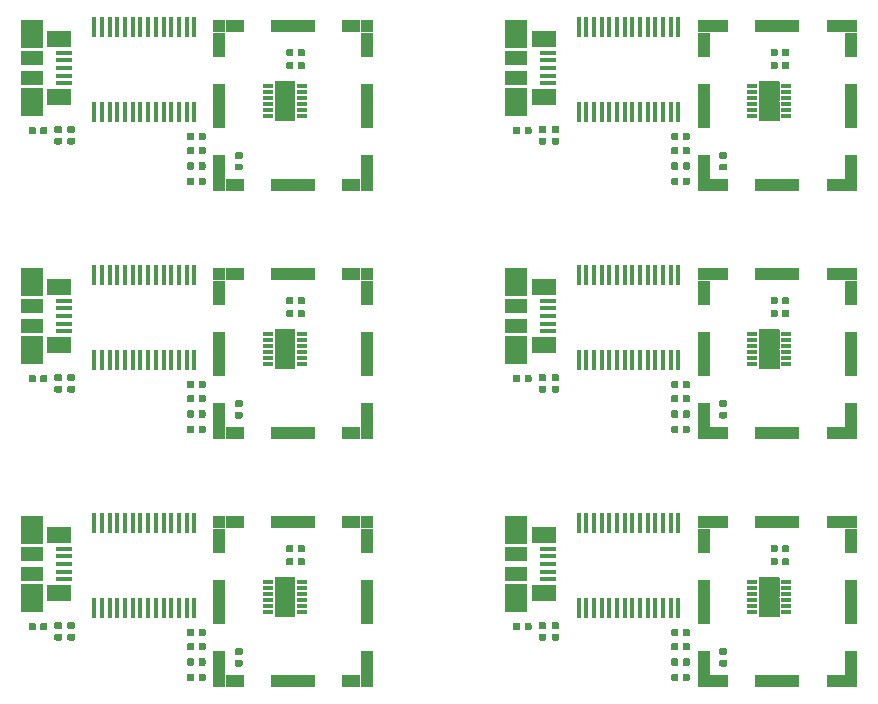
<source format=gbr>
G04 #@! TF.GenerationSoftware,KiCad,Pcbnew,5.0.2-bee76a0~70~ubuntu18.04.1*
G04 #@! TF.CreationDate,2020-02-26T15:26:05+01:00*
G04 #@! TF.ProjectId,output.rs485_usb_adapter_panel,6f757470-7574-42e7-9273-3438355f7573,rev?*
G04 #@! TF.SameCoordinates,Original*
G04 #@! TF.FileFunction,Paste,Top*
G04 #@! TF.FilePolarity,Positive*
%FSLAX46Y46*%
G04 Gerber Fmt 4.6, Leading zero omitted, Abs format (unit mm)*
G04 Created by KiCad (PCBNEW 5.0.2-bee76a0~70~ubuntu18.04.1) date Wed 26 Feb 2020 03:26:05 PM CET*
%MOMM*%
%LPD*%
G01*
G04 APERTURE LIST*
%ADD10C,0.025400*%
%ADD11C,0.100000*%
%ADD12C,0.590000*%
%ADD13R,0.450000X1.750000*%
%ADD14R,1.000000X2.130000*%
%ADD15R,1.000000X3.800000*%
%ADD16R,1.650000X1.000000*%
%ADD17R,3.800000X1.000000*%
%ADD18R,1.000000X1.000000*%
%ADD19R,1.803400X3.403600*%
%ADD20R,0.812800X0.304800*%
%ADD21R,1.900000X1.175000*%
%ADD22R,1.900000X2.375000*%
%ADD23R,2.100000X1.475000*%
%ADD24R,1.380000X0.450000*%
G04 APERTURE END LIST*
D10*
G04 #@! TO.C,U1*
G36*
X167298300Y-96300000D02*
X167298300Y-97801800D01*
X168901700Y-97801800D01*
X168901700Y-96300000D01*
X167298300Y-96300000D01*
G37*
X167298300Y-96300000D02*
X167298300Y-97801800D01*
X168901700Y-97801800D01*
X168901700Y-96300000D01*
X167298300Y-96300000D01*
G36*
X167298300Y-94598200D02*
X167298300Y-96100000D01*
X168901700Y-96100000D01*
X168901700Y-94598200D01*
X167298300Y-94598200D01*
G37*
X167298300Y-94598200D02*
X167298300Y-96100000D01*
X168901700Y-96100000D01*
X168901700Y-94598200D01*
X167298300Y-94598200D01*
G36*
X126298300Y-96300000D02*
X126298300Y-97801800D01*
X127901700Y-97801800D01*
X127901700Y-96300000D01*
X126298300Y-96300000D01*
G37*
X126298300Y-96300000D02*
X126298300Y-97801800D01*
X127901700Y-97801800D01*
X127901700Y-96300000D01*
X126298300Y-96300000D01*
G36*
X126298300Y-94598200D02*
X126298300Y-96100000D01*
X127901700Y-96100000D01*
X127901700Y-94598200D01*
X126298300Y-94598200D01*
G37*
X126298300Y-94598200D02*
X126298300Y-96100000D01*
X127901700Y-96100000D01*
X127901700Y-94598200D01*
X126298300Y-94598200D01*
G36*
X167298300Y-75300000D02*
X167298300Y-76801800D01*
X168901700Y-76801800D01*
X168901700Y-75300000D01*
X167298300Y-75300000D01*
G37*
X167298300Y-75300000D02*
X167298300Y-76801800D01*
X168901700Y-76801800D01*
X168901700Y-75300000D01*
X167298300Y-75300000D01*
G36*
X167298300Y-73598200D02*
X167298300Y-75100000D01*
X168901700Y-75100000D01*
X168901700Y-73598200D01*
X167298300Y-73598200D01*
G37*
X167298300Y-73598200D02*
X167298300Y-75100000D01*
X168901700Y-75100000D01*
X168901700Y-73598200D01*
X167298300Y-73598200D01*
G36*
X126298300Y-75300000D02*
X126298300Y-76801800D01*
X127901700Y-76801800D01*
X127901700Y-75300000D01*
X126298300Y-75300000D01*
G37*
X126298300Y-75300000D02*
X126298300Y-76801800D01*
X127901700Y-76801800D01*
X127901700Y-75300000D01*
X126298300Y-75300000D01*
G36*
X126298300Y-73598200D02*
X126298300Y-75100000D01*
X127901700Y-75100000D01*
X127901700Y-73598200D01*
X126298300Y-73598200D01*
G37*
X126298300Y-73598200D02*
X126298300Y-75100000D01*
X127901700Y-75100000D01*
X127901700Y-73598200D01*
X126298300Y-73598200D01*
G36*
X167298300Y-54300000D02*
X167298300Y-55801800D01*
X168901700Y-55801800D01*
X168901700Y-54300000D01*
X167298300Y-54300000D01*
G37*
X167298300Y-54300000D02*
X167298300Y-55801800D01*
X168901700Y-55801800D01*
X168901700Y-54300000D01*
X167298300Y-54300000D01*
G36*
X167298300Y-52598200D02*
X167298300Y-54100000D01*
X168901700Y-54100000D01*
X168901700Y-52598200D01*
X167298300Y-52598200D01*
G37*
X167298300Y-52598200D02*
X167298300Y-54100000D01*
X168901700Y-54100000D01*
X168901700Y-52598200D01*
X167298300Y-52598200D01*
G36*
X126298300Y-52598200D02*
X126298300Y-54100000D01*
X127901700Y-54100000D01*
X127901700Y-52598200D01*
X126298300Y-52598200D01*
G37*
X126298300Y-52598200D02*
X126298300Y-54100000D01*
X127901700Y-54100000D01*
X127901700Y-52598200D01*
X126298300Y-52598200D01*
G36*
X126298300Y-54300000D02*
X126298300Y-55801800D01*
X127901700Y-55801800D01*
X127901700Y-54300000D01*
X126298300Y-54300000D01*
G37*
X126298300Y-54300000D02*
X126298300Y-55801800D01*
X127901700Y-55801800D01*
X127901700Y-54300000D01*
X126298300Y-54300000D01*
G04 #@! TD*
D11*
G04 #@! TO.C,C1*
G36*
X168676958Y-92880710D02*
X168691276Y-92882834D01*
X168705317Y-92886351D01*
X168718946Y-92891228D01*
X168732031Y-92897417D01*
X168744447Y-92904858D01*
X168756073Y-92913481D01*
X168766798Y-92923202D01*
X168776519Y-92933927D01*
X168785142Y-92945553D01*
X168792583Y-92957969D01*
X168798772Y-92971054D01*
X168803649Y-92984683D01*
X168807166Y-92998724D01*
X168809290Y-93013042D01*
X168810000Y-93027500D01*
X168810000Y-93372500D01*
X168809290Y-93386958D01*
X168807166Y-93401276D01*
X168803649Y-93415317D01*
X168798772Y-93428946D01*
X168792583Y-93442031D01*
X168785142Y-93454447D01*
X168776519Y-93466073D01*
X168766798Y-93476798D01*
X168756073Y-93486519D01*
X168744447Y-93495142D01*
X168732031Y-93502583D01*
X168718946Y-93508772D01*
X168705317Y-93513649D01*
X168691276Y-93517166D01*
X168676958Y-93519290D01*
X168662500Y-93520000D01*
X168367500Y-93520000D01*
X168353042Y-93519290D01*
X168338724Y-93517166D01*
X168324683Y-93513649D01*
X168311054Y-93508772D01*
X168297969Y-93502583D01*
X168285553Y-93495142D01*
X168273927Y-93486519D01*
X168263202Y-93476798D01*
X168253481Y-93466073D01*
X168244858Y-93454447D01*
X168237417Y-93442031D01*
X168231228Y-93428946D01*
X168226351Y-93415317D01*
X168222834Y-93401276D01*
X168220710Y-93386958D01*
X168220000Y-93372500D01*
X168220000Y-93027500D01*
X168220710Y-93013042D01*
X168222834Y-92998724D01*
X168226351Y-92984683D01*
X168231228Y-92971054D01*
X168237417Y-92957969D01*
X168244858Y-92945553D01*
X168253481Y-92933927D01*
X168263202Y-92923202D01*
X168273927Y-92913481D01*
X168285553Y-92904858D01*
X168297969Y-92897417D01*
X168311054Y-92891228D01*
X168324683Y-92886351D01*
X168338724Y-92882834D01*
X168353042Y-92880710D01*
X168367500Y-92880000D01*
X168662500Y-92880000D01*
X168676958Y-92880710D01*
X168676958Y-92880710D01*
G37*
D12*
X168515000Y-93200000D03*
D11*
G36*
X169646958Y-92880710D02*
X169661276Y-92882834D01*
X169675317Y-92886351D01*
X169688946Y-92891228D01*
X169702031Y-92897417D01*
X169714447Y-92904858D01*
X169726073Y-92913481D01*
X169736798Y-92923202D01*
X169746519Y-92933927D01*
X169755142Y-92945553D01*
X169762583Y-92957969D01*
X169768772Y-92971054D01*
X169773649Y-92984683D01*
X169777166Y-92998724D01*
X169779290Y-93013042D01*
X169780000Y-93027500D01*
X169780000Y-93372500D01*
X169779290Y-93386958D01*
X169777166Y-93401276D01*
X169773649Y-93415317D01*
X169768772Y-93428946D01*
X169762583Y-93442031D01*
X169755142Y-93454447D01*
X169746519Y-93466073D01*
X169736798Y-93476798D01*
X169726073Y-93486519D01*
X169714447Y-93495142D01*
X169702031Y-93502583D01*
X169688946Y-93508772D01*
X169675317Y-93513649D01*
X169661276Y-93517166D01*
X169646958Y-93519290D01*
X169632500Y-93520000D01*
X169337500Y-93520000D01*
X169323042Y-93519290D01*
X169308724Y-93517166D01*
X169294683Y-93513649D01*
X169281054Y-93508772D01*
X169267969Y-93502583D01*
X169255553Y-93495142D01*
X169243927Y-93486519D01*
X169233202Y-93476798D01*
X169223481Y-93466073D01*
X169214858Y-93454447D01*
X169207417Y-93442031D01*
X169201228Y-93428946D01*
X169196351Y-93415317D01*
X169192834Y-93401276D01*
X169190710Y-93386958D01*
X169190000Y-93372500D01*
X169190000Y-93027500D01*
X169190710Y-93013042D01*
X169192834Y-92998724D01*
X169196351Y-92984683D01*
X169201228Y-92971054D01*
X169207417Y-92957969D01*
X169214858Y-92945553D01*
X169223481Y-92933927D01*
X169233202Y-92923202D01*
X169243927Y-92913481D01*
X169255553Y-92904858D01*
X169267969Y-92897417D01*
X169281054Y-92891228D01*
X169294683Y-92886351D01*
X169308724Y-92882834D01*
X169323042Y-92880710D01*
X169337500Y-92880000D01*
X169632500Y-92880000D01*
X169646958Y-92880710D01*
X169646958Y-92880710D01*
G37*
D12*
X169485000Y-93200000D03*
G04 #@! TD*
D11*
G04 #@! TO.C,C1*
G36*
X127676958Y-92880710D02*
X127691276Y-92882834D01*
X127705317Y-92886351D01*
X127718946Y-92891228D01*
X127732031Y-92897417D01*
X127744447Y-92904858D01*
X127756073Y-92913481D01*
X127766798Y-92923202D01*
X127776519Y-92933927D01*
X127785142Y-92945553D01*
X127792583Y-92957969D01*
X127798772Y-92971054D01*
X127803649Y-92984683D01*
X127807166Y-92998724D01*
X127809290Y-93013042D01*
X127810000Y-93027500D01*
X127810000Y-93372500D01*
X127809290Y-93386958D01*
X127807166Y-93401276D01*
X127803649Y-93415317D01*
X127798772Y-93428946D01*
X127792583Y-93442031D01*
X127785142Y-93454447D01*
X127776519Y-93466073D01*
X127766798Y-93476798D01*
X127756073Y-93486519D01*
X127744447Y-93495142D01*
X127732031Y-93502583D01*
X127718946Y-93508772D01*
X127705317Y-93513649D01*
X127691276Y-93517166D01*
X127676958Y-93519290D01*
X127662500Y-93520000D01*
X127367500Y-93520000D01*
X127353042Y-93519290D01*
X127338724Y-93517166D01*
X127324683Y-93513649D01*
X127311054Y-93508772D01*
X127297969Y-93502583D01*
X127285553Y-93495142D01*
X127273927Y-93486519D01*
X127263202Y-93476798D01*
X127253481Y-93466073D01*
X127244858Y-93454447D01*
X127237417Y-93442031D01*
X127231228Y-93428946D01*
X127226351Y-93415317D01*
X127222834Y-93401276D01*
X127220710Y-93386958D01*
X127220000Y-93372500D01*
X127220000Y-93027500D01*
X127220710Y-93013042D01*
X127222834Y-92998724D01*
X127226351Y-92984683D01*
X127231228Y-92971054D01*
X127237417Y-92957969D01*
X127244858Y-92945553D01*
X127253481Y-92933927D01*
X127263202Y-92923202D01*
X127273927Y-92913481D01*
X127285553Y-92904858D01*
X127297969Y-92897417D01*
X127311054Y-92891228D01*
X127324683Y-92886351D01*
X127338724Y-92882834D01*
X127353042Y-92880710D01*
X127367500Y-92880000D01*
X127662500Y-92880000D01*
X127676958Y-92880710D01*
X127676958Y-92880710D01*
G37*
D12*
X127515000Y-93200000D03*
D11*
G36*
X128646958Y-92880710D02*
X128661276Y-92882834D01*
X128675317Y-92886351D01*
X128688946Y-92891228D01*
X128702031Y-92897417D01*
X128714447Y-92904858D01*
X128726073Y-92913481D01*
X128736798Y-92923202D01*
X128746519Y-92933927D01*
X128755142Y-92945553D01*
X128762583Y-92957969D01*
X128768772Y-92971054D01*
X128773649Y-92984683D01*
X128777166Y-92998724D01*
X128779290Y-93013042D01*
X128780000Y-93027500D01*
X128780000Y-93372500D01*
X128779290Y-93386958D01*
X128777166Y-93401276D01*
X128773649Y-93415317D01*
X128768772Y-93428946D01*
X128762583Y-93442031D01*
X128755142Y-93454447D01*
X128746519Y-93466073D01*
X128736798Y-93476798D01*
X128726073Y-93486519D01*
X128714447Y-93495142D01*
X128702031Y-93502583D01*
X128688946Y-93508772D01*
X128675317Y-93513649D01*
X128661276Y-93517166D01*
X128646958Y-93519290D01*
X128632500Y-93520000D01*
X128337500Y-93520000D01*
X128323042Y-93519290D01*
X128308724Y-93517166D01*
X128294683Y-93513649D01*
X128281054Y-93508772D01*
X128267969Y-93502583D01*
X128255553Y-93495142D01*
X128243927Y-93486519D01*
X128233202Y-93476798D01*
X128223481Y-93466073D01*
X128214858Y-93454447D01*
X128207417Y-93442031D01*
X128201228Y-93428946D01*
X128196351Y-93415317D01*
X128192834Y-93401276D01*
X128190710Y-93386958D01*
X128190000Y-93372500D01*
X128190000Y-93027500D01*
X128190710Y-93013042D01*
X128192834Y-92998724D01*
X128196351Y-92984683D01*
X128201228Y-92971054D01*
X128207417Y-92957969D01*
X128214858Y-92945553D01*
X128223481Y-92933927D01*
X128233202Y-92923202D01*
X128243927Y-92913481D01*
X128255553Y-92904858D01*
X128267969Y-92897417D01*
X128281054Y-92891228D01*
X128294683Y-92886351D01*
X128308724Y-92882834D01*
X128323042Y-92880710D01*
X128337500Y-92880000D01*
X128632500Y-92880000D01*
X128646958Y-92880710D01*
X128646958Y-92880710D01*
G37*
D12*
X128485000Y-93200000D03*
G04 #@! TD*
D11*
G04 #@! TO.C,C1*
G36*
X168676958Y-71880710D02*
X168691276Y-71882834D01*
X168705317Y-71886351D01*
X168718946Y-71891228D01*
X168732031Y-71897417D01*
X168744447Y-71904858D01*
X168756073Y-71913481D01*
X168766798Y-71923202D01*
X168776519Y-71933927D01*
X168785142Y-71945553D01*
X168792583Y-71957969D01*
X168798772Y-71971054D01*
X168803649Y-71984683D01*
X168807166Y-71998724D01*
X168809290Y-72013042D01*
X168810000Y-72027500D01*
X168810000Y-72372500D01*
X168809290Y-72386958D01*
X168807166Y-72401276D01*
X168803649Y-72415317D01*
X168798772Y-72428946D01*
X168792583Y-72442031D01*
X168785142Y-72454447D01*
X168776519Y-72466073D01*
X168766798Y-72476798D01*
X168756073Y-72486519D01*
X168744447Y-72495142D01*
X168732031Y-72502583D01*
X168718946Y-72508772D01*
X168705317Y-72513649D01*
X168691276Y-72517166D01*
X168676958Y-72519290D01*
X168662500Y-72520000D01*
X168367500Y-72520000D01*
X168353042Y-72519290D01*
X168338724Y-72517166D01*
X168324683Y-72513649D01*
X168311054Y-72508772D01*
X168297969Y-72502583D01*
X168285553Y-72495142D01*
X168273927Y-72486519D01*
X168263202Y-72476798D01*
X168253481Y-72466073D01*
X168244858Y-72454447D01*
X168237417Y-72442031D01*
X168231228Y-72428946D01*
X168226351Y-72415317D01*
X168222834Y-72401276D01*
X168220710Y-72386958D01*
X168220000Y-72372500D01*
X168220000Y-72027500D01*
X168220710Y-72013042D01*
X168222834Y-71998724D01*
X168226351Y-71984683D01*
X168231228Y-71971054D01*
X168237417Y-71957969D01*
X168244858Y-71945553D01*
X168253481Y-71933927D01*
X168263202Y-71923202D01*
X168273927Y-71913481D01*
X168285553Y-71904858D01*
X168297969Y-71897417D01*
X168311054Y-71891228D01*
X168324683Y-71886351D01*
X168338724Y-71882834D01*
X168353042Y-71880710D01*
X168367500Y-71880000D01*
X168662500Y-71880000D01*
X168676958Y-71880710D01*
X168676958Y-71880710D01*
G37*
D12*
X168515000Y-72200000D03*
D11*
G36*
X169646958Y-71880710D02*
X169661276Y-71882834D01*
X169675317Y-71886351D01*
X169688946Y-71891228D01*
X169702031Y-71897417D01*
X169714447Y-71904858D01*
X169726073Y-71913481D01*
X169736798Y-71923202D01*
X169746519Y-71933927D01*
X169755142Y-71945553D01*
X169762583Y-71957969D01*
X169768772Y-71971054D01*
X169773649Y-71984683D01*
X169777166Y-71998724D01*
X169779290Y-72013042D01*
X169780000Y-72027500D01*
X169780000Y-72372500D01*
X169779290Y-72386958D01*
X169777166Y-72401276D01*
X169773649Y-72415317D01*
X169768772Y-72428946D01*
X169762583Y-72442031D01*
X169755142Y-72454447D01*
X169746519Y-72466073D01*
X169736798Y-72476798D01*
X169726073Y-72486519D01*
X169714447Y-72495142D01*
X169702031Y-72502583D01*
X169688946Y-72508772D01*
X169675317Y-72513649D01*
X169661276Y-72517166D01*
X169646958Y-72519290D01*
X169632500Y-72520000D01*
X169337500Y-72520000D01*
X169323042Y-72519290D01*
X169308724Y-72517166D01*
X169294683Y-72513649D01*
X169281054Y-72508772D01*
X169267969Y-72502583D01*
X169255553Y-72495142D01*
X169243927Y-72486519D01*
X169233202Y-72476798D01*
X169223481Y-72466073D01*
X169214858Y-72454447D01*
X169207417Y-72442031D01*
X169201228Y-72428946D01*
X169196351Y-72415317D01*
X169192834Y-72401276D01*
X169190710Y-72386958D01*
X169190000Y-72372500D01*
X169190000Y-72027500D01*
X169190710Y-72013042D01*
X169192834Y-71998724D01*
X169196351Y-71984683D01*
X169201228Y-71971054D01*
X169207417Y-71957969D01*
X169214858Y-71945553D01*
X169223481Y-71933927D01*
X169233202Y-71923202D01*
X169243927Y-71913481D01*
X169255553Y-71904858D01*
X169267969Y-71897417D01*
X169281054Y-71891228D01*
X169294683Y-71886351D01*
X169308724Y-71882834D01*
X169323042Y-71880710D01*
X169337500Y-71880000D01*
X169632500Y-71880000D01*
X169646958Y-71880710D01*
X169646958Y-71880710D01*
G37*
D12*
X169485000Y-72200000D03*
G04 #@! TD*
D11*
G04 #@! TO.C,C1*
G36*
X127676958Y-71880710D02*
X127691276Y-71882834D01*
X127705317Y-71886351D01*
X127718946Y-71891228D01*
X127732031Y-71897417D01*
X127744447Y-71904858D01*
X127756073Y-71913481D01*
X127766798Y-71923202D01*
X127776519Y-71933927D01*
X127785142Y-71945553D01*
X127792583Y-71957969D01*
X127798772Y-71971054D01*
X127803649Y-71984683D01*
X127807166Y-71998724D01*
X127809290Y-72013042D01*
X127810000Y-72027500D01*
X127810000Y-72372500D01*
X127809290Y-72386958D01*
X127807166Y-72401276D01*
X127803649Y-72415317D01*
X127798772Y-72428946D01*
X127792583Y-72442031D01*
X127785142Y-72454447D01*
X127776519Y-72466073D01*
X127766798Y-72476798D01*
X127756073Y-72486519D01*
X127744447Y-72495142D01*
X127732031Y-72502583D01*
X127718946Y-72508772D01*
X127705317Y-72513649D01*
X127691276Y-72517166D01*
X127676958Y-72519290D01*
X127662500Y-72520000D01*
X127367500Y-72520000D01*
X127353042Y-72519290D01*
X127338724Y-72517166D01*
X127324683Y-72513649D01*
X127311054Y-72508772D01*
X127297969Y-72502583D01*
X127285553Y-72495142D01*
X127273927Y-72486519D01*
X127263202Y-72476798D01*
X127253481Y-72466073D01*
X127244858Y-72454447D01*
X127237417Y-72442031D01*
X127231228Y-72428946D01*
X127226351Y-72415317D01*
X127222834Y-72401276D01*
X127220710Y-72386958D01*
X127220000Y-72372500D01*
X127220000Y-72027500D01*
X127220710Y-72013042D01*
X127222834Y-71998724D01*
X127226351Y-71984683D01*
X127231228Y-71971054D01*
X127237417Y-71957969D01*
X127244858Y-71945553D01*
X127253481Y-71933927D01*
X127263202Y-71923202D01*
X127273927Y-71913481D01*
X127285553Y-71904858D01*
X127297969Y-71897417D01*
X127311054Y-71891228D01*
X127324683Y-71886351D01*
X127338724Y-71882834D01*
X127353042Y-71880710D01*
X127367500Y-71880000D01*
X127662500Y-71880000D01*
X127676958Y-71880710D01*
X127676958Y-71880710D01*
G37*
D12*
X127515000Y-72200000D03*
D11*
G36*
X128646958Y-71880710D02*
X128661276Y-71882834D01*
X128675317Y-71886351D01*
X128688946Y-71891228D01*
X128702031Y-71897417D01*
X128714447Y-71904858D01*
X128726073Y-71913481D01*
X128736798Y-71923202D01*
X128746519Y-71933927D01*
X128755142Y-71945553D01*
X128762583Y-71957969D01*
X128768772Y-71971054D01*
X128773649Y-71984683D01*
X128777166Y-71998724D01*
X128779290Y-72013042D01*
X128780000Y-72027500D01*
X128780000Y-72372500D01*
X128779290Y-72386958D01*
X128777166Y-72401276D01*
X128773649Y-72415317D01*
X128768772Y-72428946D01*
X128762583Y-72442031D01*
X128755142Y-72454447D01*
X128746519Y-72466073D01*
X128736798Y-72476798D01*
X128726073Y-72486519D01*
X128714447Y-72495142D01*
X128702031Y-72502583D01*
X128688946Y-72508772D01*
X128675317Y-72513649D01*
X128661276Y-72517166D01*
X128646958Y-72519290D01*
X128632500Y-72520000D01*
X128337500Y-72520000D01*
X128323042Y-72519290D01*
X128308724Y-72517166D01*
X128294683Y-72513649D01*
X128281054Y-72508772D01*
X128267969Y-72502583D01*
X128255553Y-72495142D01*
X128243927Y-72486519D01*
X128233202Y-72476798D01*
X128223481Y-72466073D01*
X128214858Y-72454447D01*
X128207417Y-72442031D01*
X128201228Y-72428946D01*
X128196351Y-72415317D01*
X128192834Y-72401276D01*
X128190710Y-72386958D01*
X128190000Y-72372500D01*
X128190000Y-72027500D01*
X128190710Y-72013042D01*
X128192834Y-71998724D01*
X128196351Y-71984683D01*
X128201228Y-71971054D01*
X128207417Y-71957969D01*
X128214858Y-71945553D01*
X128223481Y-71933927D01*
X128233202Y-71923202D01*
X128243927Y-71913481D01*
X128255553Y-71904858D01*
X128267969Y-71897417D01*
X128281054Y-71891228D01*
X128294683Y-71886351D01*
X128308724Y-71882834D01*
X128323042Y-71880710D01*
X128337500Y-71880000D01*
X128632500Y-71880000D01*
X128646958Y-71880710D01*
X128646958Y-71880710D01*
G37*
D12*
X128485000Y-72200000D03*
G04 #@! TD*
D11*
G04 #@! TO.C,C1*
G36*
X168676958Y-50880710D02*
X168691276Y-50882834D01*
X168705317Y-50886351D01*
X168718946Y-50891228D01*
X168732031Y-50897417D01*
X168744447Y-50904858D01*
X168756073Y-50913481D01*
X168766798Y-50923202D01*
X168776519Y-50933927D01*
X168785142Y-50945553D01*
X168792583Y-50957969D01*
X168798772Y-50971054D01*
X168803649Y-50984683D01*
X168807166Y-50998724D01*
X168809290Y-51013042D01*
X168810000Y-51027500D01*
X168810000Y-51372500D01*
X168809290Y-51386958D01*
X168807166Y-51401276D01*
X168803649Y-51415317D01*
X168798772Y-51428946D01*
X168792583Y-51442031D01*
X168785142Y-51454447D01*
X168776519Y-51466073D01*
X168766798Y-51476798D01*
X168756073Y-51486519D01*
X168744447Y-51495142D01*
X168732031Y-51502583D01*
X168718946Y-51508772D01*
X168705317Y-51513649D01*
X168691276Y-51517166D01*
X168676958Y-51519290D01*
X168662500Y-51520000D01*
X168367500Y-51520000D01*
X168353042Y-51519290D01*
X168338724Y-51517166D01*
X168324683Y-51513649D01*
X168311054Y-51508772D01*
X168297969Y-51502583D01*
X168285553Y-51495142D01*
X168273927Y-51486519D01*
X168263202Y-51476798D01*
X168253481Y-51466073D01*
X168244858Y-51454447D01*
X168237417Y-51442031D01*
X168231228Y-51428946D01*
X168226351Y-51415317D01*
X168222834Y-51401276D01*
X168220710Y-51386958D01*
X168220000Y-51372500D01*
X168220000Y-51027500D01*
X168220710Y-51013042D01*
X168222834Y-50998724D01*
X168226351Y-50984683D01*
X168231228Y-50971054D01*
X168237417Y-50957969D01*
X168244858Y-50945553D01*
X168253481Y-50933927D01*
X168263202Y-50923202D01*
X168273927Y-50913481D01*
X168285553Y-50904858D01*
X168297969Y-50897417D01*
X168311054Y-50891228D01*
X168324683Y-50886351D01*
X168338724Y-50882834D01*
X168353042Y-50880710D01*
X168367500Y-50880000D01*
X168662500Y-50880000D01*
X168676958Y-50880710D01*
X168676958Y-50880710D01*
G37*
D12*
X168515000Y-51200000D03*
D11*
G36*
X169646958Y-50880710D02*
X169661276Y-50882834D01*
X169675317Y-50886351D01*
X169688946Y-50891228D01*
X169702031Y-50897417D01*
X169714447Y-50904858D01*
X169726073Y-50913481D01*
X169736798Y-50923202D01*
X169746519Y-50933927D01*
X169755142Y-50945553D01*
X169762583Y-50957969D01*
X169768772Y-50971054D01*
X169773649Y-50984683D01*
X169777166Y-50998724D01*
X169779290Y-51013042D01*
X169780000Y-51027500D01*
X169780000Y-51372500D01*
X169779290Y-51386958D01*
X169777166Y-51401276D01*
X169773649Y-51415317D01*
X169768772Y-51428946D01*
X169762583Y-51442031D01*
X169755142Y-51454447D01*
X169746519Y-51466073D01*
X169736798Y-51476798D01*
X169726073Y-51486519D01*
X169714447Y-51495142D01*
X169702031Y-51502583D01*
X169688946Y-51508772D01*
X169675317Y-51513649D01*
X169661276Y-51517166D01*
X169646958Y-51519290D01*
X169632500Y-51520000D01*
X169337500Y-51520000D01*
X169323042Y-51519290D01*
X169308724Y-51517166D01*
X169294683Y-51513649D01*
X169281054Y-51508772D01*
X169267969Y-51502583D01*
X169255553Y-51495142D01*
X169243927Y-51486519D01*
X169233202Y-51476798D01*
X169223481Y-51466073D01*
X169214858Y-51454447D01*
X169207417Y-51442031D01*
X169201228Y-51428946D01*
X169196351Y-51415317D01*
X169192834Y-51401276D01*
X169190710Y-51386958D01*
X169190000Y-51372500D01*
X169190000Y-51027500D01*
X169190710Y-51013042D01*
X169192834Y-50998724D01*
X169196351Y-50984683D01*
X169201228Y-50971054D01*
X169207417Y-50957969D01*
X169214858Y-50945553D01*
X169223481Y-50933927D01*
X169233202Y-50923202D01*
X169243927Y-50913481D01*
X169255553Y-50904858D01*
X169267969Y-50897417D01*
X169281054Y-50891228D01*
X169294683Y-50886351D01*
X169308724Y-50882834D01*
X169323042Y-50880710D01*
X169337500Y-50880000D01*
X169632500Y-50880000D01*
X169646958Y-50880710D01*
X169646958Y-50880710D01*
G37*
D12*
X169485000Y-51200000D03*
G04 #@! TD*
D11*
G04 #@! TO.C,C2*
G36*
X169646958Y-91780710D02*
X169661276Y-91782834D01*
X169675317Y-91786351D01*
X169688946Y-91791228D01*
X169702031Y-91797417D01*
X169714447Y-91804858D01*
X169726073Y-91813481D01*
X169736798Y-91823202D01*
X169746519Y-91833927D01*
X169755142Y-91845553D01*
X169762583Y-91857969D01*
X169768772Y-91871054D01*
X169773649Y-91884683D01*
X169777166Y-91898724D01*
X169779290Y-91913042D01*
X169780000Y-91927500D01*
X169780000Y-92272500D01*
X169779290Y-92286958D01*
X169777166Y-92301276D01*
X169773649Y-92315317D01*
X169768772Y-92328946D01*
X169762583Y-92342031D01*
X169755142Y-92354447D01*
X169746519Y-92366073D01*
X169736798Y-92376798D01*
X169726073Y-92386519D01*
X169714447Y-92395142D01*
X169702031Y-92402583D01*
X169688946Y-92408772D01*
X169675317Y-92413649D01*
X169661276Y-92417166D01*
X169646958Y-92419290D01*
X169632500Y-92420000D01*
X169337500Y-92420000D01*
X169323042Y-92419290D01*
X169308724Y-92417166D01*
X169294683Y-92413649D01*
X169281054Y-92408772D01*
X169267969Y-92402583D01*
X169255553Y-92395142D01*
X169243927Y-92386519D01*
X169233202Y-92376798D01*
X169223481Y-92366073D01*
X169214858Y-92354447D01*
X169207417Y-92342031D01*
X169201228Y-92328946D01*
X169196351Y-92315317D01*
X169192834Y-92301276D01*
X169190710Y-92286958D01*
X169190000Y-92272500D01*
X169190000Y-91927500D01*
X169190710Y-91913042D01*
X169192834Y-91898724D01*
X169196351Y-91884683D01*
X169201228Y-91871054D01*
X169207417Y-91857969D01*
X169214858Y-91845553D01*
X169223481Y-91833927D01*
X169233202Y-91823202D01*
X169243927Y-91813481D01*
X169255553Y-91804858D01*
X169267969Y-91797417D01*
X169281054Y-91791228D01*
X169294683Y-91786351D01*
X169308724Y-91782834D01*
X169323042Y-91780710D01*
X169337500Y-91780000D01*
X169632500Y-91780000D01*
X169646958Y-91780710D01*
X169646958Y-91780710D01*
G37*
D12*
X169485000Y-92100000D03*
D11*
G36*
X168676958Y-91780710D02*
X168691276Y-91782834D01*
X168705317Y-91786351D01*
X168718946Y-91791228D01*
X168732031Y-91797417D01*
X168744447Y-91804858D01*
X168756073Y-91813481D01*
X168766798Y-91823202D01*
X168776519Y-91833927D01*
X168785142Y-91845553D01*
X168792583Y-91857969D01*
X168798772Y-91871054D01*
X168803649Y-91884683D01*
X168807166Y-91898724D01*
X168809290Y-91913042D01*
X168810000Y-91927500D01*
X168810000Y-92272500D01*
X168809290Y-92286958D01*
X168807166Y-92301276D01*
X168803649Y-92315317D01*
X168798772Y-92328946D01*
X168792583Y-92342031D01*
X168785142Y-92354447D01*
X168776519Y-92366073D01*
X168766798Y-92376798D01*
X168756073Y-92386519D01*
X168744447Y-92395142D01*
X168732031Y-92402583D01*
X168718946Y-92408772D01*
X168705317Y-92413649D01*
X168691276Y-92417166D01*
X168676958Y-92419290D01*
X168662500Y-92420000D01*
X168367500Y-92420000D01*
X168353042Y-92419290D01*
X168338724Y-92417166D01*
X168324683Y-92413649D01*
X168311054Y-92408772D01*
X168297969Y-92402583D01*
X168285553Y-92395142D01*
X168273927Y-92386519D01*
X168263202Y-92376798D01*
X168253481Y-92366073D01*
X168244858Y-92354447D01*
X168237417Y-92342031D01*
X168231228Y-92328946D01*
X168226351Y-92315317D01*
X168222834Y-92301276D01*
X168220710Y-92286958D01*
X168220000Y-92272500D01*
X168220000Y-91927500D01*
X168220710Y-91913042D01*
X168222834Y-91898724D01*
X168226351Y-91884683D01*
X168231228Y-91871054D01*
X168237417Y-91857969D01*
X168244858Y-91845553D01*
X168253481Y-91833927D01*
X168263202Y-91823202D01*
X168273927Y-91813481D01*
X168285553Y-91804858D01*
X168297969Y-91797417D01*
X168311054Y-91791228D01*
X168324683Y-91786351D01*
X168338724Y-91782834D01*
X168353042Y-91780710D01*
X168367500Y-91780000D01*
X168662500Y-91780000D01*
X168676958Y-91780710D01*
X168676958Y-91780710D01*
G37*
D12*
X168515000Y-92100000D03*
G04 #@! TD*
D11*
G04 #@! TO.C,C2*
G36*
X128646958Y-91780710D02*
X128661276Y-91782834D01*
X128675317Y-91786351D01*
X128688946Y-91791228D01*
X128702031Y-91797417D01*
X128714447Y-91804858D01*
X128726073Y-91813481D01*
X128736798Y-91823202D01*
X128746519Y-91833927D01*
X128755142Y-91845553D01*
X128762583Y-91857969D01*
X128768772Y-91871054D01*
X128773649Y-91884683D01*
X128777166Y-91898724D01*
X128779290Y-91913042D01*
X128780000Y-91927500D01*
X128780000Y-92272500D01*
X128779290Y-92286958D01*
X128777166Y-92301276D01*
X128773649Y-92315317D01*
X128768772Y-92328946D01*
X128762583Y-92342031D01*
X128755142Y-92354447D01*
X128746519Y-92366073D01*
X128736798Y-92376798D01*
X128726073Y-92386519D01*
X128714447Y-92395142D01*
X128702031Y-92402583D01*
X128688946Y-92408772D01*
X128675317Y-92413649D01*
X128661276Y-92417166D01*
X128646958Y-92419290D01*
X128632500Y-92420000D01*
X128337500Y-92420000D01*
X128323042Y-92419290D01*
X128308724Y-92417166D01*
X128294683Y-92413649D01*
X128281054Y-92408772D01*
X128267969Y-92402583D01*
X128255553Y-92395142D01*
X128243927Y-92386519D01*
X128233202Y-92376798D01*
X128223481Y-92366073D01*
X128214858Y-92354447D01*
X128207417Y-92342031D01*
X128201228Y-92328946D01*
X128196351Y-92315317D01*
X128192834Y-92301276D01*
X128190710Y-92286958D01*
X128190000Y-92272500D01*
X128190000Y-91927500D01*
X128190710Y-91913042D01*
X128192834Y-91898724D01*
X128196351Y-91884683D01*
X128201228Y-91871054D01*
X128207417Y-91857969D01*
X128214858Y-91845553D01*
X128223481Y-91833927D01*
X128233202Y-91823202D01*
X128243927Y-91813481D01*
X128255553Y-91804858D01*
X128267969Y-91797417D01*
X128281054Y-91791228D01*
X128294683Y-91786351D01*
X128308724Y-91782834D01*
X128323042Y-91780710D01*
X128337500Y-91780000D01*
X128632500Y-91780000D01*
X128646958Y-91780710D01*
X128646958Y-91780710D01*
G37*
D12*
X128485000Y-92100000D03*
D11*
G36*
X127676958Y-91780710D02*
X127691276Y-91782834D01*
X127705317Y-91786351D01*
X127718946Y-91791228D01*
X127732031Y-91797417D01*
X127744447Y-91804858D01*
X127756073Y-91813481D01*
X127766798Y-91823202D01*
X127776519Y-91833927D01*
X127785142Y-91845553D01*
X127792583Y-91857969D01*
X127798772Y-91871054D01*
X127803649Y-91884683D01*
X127807166Y-91898724D01*
X127809290Y-91913042D01*
X127810000Y-91927500D01*
X127810000Y-92272500D01*
X127809290Y-92286958D01*
X127807166Y-92301276D01*
X127803649Y-92315317D01*
X127798772Y-92328946D01*
X127792583Y-92342031D01*
X127785142Y-92354447D01*
X127776519Y-92366073D01*
X127766798Y-92376798D01*
X127756073Y-92386519D01*
X127744447Y-92395142D01*
X127732031Y-92402583D01*
X127718946Y-92408772D01*
X127705317Y-92413649D01*
X127691276Y-92417166D01*
X127676958Y-92419290D01*
X127662500Y-92420000D01*
X127367500Y-92420000D01*
X127353042Y-92419290D01*
X127338724Y-92417166D01*
X127324683Y-92413649D01*
X127311054Y-92408772D01*
X127297969Y-92402583D01*
X127285553Y-92395142D01*
X127273927Y-92386519D01*
X127263202Y-92376798D01*
X127253481Y-92366073D01*
X127244858Y-92354447D01*
X127237417Y-92342031D01*
X127231228Y-92328946D01*
X127226351Y-92315317D01*
X127222834Y-92301276D01*
X127220710Y-92286958D01*
X127220000Y-92272500D01*
X127220000Y-91927500D01*
X127220710Y-91913042D01*
X127222834Y-91898724D01*
X127226351Y-91884683D01*
X127231228Y-91871054D01*
X127237417Y-91857969D01*
X127244858Y-91845553D01*
X127253481Y-91833927D01*
X127263202Y-91823202D01*
X127273927Y-91813481D01*
X127285553Y-91804858D01*
X127297969Y-91797417D01*
X127311054Y-91791228D01*
X127324683Y-91786351D01*
X127338724Y-91782834D01*
X127353042Y-91780710D01*
X127367500Y-91780000D01*
X127662500Y-91780000D01*
X127676958Y-91780710D01*
X127676958Y-91780710D01*
G37*
D12*
X127515000Y-92100000D03*
G04 #@! TD*
D11*
G04 #@! TO.C,C2*
G36*
X169646958Y-70780710D02*
X169661276Y-70782834D01*
X169675317Y-70786351D01*
X169688946Y-70791228D01*
X169702031Y-70797417D01*
X169714447Y-70804858D01*
X169726073Y-70813481D01*
X169736798Y-70823202D01*
X169746519Y-70833927D01*
X169755142Y-70845553D01*
X169762583Y-70857969D01*
X169768772Y-70871054D01*
X169773649Y-70884683D01*
X169777166Y-70898724D01*
X169779290Y-70913042D01*
X169780000Y-70927500D01*
X169780000Y-71272500D01*
X169779290Y-71286958D01*
X169777166Y-71301276D01*
X169773649Y-71315317D01*
X169768772Y-71328946D01*
X169762583Y-71342031D01*
X169755142Y-71354447D01*
X169746519Y-71366073D01*
X169736798Y-71376798D01*
X169726073Y-71386519D01*
X169714447Y-71395142D01*
X169702031Y-71402583D01*
X169688946Y-71408772D01*
X169675317Y-71413649D01*
X169661276Y-71417166D01*
X169646958Y-71419290D01*
X169632500Y-71420000D01*
X169337500Y-71420000D01*
X169323042Y-71419290D01*
X169308724Y-71417166D01*
X169294683Y-71413649D01*
X169281054Y-71408772D01*
X169267969Y-71402583D01*
X169255553Y-71395142D01*
X169243927Y-71386519D01*
X169233202Y-71376798D01*
X169223481Y-71366073D01*
X169214858Y-71354447D01*
X169207417Y-71342031D01*
X169201228Y-71328946D01*
X169196351Y-71315317D01*
X169192834Y-71301276D01*
X169190710Y-71286958D01*
X169190000Y-71272500D01*
X169190000Y-70927500D01*
X169190710Y-70913042D01*
X169192834Y-70898724D01*
X169196351Y-70884683D01*
X169201228Y-70871054D01*
X169207417Y-70857969D01*
X169214858Y-70845553D01*
X169223481Y-70833927D01*
X169233202Y-70823202D01*
X169243927Y-70813481D01*
X169255553Y-70804858D01*
X169267969Y-70797417D01*
X169281054Y-70791228D01*
X169294683Y-70786351D01*
X169308724Y-70782834D01*
X169323042Y-70780710D01*
X169337500Y-70780000D01*
X169632500Y-70780000D01*
X169646958Y-70780710D01*
X169646958Y-70780710D01*
G37*
D12*
X169485000Y-71100000D03*
D11*
G36*
X168676958Y-70780710D02*
X168691276Y-70782834D01*
X168705317Y-70786351D01*
X168718946Y-70791228D01*
X168732031Y-70797417D01*
X168744447Y-70804858D01*
X168756073Y-70813481D01*
X168766798Y-70823202D01*
X168776519Y-70833927D01*
X168785142Y-70845553D01*
X168792583Y-70857969D01*
X168798772Y-70871054D01*
X168803649Y-70884683D01*
X168807166Y-70898724D01*
X168809290Y-70913042D01*
X168810000Y-70927500D01*
X168810000Y-71272500D01*
X168809290Y-71286958D01*
X168807166Y-71301276D01*
X168803649Y-71315317D01*
X168798772Y-71328946D01*
X168792583Y-71342031D01*
X168785142Y-71354447D01*
X168776519Y-71366073D01*
X168766798Y-71376798D01*
X168756073Y-71386519D01*
X168744447Y-71395142D01*
X168732031Y-71402583D01*
X168718946Y-71408772D01*
X168705317Y-71413649D01*
X168691276Y-71417166D01*
X168676958Y-71419290D01*
X168662500Y-71420000D01*
X168367500Y-71420000D01*
X168353042Y-71419290D01*
X168338724Y-71417166D01*
X168324683Y-71413649D01*
X168311054Y-71408772D01*
X168297969Y-71402583D01*
X168285553Y-71395142D01*
X168273927Y-71386519D01*
X168263202Y-71376798D01*
X168253481Y-71366073D01*
X168244858Y-71354447D01*
X168237417Y-71342031D01*
X168231228Y-71328946D01*
X168226351Y-71315317D01*
X168222834Y-71301276D01*
X168220710Y-71286958D01*
X168220000Y-71272500D01*
X168220000Y-70927500D01*
X168220710Y-70913042D01*
X168222834Y-70898724D01*
X168226351Y-70884683D01*
X168231228Y-70871054D01*
X168237417Y-70857969D01*
X168244858Y-70845553D01*
X168253481Y-70833927D01*
X168263202Y-70823202D01*
X168273927Y-70813481D01*
X168285553Y-70804858D01*
X168297969Y-70797417D01*
X168311054Y-70791228D01*
X168324683Y-70786351D01*
X168338724Y-70782834D01*
X168353042Y-70780710D01*
X168367500Y-70780000D01*
X168662500Y-70780000D01*
X168676958Y-70780710D01*
X168676958Y-70780710D01*
G37*
D12*
X168515000Y-71100000D03*
G04 #@! TD*
D11*
G04 #@! TO.C,C2*
G36*
X128646958Y-70780710D02*
X128661276Y-70782834D01*
X128675317Y-70786351D01*
X128688946Y-70791228D01*
X128702031Y-70797417D01*
X128714447Y-70804858D01*
X128726073Y-70813481D01*
X128736798Y-70823202D01*
X128746519Y-70833927D01*
X128755142Y-70845553D01*
X128762583Y-70857969D01*
X128768772Y-70871054D01*
X128773649Y-70884683D01*
X128777166Y-70898724D01*
X128779290Y-70913042D01*
X128780000Y-70927500D01*
X128780000Y-71272500D01*
X128779290Y-71286958D01*
X128777166Y-71301276D01*
X128773649Y-71315317D01*
X128768772Y-71328946D01*
X128762583Y-71342031D01*
X128755142Y-71354447D01*
X128746519Y-71366073D01*
X128736798Y-71376798D01*
X128726073Y-71386519D01*
X128714447Y-71395142D01*
X128702031Y-71402583D01*
X128688946Y-71408772D01*
X128675317Y-71413649D01*
X128661276Y-71417166D01*
X128646958Y-71419290D01*
X128632500Y-71420000D01*
X128337500Y-71420000D01*
X128323042Y-71419290D01*
X128308724Y-71417166D01*
X128294683Y-71413649D01*
X128281054Y-71408772D01*
X128267969Y-71402583D01*
X128255553Y-71395142D01*
X128243927Y-71386519D01*
X128233202Y-71376798D01*
X128223481Y-71366073D01*
X128214858Y-71354447D01*
X128207417Y-71342031D01*
X128201228Y-71328946D01*
X128196351Y-71315317D01*
X128192834Y-71301276D01*
X128190710Y-71286958D01*
X128190000Y-71272500D01*
X128190000Y-70927500D01*
X128190710Y-70913042D01*
X128192834Y-70898724D01*
X128196351Y-70884683D01*
X128201228Y-70871054D01*
X128207417Y-70857969D01*
X128214858Y-70845553D01*
X128223481Y-70833927D01*
X128233202Y-70823202D01*
X128243927Y-70813481D01*
X128255553Y-70804858D01*
X128267969Y-70797417D01*
X128281054Y-70791228D01*
X128294683Y-70786351D01*
X128308724Y-70782834D01*
X128323042Y-70780710D01*
X128337500Y-70780000D01*
X128632500Y-70780000D01*
X128646958Y-70780710D01*
X128646958Y-70780710D01*
G37*
D12*
X128485000Y-71100000D03*
D11*
G36*
X127676958Y-70780710D02*
X127691276Y-70782834D01*
X127705317Y-70786351D01*
X127718946Y-70791228D01*
X127732031Y-70797417D01*
X127744447Y-70804858D01*
X127756073Y-70813481D01*
X127766798Y-70823202D01*
X127776519Y-70833927D01*
X127785142Y-70845553D01*
X127792583Y-70857969D01*
X127798772Y-70871054D01*
X127803649Y-70884683D01*
X127807166Y-70898724D01*
X127809290Y-70913042D01*
X127810000Y-70927500D01*
X127810000Y-71272500D01*
X127809290Y-71286958D01*
X127807166Y-71301276D01*
X127803649Y-71315317D01*
X127798772Y-71328946D01*
X127792583Y-71342031D01*
X127785142Y-71354447D01*
X127776519Y-71366073D01*
X127766798Y-71376798D01*
X127756073Y-71386519D01*
X127744447Y-71395142D01*
X127732031Y-71402583D01*
X127718946Y-71408772D01*
X127705317Y-71413649D01*
X127691276Y-71417166D01*
X127676958Y-71419290D01*
X127662500Y-71420000D01*
X127367500Y-71420000D01*
X127353042Y-71419290D01*
X127338724Y-71417166D01*
X127324683Y-71413649D01*
X127311054Y-71408772D01*
X127297969Y-71402583D01*
X127285553Y-71395142D01*
X127273927Y-71386519D01*
X127263202Y-71376798D01*
X127253481Y-71366073D01*
X127244858Y-71354447D01*
X127237417Y-71342031D01*
X127231228Y-71328946D01*
X127226351Y-71315317D01*
X127222834Y-71301276D01*
X127220710Y-71286958D01*
X127220000Y-71272500D01*
X127220000Y-70927500D01*
X127220710Y-70913042D01*
X127222834Y-70898724D01*
X127226351Y-70884683D01*
X127231228Y-70871054D01*
X127237417Y-70857969D01*
X127244858Y-70845553D01*
X127253481Y-70833927D01*
X127263202Y-70823202D01*
X127273927Y-70813481D01*
X127285553Y-70804858D01*
X127297969Y-70797417D01*
X127311054Y-70791228D01*
X127324683Y-70786351D01*
X127338724Y-70782834D01*
X127353042Y-70780710D01*
X127367500Y-70780000D01*
X127662500Y-70780000D01*
X127676958Y-70780710D01*
X127676958Y-70780710D01*
G37*
D12*
X127515000Y-71100000D03*
G04 #@! TD*
D11*
G04 #@! TO.C,C2*
G36*
X169646958Y-49780710D02*
X169661276Y-49782834D01*
X169675317Y-49786351D01*
X169688946Y-49791228D01*
X169702031Y-49797417D01*
X169714447Y-49804858D01*
X169726073Y-49813481D01*
X169736798Y-49823202D01*
X169746519Y-49833927D01*
X169755142Y-49845553D01*
X169762583Y-49857969D01*
X169768772Y-49871054D01*
X169773649Y-49884683D01*
X169777166Y-49898724D01*
X169779290Y-49913042D01*
X169780000Y-49927500D01*
X169780000Y-50272500D01*
X169779290Y-50286958D01*
X169777166Y-50301276D01*
X169773649Y-50315317D01*
X169768772Y-50328946D01*
X169762583Y-50342031D01*
X169755142Y-50354447D01*
X169746519Y-50366073D01*
X169736798Y-50376798D01*
X169726073Y-50386519D01*
X169714447Y-50395142D01*
X169702031Y-50402583D01*
X169688946Y-50408772D01*
X169675317Y-50413649D01*
X169661276Y-50417166D01*
X169646958Y-50419290D01*
X169632500Y-50420000D01*
X169337500Y-50420000D01*
X169323042Y-50419290D01*
X169308724Y-50417166D01*
X169294683Y-50413649D01*
X169281054Y-50408772D01*
X169267969Y-50402583D01*
X169255553Y-50395142D01*
X169243927Y-50386519D01*
X169233202Y-50376798D01*
X169223481Y-50366073D01*
X169214858Y-50354447D01*
X169207417Y-50342031D01*
X169201228Y-50328946D01*
X169196351Y-50315317D01*
X169192834Y-50301276D01*
X169190710Y-50286958D01*
X169190000Y-50272500D01*
X169190000Y-49927500D01*
X169190710Y-49913042D01*
X169192834Y-49898724D01*
X169196351Y-49884683D01*
X169201228Y-49871054D01*
X169207417Y-49857969D01*
X169214858Y-49845553D01*
X169223481Y-49833927D01*
X169233202Y-49823202D01*
X169243927Y-49813481D01*
X169255553Y-49804858D01*
X169267969Y-49797417D01*
X169281054Y-49791228D01*
X169294683Y-49786351D01*
X169308724Y-49782834D01*
X169323042Y-49780710D01*
X169337500Y-49780000D01*
X169632500Y-49780000D01*
X169646958Y-49780710D01*
X169646958Y-49780710D01*
G37*
D12*
X169485000Y-50100000D03*
D11*
G36*
X168676958Y-49780710D02*
X168691276Y-49782834D01*
X168705317Y-49786351D01*
X168718946Y-49791228D01*
X168732031Y-49797417D01*
X168744447Y-49804858D01*
X168756073Y-49813481D01*
X168766798Y-49823202D01*
X168776519Y-49833927D01*
X168785142Y-49845553D01*
X168792583Y-49857969D01*
X168798772Y-49871054D01*
X168803649Y-49884683D01*
X168807166Y-49898724D01*
X168809290Y-49913042D01*
X168810000Y-49927500D01*
X168810000Y-50272500D01*
X168809290Y-50286958D01*
X168807166Y-50301276D01*
X168803649Y-50315317D01*
X168798772Y-50328946D01*
X168792583Y-50342031D01*
X168785142Y-50354447D01*
X168776519Y-50366073D01*
X168766798Y-50376798D01*
X168756073Y-50386519D01*
X168744447Y-50395142D01*
X168732031Y-50402583D01*
X168718946Y-50408772D01*
X168705317Y-50413649D01*
X168691276Y-50417166D01*
X168676958Y-50419290D01*
X168662500Y-50420000D01*
X168367500Y-50420000D01*
X168353042Y-50419290D01*
X168338724Y-50417166D01*
X168324683Y-50413649D01*
X168311054Y-50408772D01*
X168297969Y-50402583D01*
X168285553Y-50395142D01*
X168273927Y-50386519D01*
X168263202Y-50376798D01*
X168253481Y-50366073D01*
X168244858Y-50354447D01*
X168237417Y-50342031D01*
X168231228Y-50328946D01*
X168226351Y-50315317D01*
X168222834Y-50301276D01*
X168220710Y-50286958D01*
X168220000Y-50272500D01*
X168220000Y-49927500D01*
X168220710Y-49913042D01*
X168222834Y-49898724D01*
X168226351Y-49884683D01*
X168231228Y-49871054D01*
X168237417Y-49857969D01*
X168244858Y-49845553D01*
X168253481Y-49833927D01*
X168263202Y-49823202D01*
X168273927Y-49813481D01*
X168285553Y-49804858D01*
X168297969Y-49797417D01*
X168311054Y-49791228D01*
X168324683Y-49786351D01*
X168338724Y-49782834D01*
X168353042Y-49780710D01*
X168367500Y-49780000D01*
X168662500Y-49780000D01*
X168676958Y-49780710D01*
X168676958Y-49780710D01*
G37*
D12*
X168515000Y-50100000D03*
G04 #@! TD*
D13*
G04 #@! TO.C,U2*
X160425000Y-97100000D03*
X159775000Y-97100000D03*
X159125000Y-97100000D03*
X158475000Y-97100000D03*
X157825000Y-97100000D03*
X157175000Y-97100000D03*
X156525000Y-97100000D03*
X155875000Y-97100000D03*
X155225000Y-97100000D03*
X154575000Y-97100000D03*
X153925000Y-97100000D03*
X153275000Y-97100000D03*
X152625000Y-97100000D03*
X151975000Y-97100000D03*
X151975000Y-89900000D03*
X152625000Y-89900000D03*
X153275000Y-89900000D03*
X153925000Y-89900000D03*
X154575000Y-89900000D03*
X155225000Y-89900000D03*
X155875000Y-89900000D03*
X156525000Y-89900000D03*
X157175000Y-89900000D03*
X157825000Y-89900000D03*
X158475000Y-89900000D03*
X159125000Y-89900000D03*
X159775000Y-89900000D03*
X160425000Y-89900000D03*
G04 #@! TD*
G04 #@! TO.C,U2*
X119425000Y-97100000D03*
X118775000Y-97100000D03*
X118125000Y-97100000D03*
X117475000Y-97100000D03*
X116825000Y-97100000D03*
X116175000Y-97100000D03*
X115525000Y-97100000D03*
X114875000Y-97100000D03*
X114225000Y-97100000D03*
X113575000Y-97100000D03*
X112925000Y-97100000D03*
X112275000Y-97100000D03*
X111625000Y-97100000D03*
X110975000Y-97100000D03*
X110975000Y-89900000D03*
X111625000Y-89900000D03*
X112275000Y-89900000D03*
X112925000Y-89900000D03*
X113575000Y-89900000D03*
X114225000Y-89900000D03*
X114875000Y-89900000D03*
X115525000Y-89900000D03*
X116175000Y-89900000D03*
X116825000Y-89900000D03*
X117475000Y-89900000D03*
X118125000Y-89900000D03*
X118775000Y-89900000D03*
X119425000Y-89900000D03*
G04 #@! TD*
G04 #@! TO.C,U2*
X160425000Y-76100000D03*
X159775000Y-76100000D03*
X159125000Y-76100000D03*
X158475000Y-76100000D03*
X157825000Y-76100000D03*
X157175000Y-76100000D03*
X156525000Y-76100000D03*
X155875000Y-76100000D03*
X155225000Y-76100000D03*
X154575000Y-76100000D03*
X153925000Y-76100000D03*
X153275000Y-76100000D03*
X152625000Y-76100000D03*
X151975000Y-76100000D03*
X151975000Y-68900000D03*
X152625000Y-68900000D03*
X153275000Y-68900000D03*
X153925000Y-68900000D03*
X154575000Y-68900000D03*
X155225000Y-68900000D03*
X155875000Y-68900000D03*
X156525000Y-68900000D03*
X157175000Y-68900000D03*
X157825000Y-68900000D03*
X158475000Y-68900000D03*
X159125000Y-68900000D03*
X159775000Y-68900000D03*
X160425000Y-68900000D03*
G04 #@! TD*
G04 #@! TO.C,U2*
X119425000Y-76100000D03*
X118775000Y-76100000D03*
X118125000Y-76100000D03*
X117475000Y-76100000D03*
X116825000Y-76100000D03*
X116175000Y-76100000D03*
X115525000Y-76100000D03*
X114875000Y-76100000D03*
X114225000Y-76100000D03*
X113575000Y-76100000D03*
X112925000Y-76100000D03*
X112275000Y-76100000D03*
X111625000Y-76100000D03*
X110975000Y-76100000D03*
X110975000Y-68900000D03*
X111625000Y-68900000D03*
X112275000Y-68900000D03*
X112925000Y-68900000D03*
X113575000Y-68900000D03*
X114225000Y-68900000D03*
X114875000Y-68900000D03*
X115525000Y-68900000D03*
X116175000Y-68900000D03*
X116825000Y-68900000D03*
X117475000Y-68900000D03*
X118125000Y-68900000D03*
X118775000Y-68900000D03*
X119425000Y-68900000D03*
G04 #@! TD*
G04 #@! TO.C,U2*
X160425000Y-55100000D03*
X159775000Y-55100000D03*
X159125000Y-55100000D03*
X158475000Y-55100000D03*
X157825000Y-55100000D03*
X157175000Y-55100000D03*
X156525000Y-55100000D03*
X155875000Y-55100000D03*
X155225000Y-55100000D03*
X154575000Y-55100000D03*
X153925000Y-55100000D03*
X153275000Y-55100000D03*
X152625000Y-55100000D03*
X151975000Y-55100000D03*
X151975000Y-47900000D03*
X152625000Y-47900000D03*
X153275000Y-47900000D03*
X153925000Y-47900000D03*
X154575000Y-47900000D03*
X155225000Y-47900000D03*
X155875000Y-47900000D03*
X156525000Y-47900000D03*
X157175000Y-47900000D03*
X157825000Y-47900000D03*
X158475000Y-47900000D03*
X159125000Y-47900000D03*
X159775000Y-47900000D03*
X160425000Y-47900000D03*
G04 #@! TD*
D11*
G04 #@! TO.C,R6*
G36*
X161246958Y-102680710D02*
X161261276Y-102682834D01*
X161275317Y-102686351D01*
X161288946Y-102691228D01*
X161302031Y-102697417D01*
X161314447Y-102704858D01*
X161326073Y-102713481D01*
X161336798Y-102723202D01*
X161346519Y-102733927D01*
X161355142Y-102745553D01*
X161362583Y-102757969D01*
X161368772Y-102771054D01*
X161373649Y-102784683D01*
X161377166Y-102798724D01*
X161379290Y-102813042D01*
X161380000Y-102827500D01*
X161380000Y-103172500D01*
X161379290Y-103186958D01*
X161377166Y-103201276D01*
X161373649Y-103215317D01*
X161368772Y-103228946D01*
X161362583Y-103242031D01*
X161355142Y-103254447D01*
X161346519Y-103266073D01*
X161336798Y-103276798D01*
X161326073Y-103286519D01*
X161314447Y-103295142D01*
X161302031Y-103302583D01*
X161288946Y-103308772D01*
X161275317Y-103313649D01*
X161261276Y-103317166D01*
X161246958Y-103319290D01*
X161232500Y-103320000D01*
X160937500Y-103320000D01*
X160923042Y-103319290D01*
X160908724Y-103317166D01*
X160894683Y-103313649D01*
X160881054Y-103308772D01*
X160867969Y-103302583D01*
X160855553Y-103295142D01*
X160843927Y-103286519D01*
X160833202Y-103276798D01*
X160823481Y-103266073D01*
X160814858Y-103254447D01*
X160807417Y-103242031D01*
X160801228Y-103228946D01*
X160796351Y-103215317D01*
X160792834Y-103201276D01*
X160790710Y-103186958D01*
X160790000Y-103172500D01*
X160790000Y-102827500D01*
X160790710Y-102813042D01*
X160792834Y-102798724D01*
X160796351Y-102784683D01*
X160801228Y-102771054D01*
X160807417Y-102757969D01*
X160814858Y-102745553D01*
X160823481Y-102733927D01*
X160833202Y-102723202D01*
X160843927Y-102713481D01*
X160855553Y-102704858D01*
X160867969Y-102697417D01*
X160881054Y-102691228D01*
X160894683Y-102686351D01*
X160908724Y-102682834D01*
X160923042Y-102680710D01*
X160937500Y-102680000D01*
X161232500Y-102680000D01*
X161246958Y-102680710D01*
X161246958Y-102680710D01*
G37*
D12*
X161085000Y-103000000D03*
D11*
G36*
X160276958Y-102680710D02*
X160291276Y-102682834D01*
X160305317Y-102686351D01*
X160318946Y-102691228D01*
X160332031Y-102697417D01*
X160344447Y-102704858D01*
X160356073Y-102713481D01*
X160366798Y-102723202D01*
X160376519Y-102733927D01*
X160385142Y-102745553D01*
X160392583Y-102757969D01*
X160398772Y-102771054D01*
X160403649Y-102784683D01*
X160407166Y-102798724D01*
X160409290Y-102813042D01*
X160410000Y-102827500D01*
X160410000Y-103172500D01*
X160409290Y-103186958D01*
X160407166Y-103201276D01*
X160403649Y-103215317D01*
X160398772Y-103228946D01*
X160392583Y-103242031D01*
X160385142Y-103254447D01*
X160376519Y-103266073D01*
X160366798Y-103276798D01*
X160356073Y-103286519D01*
X160344447Y-103295142D01*
X160332031Y-103302583D01*
X160318946Y-103308772D01*
X160305317Y-103313649D01*
X160291276Y-103317166D01*
X160276958Y-103319290D01*
X160262500Y-103320000D01*
X159967500Y-103320000D01*
X159953042Y-103319290D01*
X159938724Y-103317166D01*
X159924683Y-103313649D01*
X159911054Y-103308772D01*
X159897969Y-103302583D01*
X159885553Y-103295142D01*
X159873927Y-103286519D01*
X159863202Y-103276798D01*
X159853481Y-103266073D01*
X159844858Y-103254447D01*
X159837417Y-103242031D01*
X159831228Y-103228946D01*
X159826351Y-103215317D01*
X159822834Y-103201276D01*
X159820710Y-103186958D01*
X159820000Y-103172500D01*
X159820000Y-102827500D01*
X159820710Y-102813042D01*
X159822834Y-102798724D01*
X159826351Y-102784683D01*
X159831228Y-102771054D01*
X159837417Y-102757969D01*
X159844858Y-102745553D01*
X159853481Y-102733927D01*
X159863202Y-102723202D01*
X159873927Y-102713481D01*
X159885553Y-102704858D01*
X159897969Y-102697417D01*
X159911054Y-102691228D01*
X159924683Y-102686351D01*
X159938724Y-102682834D01*
X159953042Y-102680710D01*
X159967500Y-102680000D01*
X160262500Y-102680000D01*
X160276958Y-102680710D01*
X160276958Y-102680710D01*
G37*
D12*
X160115000Y-103000000D03*
G04 #@! TD*
D11*
G04 #@! TO.C,R6*
G36*
X120246958Y-102680710D02*
X120261276Y-102682834D01*
X120275317Y-102686351D01*
X120288946Y-102691228D01*
X120302031Y-102697417D01*
X120314447Y-102704858D01*
X120326073Y-102713481D01*
X120336798Y-102723202D01*
X120346519Y-102733927D01*
X120355142Y-102745553D01*
X120362583Y-102757969D01*
X120368772Y-102771054D01*
X120373649Y-102784683D01*
X120377166Y-102798724D01*
X120379290Y-102813042D01*
X120380000Y-102827500D01*
X120380000Y-103172500D01*
X120379290Y-103186958D01*
X120377166Y-103201276D01*
X120373649Y-103215317D01*
X120368772Y-103228946D01*
X120362583Y-103242031D01*
X120355142Y-103254447D01*
X120346519Y-103266073D01*
X120336798Y-103276798D01*
X120326073Y-103286519D01*
X120314447Y-103295142D01*
X120302031Y-103302583D01*
X120288946Y-103308772D01*
X120275317Y-103313649D01*
X120261276Y-103317166D01*
X120246958Y-103319290D01*
X120232500Y-103320000D01*
X119937500Y-103320000D01*
X119923042Y-103319290D01*
X119908724Y-103317166D01*
X119894683Y-103313649D01*
X119881054Y-103308772D01*
X119867969Y-103302583D01*
X119855553Y-103295142D01*
X119843927Y-103286519D01*
X119833202Y-103276798D01*
X119823481Y-103266073D01*
X119814858Y-103254447D01*
X119807417Y-103242031D01*
X119801228Y-103228946D01*
X119796351Y-103215317D01*
X119792834Y-103201276D01*
X119790710Y-103186958D01*
X119790000Y-103172500D01*
X119790000Y-102827500D01*
X119790710Y-102813042D01*
X119792834Y-102798724D01*
X119796351Y-102784683D01*
X119801228Y-102771054D01*
X119807417Y-102757969D01*
X119814858Y-102745553D01*
X119823481Y-102733927D01*
X119833202Y-102723202D01*
X119843927Y-102713481D01*
X119855553Y-102704858D01*
X119867969Y-102697417D01*
X119881054Y-102691228D01*
X119894683Y-102686351D01*
X119908724Y-102682834D01*
X119923042Y-102680710D01*
X119937500Y-102680000D01*
X120232500Y-102680000D01*
X120246958Y-102680710D01*
X120246958Y-102680710D01*
G37*
D12*
X120085000Y-103000000D03*
D11*
G36*
X119276958Y-102680710D02*
X119291276Y-102682834D01*
X119305317Y-102686351D01*
X119318946Y-102691228D01*
X119332031Y-102697417D01*
X119344447Y-102704858D01*
X119356073Y-102713481D01*
X119366798Y-102723202D01*
X119376519Y-102733927D01*
X119385142Y-102745553D01*
X119392583Y-102757969D01*
X119398772Y-102771054D01*
X119403649Y-102784683D01*
X119407166Y-102798724D01*
X119409290Y-102813042D01*
X119410000Y-102827500D01*
X119410000Y-103172500D01*
X119409290Y-103186958D01*
X119407166Y-103201276D01*
X119403649Y-103215317D01*
X119398772Y-103228946D01*
X119392583Y-103242031D01*
X119385142Y-103254447D01*
X119376519Y-103266073D01*
X119366798Y-103276798D01*
X119356073Y-103286519D01*
X119344447Y-103295142D01*
X119332031Y-103302583D01*
X119318946Y-103308772D01*
X119305317Y-103313649D01*
X119291276Y-103317166D01*
X119276958Y-103319290D01*
X119262500Y-103320000D01*
X118967500Y-103320000D01*
X118953042Y-103319290D01*
X118938724Y-103317166D01*
X118924683Y-103313649D01*
X118911054Y-103308772D01*
X118897969Y-103302583D01*
X118885553Y-103295142D01*
X118873927Y-103286519D01*
X118863202Y-103276798D01*
X118853481Y-103266073D01*
X118844858Y-103254447D01*
X118837417Y-103242031D01*
X118831228Y-103228946D01*
X118826351Y-103215317D01*
X118822834Y-103201276D01*
X118820710Y-103186958D01*
X118820000Y-103172500D01*
X118820000Y-102827500D01*
X118820710Y-102813042D01*
X118822834Y-102798724D01*
X118826351Y-102784683D01*
X118831228Y-102771054D01*
X118837417Y-102757969D01*
X118844858Y-102745553D01*
X118853481Y-102733927D01*
X118863202Y-102723202D01*
X118873927Y-102713481D01*
X118885553Y-102704858D01*
X118897969Y-102697417D01*
X118911054Y-102691228D01*
X118924683Y-102686351D01*
X118938724Y-102682834D01*
X118953042Y-102680710D01*
X118967500Y-102680000D01*
X119262500Y-102680000D01*
X119276958Y-102680710D01*
X119276958Y-102680710D01*
G37*
D12*
X119115000Y-103000000D03*
G04 #@! TD*
D11*
G04 #@! TO.C,R6*
G36*
X161246958Y-81680710D02*
X161261276Y-81682834D01*
X161275317Y-81686351D01*
X161288946Y-81691228D01*
X161302031Y-81697417D01*
X161314447Y-81704858D01*
X161326073Y-81713481D01*
X161336798Y-81723202D01*
X161346519Y-81733927D01*
X161355142Y-81745553D01*
X161362583Y-81757969D01*
X161368772Y-81771054D01*
X161373649Y-81784683D01*
X161377166Y-81798724D01*
X161379290Y-81813042D01*
X161380000Y-81827500D01*
X161380000Y-82172500D01*
X161379290Y-82186958D01*
X161377166Y-82201276D01*
X161373649Y-82215317D01*
X161368772Y-82228946D01*
X161362583Y-82242031D01*
X161355142Y-82254447D01*
X161346519Y-82266073D01*
X161336798Y-82276798D01*
X161326073Y-82286519D01*
X161314447Y-82295142D01*
X161302031Y-82302583D01*
X161288946Y-82308772D01*
X161275317Y-82313649D01*
X161261276Y-82317166D01*
X161246958Y-82319290D01*
X161232500Y-82320000D01*
X160937500Y-82320000D01*
X160923042Y-82319290D01*
X160908724Y-82317166D01*
X160894683Y-82313649D01*
X160881054Y-82308772D01*
X160867969Y-82302583D01*
X160855553Y-82295142D01*
X160843927Y-82286519D01*
X160833202Y-82276798D01*
X160823481Y-82266073D01*
X160814858Y-82254447D01*
X160807417Y-82242031D01*
X160801228Y-82228946D01*
X160796351Y-82215317D01*
X160792834Y-82201276D01*
X160790710Y-82186958D01*
X160790000Y-82172500D01*
X160790000Y-81827500D01*
X160790710Y-81813042D01*
X160792834Y-81798724D01*
X160796351Y-81784683D01*
X160801228Y-81771054D01*
X160807417Y-81757969D01*
X160814858Y-81745553D01*
X160823481Y-81733927D01*
X160833202Y-81723202D01*
X160843927Y-81713481D01*
X160855553Y-81704858D01*
X160867969Y-81697417D01*
X160881054Y-81691228D01*
X160894683Y-81686351D01*
X160908724Y-81682834D01*
X160923042Y-81680710D01*
X160937500Y-81680000D01*
X161232500Y-81680000D01*
X161246958Y-81680710D01*
X161246958Y-81680710D01*
G37*
D12*
X161085000Y-82000000D03*
D11*
G36*
X160276958Y-81680710D02*
X160291276Y-81682834D01*
X160305317Y-81686351D01*
X160318946Y-81691228D01*
X160332031Y-81697417D01*
X160344447Y-81704858D01*
X160356073Y-81713481D01*
X160366798Y-81723202D01*
X160376519Y-81733927D01*
X160385142Y-81745553D01*
X160392583Y-81757969D01*
X160398772Y-81771054D01*
X160403649Y-81784683D01*
X160407166Y-81798724D01*
X160409290Y-81813042D01*
X160410000Y-81827500D01*
X160410000Y-82172500D01*
X160409290Y-82186958D01*
X160407166Y-82201276D01*
X160403649Y-82215317D01*
X160398772Y-82228946D01*
X160392583Y-82242031D01*
X160385142Y-82254447D01*
X160376519Y-82266073D01*
X160366798Y-82276798D01*
X160356073Y-82286519D01*
X160344447Y-82295142D01*
X160332031Y-82302583D01*
X160318946Y-82308772D01*
X160305317Y-82313649D01*
X160291276Y-82317166D01*
X160276958Y-82319290D01*
X160262500Y-82320000D01*
X159967500Y-82320000D01*
X159953042Y-82319290D01*
X159938724Y-82317166D01*
X159924683Y-82313649D01*
X159911054Y-82308772D01*
X159897969Y-82302583D01*
X159885553Y-82295142D01*
X159873927Y-82286519D01*
X159863202Y-82276798D01*
X159853481Y-82266073D01*
X159844858Y-82254447D01*
X159837417Y-82242031D01*
X159831228Y-82228946D01*
X159826351Y-82215317D01*
X159822834Y-82201276D01*
X159820710Y-82186958D01*
X159820000Y-82172500D01*
X159820000Y-81827500D01*
X159820710Y-81813042D01*
X159822834Y-81798724D01*
X159826351Y-81784683D01*
X159831228Y-81771054D01*
X159837417Y-81757969D01*
X159844858Y-81745553D01*
X159853481Y-81733927D01*
X159863202Y-81723202D01*
X159873927Y-81713481D01*
X159885553Y-81704858D01*
X159897969Y-81697417D01*
X159911054Y-81691228D01*
X159924683Y-81686351D01*
X159938724Y-81682834D01*
X159953042Y-81680710D01*
X159967500Y-81680000D01*
X160262500Y-81680000D01*
X160276958Y-81680710D01*
X160276958Y-81680710D01*
G37*
D12*
X160115000Y-82000000D03*
G04 #@! TD*
D11*
G04 #@! TO.C,R6*
G36*
X120246958Y-81680710D02*
X120261276Y-81682834D01*
X120275317Y-81686351D01*
X120288946Y-81691228D01*
X120302031Y-81697417D01*
X120314447Y-81704858D01*
X120326073Y-81713481D01*
X120336798Y-81723202D01*
X120346519Y-81733927D01*
X120355142Y-81745553D01*
X120362583Y-81757969D01*
X120368772Y-81771054D01*
X120373649Y-81784683D01*
X120377166Y-81798724D01*
X120379290Y-81813042D01*
X120380000Y-81827500D01*
X120380000Y-82172500D01*
X120379290Y-82186958D01*
X120377166Y-82201276D01*
X120373649Y-82215317D01*
X120368772Y-82228946D01*
X120362583Y-82242031D01*
X120355142Y-82254447D01*
X120346519Y-82266073D01*
X120336798Y-82276798D01*
X120326073Y-82286519D01*
X120314447Y-82295142D01*
X120302031Y-82302583D01*
X120288946Y-82308772D01*
X120275317Y-82313649D01*
X120261276Y-82317166D01*
X120246958Y-82319290D01*
X120232500Y-82320000D01*
X119937500Y-82320000D01*
X119923042Y-82319290D01*
X119908724Y-82317166D01*
X119894683Y-82313649D01*
X119881054Y-82308772D01*
X119867969Y-82302583D01*
X119855553Y-82295142D01*
X119843927Y-82286519D01*
X119833202Y-82276798D01*
X119823481Y-82266073D01*
X119814858Y-82254447D01*
X119807417Y-82242031D01*
X119801228Y-82228946D01*
X119796351Y-82215317D01*
X119792834Y-82201276D01*
X119790710Y-82186958D01*
X119790000Y-82172500D01*
X119790000Y-81827500D01*
X119790710Y-81813042D01*
X119792834Y-81798724D01*
X119796351Y-81784683D01*
X119801228Y-81771054D01*
X119807417Y-81757969D01*
X119814858Y-81745553D01*
X119823481Y-81733927D01*
X119833202Y-81723202D01*
X119843927Y-81713481D01*
X119855553Y-81704858D01*
X119867969Y-81697417D01*
X119881054Y-81691228D01*
X119894683Y-81686351D01*
X119908724Y-81682834D01*
X119923042Y-81680710D01*
X119937500Y-81680000D01*
X120232500Y-81680000D01*
X120246958Y-81680710D01*
X120246958Y-81680710D01*
G37*
D12*
X120085000Y-82000000D03*
D11*
G36*
X119276958Y-81680710D02*
X119291276Y-81682834D01*
X119305317Y-81686351D01*
X119318946Y-81691228D01*
X119332031Y-81697417D01*
X119344447Y-81704858D01*
X119356073Y-81713481D01*
X119366798Y-81723202D01*
X119376519Y-81733927D01*
X119385142Y-81745553D01*
X119392583Y-81757969D01*
X119398772Y-81771054D01*
X119403649Y-81784683D01*
X119407166Y-81798724D01*
X119409290Y-81813042D01*
X119410000Y-81827500D01*
X119410000Y-82172500D01*
X119409290Y-82186958D01*
X119407166Y-82201276D01*
X119403649Y-82215317D01*
X119398772Y-82228946D01*
X119392583Y-82242031D01*
X119385142Y-82254447D01*
X119376519Y-82266073D01*
X119366798Y-82276798D01*
X119356073Y-82286519D01*
X119344447Y-82295142D01*
X119332031Y-82302583D01*
X119318946Y-82308772D01*
X119305317Y-82313649D01*
X119291276Y-82317166D01*
X119276958Y-82319290D01*
X119262500Y-82320000D01*
X118967500Y-82320000D01*
X118953042Y-82319290D01*
X118938724Y-82317166D01*
X118924683Y-82313649D01*
X118911054Y-82308772D01*
X118897969Y-82302583D01*
X118885553Y-82295142D01*
X118873927Y-82286519D01*
X118863202Y-82276798D01*
X118853481Y-82266073D01*
X118844858Y-82254447D01*
X118837417Y-82242031D01*
X118831228Y-82228946D01*
X118826351Y-82215317D01*
X118822834Y-82201276D01*
X118820710Y-82186958D01*
X118820000Y-82172500D01*
X118820000Y-81827500D01*
X118820710Y-81813042D01*
X118822834Y-81798724D01*
X118826351Y-81784683D01*
X118831228Y-81771054D01*
X118837417Y-81757969D01*
X118844858Y-81745553D01*
X118853481Y-81733927D01*
X118863202Y-81723202D01*
X118873927Y-81713481D01*
X118885553Y-81704858D01*
X118897969Y-81697417D01*
X118911054Y-81691228D01*
X118924683Y-81686351D01*
X118938724Y-81682834D01*
X118953042Y-81680710D01*
X118967500Y-81680000D01*
X119262500Y-81680000D01*
X119276958Y-81680710D01*
X119276958Y-81680710D01*
G37*
D12*
X119115000Y-82000000D03*
G04 #@! TD*
D11*
G04 #@! TO.C,R6*
G36*
X161246958Y-60680710D02*
X161261276Y-60682834D01*
X161275317Y-60686351D01*
X161288946Y-60691228D01*
X161302031Y-60697417D01*
X161314447Y-60704858D01*
X161326073Y-60713481D01*
X161336798Y-60723202D01*
X161346519Y-60733927D01*
X161355142Y-60745553D01*
X161362583Y-60757969D01*
X161368772Y-60771054D01*
X161373649Y-60784683D01*
X161377166Y-60798724D01*
X161379290Y-60813042D01*
X161380000Y-60827500D01*
X161380000Y-61172500D01*
X161379290Y-61186958D01*
X161377166Y-61201276D01*
X161373649Y-61215317D01*
X161368772Y-61228946D01*
X161362583Y-61242031D01*
X161355142Y-61254447D01*
X161346519Y-61266073D01*
X161336798Y-61276798D01*
X161326073Y-61286519D01*
X161314447Y-61295142D01*
X161302031Y-61302583D01*
X161288946Y-61308772D01*
X161275317Y-61313649D01*
X161261276Y-61317166D01*
X161246958Y-61319290D01*
X161232500Y-61320000D01*
X160937500Y-61320000D01*
X160923042Y-61319290D01*
X160908724Y-61317166D01*
X160894683Y-61313649D01*
X160881054Y-61308772D01*
X160867969Y-61302583D01*
X160855553Y-61295142D01*
X160843927Y-61286519D01*
X160833202Y-61276798D01*
X160823481Y-61266073D01*
X160814858Y-61254447D01*
X160807417Y-61242031D01*
X160801228Y-61228946D01*
X160796351Y-61215317D01*
X160792834Y-61201276D01*
X160790710Y-61186958D01*
X160790000Y-61172500D01*
X160790000Y-60827500D01*
X160790710Y-60813042D01*
X160792834Y-60798724D01*
X160796351Y-60784683D01*
X160801228Y-60771054D01*
X160807417Y-60757969D01*
X160814858Y-60745553D01*
X160823481Y-60733927D01*
X160833202Y-60723202D01*
X160843927Y-60713481D01*
X160855553Y-60704858D01*
X160867969Y-60697417D01*
X160881054Y-60691228D01*
X160894683Y-60686351D01*
X160908724Y-60682834D01*
X160923042Y-60680710D01*
X160937500Y-60680000D01*
X161232500Y-60680000D01*
X161246958Y-60680710D01*
X161246958Y-60680710D01*
G37*
D12*
X161085000Y-61000000D03*
D11*
G36*
X160276958Y-60680710D02*
X160291276Y-60682834D01*
X160305317Y-60686351D01*
X160318946Y-60691228D01*
X160332031Y-60697417D01*
X160344447Y-60704858D01*
X160356073Y-60713481D01*
X160366798Y-60723202D01*
X160376519Y-60733927D01*
X160385142Y-60745553D01*
X160392583Y-60757969D01*
X160398772Y-60771054D01*
X160403649Y-60784683D01*
X160407166Y-60798724D01*
X160409290Y-60813042D01*
X160410000Y-60827500D01*
X160410000Y-61172500D01*
X160409290Y-61186958D01*
X160407166Y-61201276D01*
X160403649Y-61215317D01*
X160398772Y-61228946D01*
X160392583Y-61242031D01*
X160385142Y-61254447D01*
X160376519Y-61266073D01*
X160366798Y-61276798D01*
X160356073Y-61286519D01*
X160344447Y-61295142D01*
X160332031Y-61302583D01*
X160318946Y-61308772D01*
X160305317Y-61313649D01*
X160291276Y-61317166D01*
X160276958Y-61319290D01*
X160262500Y-61320000D01*
X159967500Y-61320000D01*
X159953042Y-61319290D01*
X159938724Y-61317166D01*
X159924683Y-61313649D01*
X159911054Y-61308772D01*
X159897969Y-61302583D01*
X159885553Y-61295142D01*
X159873927Y-61286519D01*
X159863202Y-61276798D01*
X159853481Y-61266073D01*
X159844858Y-61254447D01*
X159837417Y-61242031D01*
X159831228Y-61228946D01*
X159826351Y-61215317D01*
X159822834Y-61201276D01*
X159820710Y-61186958D01*
X159820000Y-61172500D01*
X159820000Y-60827500D01*
X159820710Y-60813042D01*
X159822834Y-60798724D01*
X159826351Y-60784683D01*
X159831228Y-60771054D01*
X159837417Y-60757969D01*
X159844858Y-60745553D01*
X159853481Y-60733927D01*
X159863202Y-60723202D01*
X159873927Y-60713481D01*
X159885553Y-60704858D01*
X159897969Y-60697417D01*
X159911054Y-60691228D01*
X159924683Y-60686351D01*
X159938724Y-60682834D01*
X159953042Y-60680710D01*
X159967500Y-60680000D01*
X160262500Y-60680000D01*
X160276958Y-60680710D01*
X160276958Y-60680710D01*
G37*
D12*
X160115000Y-61000000D03*
G04 #@! TD*
D11*
G04 #@! TO.C,R5*
G36*
X161246958Y-100080710D02*
X161261276Y-100082834D01*
X161275317Y-100086351D01*
X161288946Y-100091228D01*
X161302031Y-100097417D01*
X161314447Y-100104858D01*
X161326073Y-100113481D01*
X161336798Y-100123202D01*
X161346519Y-100133927D01*
X161355142Y-100145553D01*
X161362583Y-100157969D01*
X161368772Y-100171054D01*
X161373649Y-100184683D01*
X161377166Y-100198724D01*
X161379290Y-100213042D01*
X161380000Y-100227500D01*
X161380000Y-100572500D01*
X161379290Y-100586958D01*
X161377166Y-100601276D01*
X161373649Y-100615317D01*
X161368772Y-100628946D01*
X161362583Y-100642031D01*
X161355142Y-100654447D01*
X161346519Y-100666073D01*
X161336798Y-100676798D01*
X161326073Y-100686519D01*
X161314447Y-100695142D01*
X161302031Y-100702583D01*
X161288946Y-100708772D01*
X161275317Y-100713649D01*
X161261276Y-100717166D01*
X161246958Y-100719290D01*
X161232500Y-100720000D01*
X160937500Y-100720000D01*
X160923042Y-100719290D01*
X160908724Y-100717166D01*
X160894683Y-100713649D01*
X160881054Y-100708772D01*
X160867969Y-100702583D01*
X160855553Y-100695142D01*
X160843927Y-100686519D01*
X160833202Y-100676798D01*
X160823481Y-100666073D01*
X160814858Y-100654447D01*
X160807417Y-100642031D01*
X160801228Y-100628946D01*
X160796351Y-100615317D01*
X160792834Y-100601276D01*
X160790710Y-100586958D01*
X160790000Y-100572500D01*
X160790000Y-100227500D01*
X160790710Y-100213042D01*
X160792834Y-100198724D01*
X160796351Y-100184683D01*
X160801228Y-100171054D01*
X160807417Y-100157969D01*
X160814858Y-100145553D01*
X160823481Y-100133927D01*
X160833202Y-100123202D01*
X160843927Y-100113481D01*
X160855553Y-100104858D01*
X160867969Y-100097417D01*
X160881054Y-100091228D01*
X160894683Y-100086351D01*
X160908724Y-100082834D01*
X160923042Y-100080710D01*
X160937500Y-100080000D01*
X161232500Y-100080000D01*
X161246958Y-100080710D01*
X161246958Y-100080710D01*
G37*
D12*
X161085000Y-100400000D03*
D11*
G36*
X160276958Y-100080710D02*
X160291276Y-100082834D01*
X160305317Y-100086351D01*
X160318946Y-100091228D01*
X160332031Y-100097417D01*
X160344447Y-100104858D01*
X160356073Y-100113481D01*
X160366798Y-100123202D01*
X160376519Y-100133927D01*
X160385142Y-100145553D01*
X160392583Y-100157969D01*
X160398772Y-100171054D01*
X160403649Y-100184683D01*
X160407166Y-100198724D01*
X160409290Y-100213042D01*
X160410000Y-100227500D01*
X160410000Y-100572500D01*
X160409290Y-100586958D01*
X160407166Y-100601276D01*
X160403649Y-100615317D01*
X160398772Y-100628946D01*
X160392583Y-100642031D01*
X160385142Y-100654447D01*
X160376519Y-100666073D01*
X160366798Y-100676798D01*
X160356073Y-100686519D01*
X160344447Y-100695142D01*
X160332031Y-100702583D01*
X160318946Y-100708772D01*
X160305317Y-100713649D01*
X160291276Y-100717166D01*
X160276958Y-100719290D01*
X160262500Y-100720000D01*
X159967500Y-100720000D01*
X159953042Y-100719290D01*
X159938724Y-100717166D01*
X159924683Y-100713649D01*
X159911054Y-100708772D01*
X159897969Y-100702583D01*
X159885553Y-100695142D01*
X159873927Y-100686519D01*
X159863202Y-100676798D01*
X159853481Y-100666073D01*
X159844858Y-100654447D01*
X159837417Y-100642031D01*
X159831228Y-100628946D01*
X159826351Y-100615317D01*
X159822834Y-100601276D01*
X159820710Y-100586958D01*
X159820000Y-100572500D01*
X159820000Y-100227500D01*
X159820710Y-100213042D01*
X159822834Y-100198724D01*
X159826351Y-100184683D01*
X159831228Y-100171054D01*
X159837417Y-100157969D01*
X159844858Y-100145553D01*
X159853481Y-100133927D01*
X159863202Y-100123202D01*
X159873927Y-100113481D01*
X159885553Y-100104858D01*
X159897969Y-100097417D01*
X159911054Y-100091228D01*
X159924683Y-100086351D01*
X159938724Y-100082834D01*
X159953042Y-100080710D01*
X159967500Y-100080000D01*
X160262500Y-100080000D01*
X160276958Y-100080710D01*
X160276958Y-100080710D01*
G37*
D12*
X160115000Y-100400000D03*
G04 #@! TD*
D11*
G04 #@! TO.C,R5*
G36*
X120246958Y-100080710D02*
X120261276Y-100082834D01*
X120275317Y-100086351D01*
X120288946Y-100091228D01*
X120302031Y-100097417D01*
X120314447Y-100104858D01*
X120326073Y-100113481D01*
X120336798Y-100123202D01*
X120346519Y-100133927D01*
X120355142Y-100145553D01*
X120362583Y-100157969D01*
X120368772Y-100171054D01*
X120373649Y-100184683D01*
X120377166Y-100198724D01*
X120379290Y-100213042D01*
X120380000Y-100227500D01*
X120380000Y-100572500D01*
X120379290Y-100586958D01*
X120377166Y-100601276D01*
X120373649Y-100615317D01*
X120368772Y-100628946D01*
X120362583Y-100642031D01*
X120355142Y-100654447D01*
X120346519Y-100666073D01*
X120336798Y-100676798D01*
X120326073Y-100686519D01*
X120314447Y-100695142D01*
X120302031Y-100702583D01*
X120288946Y-100708772D01*
X120275317Y-100713649D01*
X120261276Y-100717166D01*
X120246958Y-100719290D01*
X120232500Y-100720000D01*
X119937500Y-100720000D01*
X119923042Y-100719290D01*
X119908724Y-100717166D01*
X119894683Y-100713649D01*
X119881054Y-100708772D01*
X119867969Y-100702583D01*
X119855553Y-100695142D01*
X119843927Y-100686519D01*
X119833202Y-100676798D01*
X119823481Y-100666073D01*
X119814858Y-100654447D01*
X119807417Y-100642031D01*
X119801228Y-100628946D01*
X119796351Y-100615317D01*
X119792834Y-100601276D01*
X119790710Y-100586958D01*
X119790000Y-100572500D01*
X119790000Y-100227500D01*
X119790710Y-100213042D01*
X119792834Y-100198724D01*
X119796351Y-100184683D01*
X119801228Y-100171054D01*
X119807417Y-100157969D01*
X119814858Y-100145553D01*
X119823481Y-100133927D01*
X119833202Y-100123202D01*
X119843927Y-100113481D01*
X119855553Y-100104858D01*
X119867969Y-100097417D01*
X119881054Y-100091228D01*
X119894683Y-100086351D01*
X119908724Y-100082834D01*
X119923042Y-100080710D01*
X119937500Y-100080000D01*
X120232500Y-100080000D01*
X120246958Y-100080710D01*
X120246958Y-100080710D01*
G37*
D12*
X120085000Y-100400000D03*
D11*
G36*
X119276958Y-100080710D02*
X119291276Y-100082834D01*
X119305317Y-100086351D01*
X119318946Y-100091228D01*
X119332031Y-100097417D01*
X119344447Y-100104858D01*
X119356073Y-100113481D01*
X119366798Y-100123202D01*
X119376519Y-100133927D01*
X119385142Y-100145553D01*
X119392583Y-100157969D01*
X119398772Y-100171054D01*
X119403649Y-100184683D01*
X119407166Y-100198724D01*
X119409290Y-100213042D01*
X119410000Y-100227500D01*
X119410000Y-100572500D01*
X119409290Y-100586958D01*
X119407166Y-100601276D01*
X119403649Y-100615317D01*
X119398772Y-100628946D01*
X119392583Y-100642031D01*
X119385142Y-100654447D01*
X119376519Y-100666073D01*
X119366798Y-100676798D01*
X119356073Y-100686519D01*
X119344447Y-100695142D01*
X119332031Y-100702583D01*
X119318946Y-100708772D01*
X119305317Y-100713649D01*
X119291276Y-100717166D01*
X119276958Y-100719290D01*
X119262500Y-100720000D01*
X118967500Y-100720000D01*
X118953042Y-100719290D01*
X118938724Y-100717166D01*
X118924683Y-100713649D01*
X118911054Y-100708772D01*
X118897969Y-100702583D01*
X118885553Y-100695142D01*
X118873927Y-100686519D01*
X118863202Y-100676798D01*
X118853481Y-100666073D01*
X118844858Y-100654447D01*
X118837417Y-100642031D01*
X118831228Y-100628946D01*
X118826351Y-100615317D01*
X118822834Y-100601276D01*
X118820710Y-100586958D01*
X118820000Y-100572500D01*
X118820000Y-100227500D01*
X118820710Y-100213042D01*
X118822834Y-100198724D01*
X118826351Y-100184683D01*
X118831228Y-100171054D01*
X118837417Y-100157969D01*
X118844858Y-100145553D01*
X118853481Y-100133927D01*
X118863202Y-100123202D01*
X118873927Y-100113481D01*
X118885553Y-100104858D01*
X118897969Y-100097417D01*
X118911054Y-100091228D01*
X118924683Y-100086351D01*
X118938724Y-100082834D01*
X118953042Y-100080710D01*
X118967500Y-100080000D01*
X119262500Y-100080000D01*
X119276958Y-100080710D01*
X119276958Y-100080710D01*
G37*
D12*
X119115000Y-100400000D03*
G04 #@! TD*
D11*
G04 #@! TO.C,R5*
G36*
X161246958Y-79080710D02*
X161261276Y-79082834D01*
X161275317Y-79086351D01*
X161288946Y-79091228D01*
X161302031Y-79097417D01*
X161314447Y-79104858D01*
X161326073Y-79113481D01*
X161336798Y-79123202D01*
X161346519Y-79133927D01*
X161355142Y-79145553D01*
X161362583Y-79157969D01*
X161368772Y-79171054D01*
X161373649Y-79184683D01*
X161377166Y-79198724D01*
X161379290Y-79213042D01*
X161380000Y-79227500D01*
X161380000Y-79572500D01*
X161379290Y-79586958D01*
X161377166Y-79601276D01*
X161373649Y-79615317D01*
X161368772Y-79628946D01*
X161362583Y-79642031D01*
X161355142Y-79654447D01*
X161346519Y-79666073D01*
X161336798Y-79676798D01*
X161326073Y-79686519D01*
X161314447Y-79695142D01*
X161302031Y-79702583D01*
X161288946Y-79708772D01*
X161275317Y-79713649D01*
X161261276Y-79717166D01*
X161246958Y-79719290D01*
X161232500Y-79720000D01*
X160937500Y-79720000D01*
X160923042Y-79719290D01*
X160908724Y-79717166D01*
X160894683Y-79713649D01*
X160881054Y-79708772D01*
X160867969Y-79702583D01*
X160855553Y-79695142D01*
X160843927Y-79686519D01*
X160833202Y-79676798D01*
X160823481Y-79666073D01*
X160814858Y-79654447D01*
X160807417Y-79642031D01*
X160801228Y-79628946D01*
X160796351Y-79615317D01*
X160792834Y-79601276D01*
X160790710Y-79586958D01*
X160790000Y-79572500D01*
X160790000Y-79227500D01*
X160790710Y-79213042D01*
X160792834Y-79198724D01*
X160796351Y-79184683D01*
X160801228Y-79171054D01*
X160807417Y-79157969D01*
X160814858Y-79145553D01*
X160823481Y-79133927D01*
X160833202Y-79123202D01*
X160843927Y-79113481D01*
X160855553Y-79104858D01*
X160867969Y-79097417D01*
X160881054Y-79091228D01*
X160894683Y-79086351D01*
X160908724Y-79082834D01*
X160923042Y-79080710D01*
X160937500Y-79080000D01*
X161232500Y-79080000D01*
X161246958Y-79080710D01*
X161246958Y-79080710D01*
G37*
D12*
X161085000Y-79400000D03*
D11*
G36*
X160276958Y-79080710D02*
X160291276Y-79082834D01*
X160305317Y-79086351D01*
X160318946Y-79091228D01*
X160332031Y-79097417D01*
X160344447Y-79104858D01*
X160356073Y-79113481D01*
X160366798Y-79123202D01*
X160376519Y-79133927D01*
X160385142Y-79145553D01*
X160392583Y-79157969D01*
X160398772Y-79171054D01*
X160403649Y-79184683D01*
X160407166Y-79198724D01*
X160409290Y-79213042D01*
X160410000Y-79227500D01*
X160410000Y-79572500D01*
X160409290Y-79586958D01*
X160407166Y-79601276D01*
X160403649Y-79615317D01*
X160398772Y-79628946D01*
X160392583Y-79642031D01*
X160385142Y-79654447D01*
X160376519Y-79666073D01*
X160366798Y-79676798D01*
X160356073Y-79686519D01*
X160344447Y-79695142D01*
X160332031Y-79702583D01*
X160318946Y-79708772D01*
X160305317Y-79713649D01*
X160291276Y-79717166D01*
X160276958Y-79719290D01*
X160262500Y-79720000D01*
X159967500Y-79720000D01*
X159953042Y-79719290D01*
X159938724Y-79717166D01*
X159924683Y-79713649D01*
X159911054Y-79708772D01*
X159897969Y-79702583D01*
X159885553Y-79695142D01*
X159873927Y-79686519D01*
X159863202Y-79676798D01*
X159853481Y-79666073D01*
X159844858Y-79654447D01*
X159837417Y-79642031D01*
X159831228Y-79628946D01*
X159826351Y-79615317D01*
X159822834Y-79601276D01*
X159820710Y-79586958D01*
X159820000Y-79572500D01*
X159820000Y-79227500D01*
X159820710Y-79213042D01*
X159822834Y-79198724D01*
X159826351Y-79184683D01*
X159831228Y-79171054D01*
X159837417Y-79157969D01*
X159844858Y-79145553D01*
X159853481Y-79133927D01*
X159863202Y-79123202D01*
X159873927Y-79113481D01*
X159885553Y-79104858D01*
X159897969Y-79097417D01*
X159911054Y-79091228D01*
X159924683Y-79086351D01*
X159938724Y-79082834D01*
X159953042Y-79080710D01*
X159967500Y-79080000D01*
X160262500Y-79080000D01*
X160276958Y-79080710D01*
X160276958Y-79080710D01*
G37*
D12*
X160115000Y-79400000D03*
G04 #@! TD*
D11*
G04 #@! TO.C,R5*
G36*
X120246958Y-79080710D02*
X120261276Y-79082834D01*
X120275317Y-79086351D01*
X120288946Y-79091228D01*
X120302031Y-79097417D01*
X120314447Y-79104858D01*
X120326073Y-79113481D01*
X120336798Y-79123202D01*
X120346519Y-79133927D01*
X120355142Y-79145553D01*
X120362583Y-79157969D01*
X120368772Y-79171054D01*
X120373649Y-79184683D01*
X120377166Y-79198724D01*
X120379290Y-79213042D01*
X120380000Y-79227500D01*
X120380000Y-79572500D01*
X120379290Y-79586958D01*
X120377166Y-79601276D01*
X120373649Y-79615317D01*
X120368772Y-79628946D01*
X120362583Y-79642031D01*
X120355142Y-79654447D01*
X120346519Y-79666073D01*
X120336798Y-79676798D01*
X120326073Y-79686519D01*
X120314447Y-79695142D01*
X120302031Y-79702583D01*
X120288946Y-79708772D01*
X120275317Y-79713649D01*
X120261276Y-79717166D01*
X120246958Y-79719290D01*
X120232500Y-79720000D01*
X119937500Y-79720000D01*
X119923042Y-79719290D01*
X119908724Y-79717166D01*
X119894683Y-79713649D01*
X119881054Y-79708772D01*
X119867969Y-79702583D01*
X119855553Y-79695142D01*
X119843927Y-79686519D01*
X119833202Y-79676798D01*
X119823481Y-79666073D01*
X119814858Y-79654447D01*
X119807417Y-79642031D01*
X119801228Y-79628946D01*
X119796351Y-79615317D01*
X119792834Y-79601276D01*
X119790710Y-79586958D01*
X119790000Y-79572500D01*
X119790000Y-79227500D01*
X119790710Y-79213042D01*
X119792834Y-79198724D01*
X119796351Y-79184683D01*
X119801228Y-79171054D01*
X119807417Y-79157969D01*
X119814858Y-79145553D01*
X119823481Y-79133927D01*
X119833202Y-79123202D01*
X119843927Y-79113481D01*
X119855553Y-79104858D01*
X119867969Y-79097417D01*
X119881054Y-79091228D01*
X119894683Y-79086351D01*
X119908724Y-79082834D01*
X119923042Y-79080710D01*
X119937500Y-79080000D01*
X120232500Y-79080000D01*
X120246958Y-79080710D01*
X120246958Y-79080710D01*
G37*
D12*
X120085000Y-79400000D03*
D11*
G36*
X119276958Y-79080710D02*
X119291276Y-79082834D01*
X119305317Y-79086351D01*
X119318946Y-79091228D01*
X119332031Y-79097417D01*
X119344447Y-79104858D01*
X119356073Y-79113481D01*
X119366798Y-79123202D01*
X119376519Y-79133927D01*
X119385142Y-79145553D01*
X119392583Y-79157969D01*
X119398772Y-79171054D01*
X119403649Y-79184683D01*
X119407166Y-79198724D01*
X119409290Y-79213042D01*
X119410000Y-79227500D01*
X119410000Y-79572500D01*
X119409290Y-79586958D01*
X119407166Y-79601276D01*
X119403649Y-79615317D01*
X119398772Y-79628946D01*
X119392583Y-79642031D01*
X119385142Y-79654447D01*
X119376519Y-79666073D01*
X119366798Y-79676798D01*
X119356073Y-79686519D01*
X119344447Y-79695142D01*
X119332031Y-79702583D01*
X119318946Y-79708772D01*
X119305317Y-79713649D01*
X119291276Y-79717166D01*
X119276958Y-79719290D01*
X119262500Y-79720000D01*
X118967500Y-79720000D01*
X118953042Y-79719290D01*
X118938724Y-79717166D01*
X118924683Y-79713649D01*
X118911054Y-79708772D01*
X118897969Y-79702583D01*
X118885553Y-79695142D01*
X118873927Y-79686519D01*
X118863202Y-79676798D01*
X118853481Y-79666073D01*
X118844858Y-79654447D01*
X118837417Y-79642031D01*
X118831228Y-79628946D01*
X118826351Y-79615317D01*
X118822834Y-79601276D01*
X118820710Y-79586958D01*
X118820000Y-79572500D01*
X118820000Y-79227500D01*
X118820710Y-79213042D01*
X118822834Y-79198724D01*
X118826351Y-79184683D01*
X118831228Y-79171054D01*
X118837417Y-79157969D01*
X118844858Y-79145553D01*
X118853481Y-79133927D01*
X118863202Y-79123202D01*
X118873927Y-79113481D01*
X118885553Y-79104858D01*
X118897969Y-79097417D01*
X118911054Y-79091228D01*
X118924683Y-79086351D01*
X118938724Y-79082834D01*
X118953042Y-79080710D01*
X118967500Y-79080000D01*
X119262500Y-79080000D01*
X119276958Y-79080710D01*
X119276958Y-79080710D01*
G37*
D12*
X119115000Y-79400000D03*
G04 #@! TD*
D11*
G04 #@! TO.C,R5*
G36*
X161246958Y-58080710D02*
X161261276Y-58082834D01*
X161275317Y-58086351D01*
X161288946Y-58091228D01*
X161302031Y-58097417D01*
X161314447Y-58104858D01*
X161326073Y-58113481D01*
X161336798Y-58123202D01*
X161346519Y-58133927D01*
X161355142Y-58145553D01*
X161362583Y-58157969D01*
X161368772Y-58171054D01*
X161373649Y-58184683D01*
X161377166Y-58198724D01*
X161379290Y-58213042D01*
X161380000Y-58227500D01*
X161380000Y-58572500D01*
X161379290Y-58586958D01*
X161377166Y-58601276D01*
X161373649Y-58615317D01*
X161368772Y-58628946D01*
X161362583Y-58642031D01*
X161355142Y-58654447D01*
X161346519Y-58666073D01*
X161336798Y-58676798D01*
X161326073Y-58686519D01*
X161314447Y-58695142D01*
X161302031Y-58702583D01*
X161288946Y-58708772D01*
X161275317Y-58713649D01*
X161261276Y-58717166D01*
X161246958Y-58719290D01*
X161232500Y-58720000D01*
X160937500Y-58720000D01*
X160923042Y-58719290D01*
X160908724Y-58717166D01*
X160894683Y-58713649D01*
X160881054Y-58708772D01*
X160867969Y-58702583D01*
X160855553Y-58695142D01*
X160843927Y-58686519D01*
X160833202Y-58676798D01*
X160823481Y-58666073D01*
X160814858Y-58654447D01*
X160807417Y-58642031D01*
X160801228Y-58628946D01*
X160796351Y-58615317D01*
X160792834Y-58601276D01*
X160790710Y-58586958D01*
X160790000Y-58572500D01*
X160790000Y-58227500D01*
X160790710Y-58213042D01*
X160792834Y-58198724D01*
X160796351Y-58184683D01*
X160801228Y-58171054D01*
X160807417Y-58157969D01*
X160814858Y-58145553D01*
X160823481Y-58133927D01*
X160833202Y-58123202D01*
X160843927Y-58113481D01*
X160855553Y-58104858D01*
X160867969Y-58097417D01*
X160881054Y-58091228D01*
X160894683Y-58086351D01*
X160908724Y-58082834D01*
X160923042Y-58080710D01*
X160937500Y-58080000D01*
X161232500Y-58080000D01*
X161246958Y-58080710D01*
X161246958Y-58080710D01*
G37*
D12*
X161085000Y-58400000D03*
D11*
G36*
X160276958Y-58080710D02*
X160291276Y-58082834D01*
X160305317Y-58086351D01*
X160318946Y-58091228D01*
X160332031Y-58097417D01*
X160344447Y-58104858D01*
X160356073Y-58113481D01*
X160366798Y-58123202D01*
X160376519Y-58133927D01*
X160385142Y-58145553D01*
X160392583Y-58157969D01*
X160398772Y-58171054D01*
X160403649Y-58184683D01*
X160407166Y-58198724D01*
X160409290Y-58213042D01*
X160410000Y-58227500D01*
X160410000Y-58572500D01*
X160409290Y-58586958D01*
X160407166Y-58601276D01*
X160403649Y-58615317D01*
X160398772Y-58628946D01*
X160392583Y-58642031D01*
X160385142Y-58654447D01*
X160376519Y-58666073D01*
X160366798Y-58676798D01*
X160356073Y-58686519D01*
X160344447Y-58695142D01*
X160332031Y-58702583D01*
X160318946Y-58708772D01*
X160305317Y-58713649D01*
X160291276Y-58717166D01*
X160276958Y-58719290D01*
X160262500Y-58720000D01*
X159967500Y-58720000D01*
X159953042Y-58719290D01*
X159938724Y-58717166D01*
X159924683Y-58713649D01*
X159911054Y-58708772D01*
X159897969Y-58702583D01*
X159885553Y-58695142D01*
X159873927Y-58686519D01*
X159863202Y-58676798D01*
X159853481Y-58666073D01*
X159844858Y-58654447D01*
X159837417Y-58642031D01*
X159831228Y-58628946D01*
X159826351Y-58615317D01*
X159822834Y-58601276D01*
X159820710Y-58586958D01*
X159820000Y-58572500D01*
X159820000Y-58227500D01*
X159820710Y-58213042D01*
X159822834Y-58198724D01*
X159826351Y-58184683D01*
X159831228Y-58171054D01*
X159837417Y-58157969D01*
X159844858Y-58145553D01*
X159853481Y-58133927D01*
X159863202Y-58123202D01*
X159873927Y-58113481D01*
X159885553Y-58104858D01*
X159897969Y-58097417D01*
X159911054Y-58091228D01*
X159924683Y-58086351D01*
X159938724Y-58082834D01*
X159953042Y-58080710D01*
X159967500Y-58080000D01*
X160262500Y-58080000D01*
X160276958Y-58080710D01*
X160276958Y-58080710D01*
G37*
D12*
X160115000Y-58400000D03*
G04 #@! TD*
D11*
G04 #@! TO.C,L1*
G36*
X149086958Y-98320710D02*
X149101276Y-98322834D01*
X149115317Y-98326351D01*
X149128946Y-98331228D01*
X149142031Y-98337417D01*
X149154447Y-98344858D01*
X149166073Y-98353481D01*
X149176798Y-98363202D01*
X149186519Y-98373927D01*
X149195142Y-98385553D01*
X149202583Y-98397969D01*
X149208772Y-98411054D01*
X149213649Y-98424683D01*
X149217166Y-98438724D01*
X149219290Y-98453042D01*
X149220000Y-98467500D01*
X149220000Y-98762500D01*
X149219290Y-98776958D01*
X149217166Y-98791276D01*
X149213649Y-98805317D01*
X149208772Y-98818946D01*
X149202583Y-98832031D01*
X149195142Y-98844447D01*
X149186519Y-98856073D01*
X149176798Y-98866798D01*
X149166073Y-98876519D01*
X149154447Y-98885142D01*
X149142031Y-98892583D01*
X149128946Y-98898772D01*
X149115317Y-98903649D01*
X149101276Y-98907166D01*
X149086958Y-98909290D01*
X149072500Y-98910000D01*
X148727500Y-98910000D01*
X148713042Y-98909290D01*
X148698724Y-98907166D01*
X148684683Y-98903649D01*
X148671054Y-98898772D01*
X148657969Y-98892583D01*
X148645553Y-98885142D01*
X148633927Y-98876519D01*
X148623202Y-98866798D01*
X148613481Y-98856073D01*
X148604858Y-98844447D01*
X148597417Y-98832031D01*
X148591228Y-98818946D01*
X148586351Y-98805317D01*
X148582834Y-98791276D01*
X148580710Y-98776958D01*
X148580000Y-98762500D01*
X148580000Y-98467500D01*
X148580710Y-98453042D01*
X148582834Y-98438724D01*
X148586351Y-98424683D01*
X148591228Y-98411054D01*
X148597417Y-98397969D01*
X148604858Y-98385553D01*
X148613481Y-98373927D01*
X148623202Y-98363202D01*
X148633927Y-98353481D01*
X148645553Y-98344858D01*
X148657969Y-98337417D01*
X148671054Y-98331228D01*
X148684683Y-98326351D01*
X148698724Y-98322834D01*
X148713042Y-98320710D01*
X148727500Y-98320000D01*
X149072500Y-98320000D01*
X149086958Y-98320710D01*
X149086958Y-98320710D01*
G37*
D12*
X148900000Y-98615000D03*
D11*
G36*
X149086958Y-99290710D02*
X149101276Y-99292834D01*
X149115317Y-99296351D01*
X149128946Y-99301228D01*
X149142031Y-99307417D01*
X149154447Y-99314858D01*
X149166073Y-99323481D01*
X149176798Y-99333202D01*
X149186519Y-99343927D01*
X149195142Y-99355553D01*
X149202583Y-99367969D01*
X149208772Y-99381054D01*
X149213649Y-99394683D01*
X149217166Y-99408724D01*
X149219290Y-99423042D01*
X149220000Y-99437500D01*
X149220000Y-99732500D01*
X149219290Y-99746958D01*
X149217166Y-99761276D01*
X149213649Y-99775317D01*
X149208772Y-99788946D01*
X149202583Y-99802031D01*
X149195142Y-99814447D01*
X149186519Y-99826073D01*
X149176798Y-99836798D01*
X149166073Y-99846519D01*
X149154447Y-99855142D01*
X149142031Y-99862583D01*
X149128946Y-99868772D01*
X149115317Y-99873649D01*
X149101276Y-99877166D01*
X149086958Y-99879290D01*
X149072500Y-99880000D01*
X148727500Y-99880000D01*
X148713042Y-99879290D01*
X148698724Y-99877166D01*
X148684683Y-99873649D01*
X148671054Y-99868772D01*
X148657969Y-99862583D01*
X148645553Y-99855142D01*
X148633927Y-99846519D01*
X148623202Y-99836798D01*
X148613481Y-99826073D01*
X148604858Y-99814447D01*
X148597417Y-99802031D01*
X148591228Y-99788946D01*
X148586351Y-99775317D01*
X148582834Y-99761276D01*
X148580710Y-99746958D01*
X148580000Y-99732500D01*
X148580000Y-99437500D01*
X148580710Y-99423042D01*
X148582834Y-99408724D01*
X148586351Y-99394683D01*
X148591228Y-99381054D01*
X148597417Y-99367969D01*
X148604858Y-99355553D01*
X148613481Y-99343927D01*
X148623202Y-99333202D01*
X148633927Y-99323481D01*
X148645553Y-99314858D01*
X148657969Y-99307417D01*
X148671054Y-99301228D01*
X148684683Y-99296351D01*
X148698724Y-99292834D01*
X148713042Y-99290710D01*
X148727500Y-99290000D01*
X149072500Y-99290000D01*
X149086958Y-99290710D01*
X149086958Y-99290710D01*
G37*
D12*
X148900000Y-99585000D03*
G04 #@! TD*
D11*
G04 #@! TO.C,L1*
G36*
X108086958Y-98320710D02*
X108101276Y-98322834D01*
X108115317Y-98326351D01*
X108128946Y-98331228D01*
X108142031Y-98337417D01*
X108154447Y-98344858D01*
X108166073Y-98353481D01*
X108176798Y-98363202D01*
X108186519Y-98373927D01*
X108195142Y-98385553D01*
X108202583Y-98397969D01*
X108208772Y-98411054D01*
X108213649Y-98424683D01*
X108217166Y-98438724D01*
X108219290Y-98453042D01*
X108220000Y-98467500D01*
X108220000Y-98762500D01*
X108219290Y-98776958D01*
X108217166Y-98791276D01*
X108213649Y-98805317D01*
X108208772Y-98818946D01*
X108202583Y-98832031D01*
X108195142Y-98844447D01*
X108186519Y-98856073D01*
X108176798Y-98866798D01*
X108166073Y-98876519D01*
X108154447Y-98885142D01*
X108142031Y-98892583D01*
X108128946Y-98898772D01*
X108115317Y-98903649D01*
X108101276Y-98907166D01*
X108086958Y-98909290D01*
X108072500Y-98910000D01*
X107727500Y-98910000D01*
X107713042Y-98909290D01*
X107698724Y-98907166D01*
X107684683Y-98903649D01*
X107671054Y-98898772D01*
X107657969Y-98892583D01*
X107645553Y-98885142D01*
X107633927Y-98876519D01*
X107623202Y-98866798D01*
X107613481Y-98856073D01*
X107604858Y-98844447D01*
X107597417Y-98832031D01*
X107591228Y-98818946D01*
X107586351Y-98805317D01*
X107582834Y-98791276D01*
X107580710Y-98776958D01*
X107580000Y-98762500D01*
X107580000Y-98467500D01*
X107580710Y-98453042D01*
X107582834Y-98438724D01*
X107586351Y-98424683D01*
X107591228Y-98411054D01*
X107597417Y-98397969D01*
X107604858Y-98385553D01*
X107613481Y-98373927D01*
X107623202Y-98363202D01*
X107633927Y-98353481D01*
X107645553Y-98344858D01*
X107657969Y-98337417D01*
X107671054Y-98331228D01*
X107684683Y-98326351D01*
X107698724Y-98322834D01*
X107713042Y-98320710D01*
X107727500Y-98320000D01*
X108072500Y-98320000D01*
X108086958Y-98320710D01*
X108086958Y-98320710D01*
G37*
D12*
X107900000Y-98615000D03*
D11*
G36*
X108086958Y-99290710D02*
X108101276Y-99292834D01*
X108115317Y-99296351D01*
X108128946Y-99301228D01*
X108142031Y-99307417D01*
X108154447Y-99314858D01*
X108166073Y-99323481D01*
X108176798Y-99333202D01*
X108186519Y-99343927D01*
X108195142Y-99355553D01*
X108202583Y-99367969D01*
X108208772Y-99381054D01*
X108213649Y-99394683D01*
X108217166Y-99408724D01*
X108219290Y-99423042D01*
X108220000Y-99437500D01*
X108220000Y-99732500D01*
X108219290Y-99746958D01*
X108217166Y-99761276D01*
X108213649Y-99775317D01*
X108208772Y-99788946D01*
X108202583Y-99802031D01*
X108195142Y-99814447D01*
X108186519Y-99826073D01*
X108176798Y-99836798D01*
X108166073Y-99846519D01*
X108154447Y-99855142D01*
X108142031Y-99862583D01*
X108128946Y-99868772D01*
X108115317Y-99873649D01*
X108101276Y-99877166D01*
X108086958Y-99879290D01*
X108072500Y-99880000D01*
X107727500Y-99880000D01*
X107713042Y-99879290D01*
X107698724Y-99877166D01*
X107684683Y-99873649D01*
X107671054Y-99868772D01*
X107657969Y-99862583D01*
X107645553Y-99855142D01*
X107633927Y-99846519D01*
X107623202Y-99836798D01*
X107613481Y-99826073D01*
X107604858Y-99814447D01*
X107597417Y-99802031D01*
X107591228Y-99788946D01*
X107586351Y-99775317D01*
X107582834Y-99761276D01*
X107580710Y-99746958D01*
X107580000Y-99732500D01*
X107580000Y-99437500D01*
X107580710Y-99423042D01*
X107582834Y-99408724D01*
X107586351Y-99394683D01*
X107591228Y-99381054D01*
X107597417Y-99367969D01*
X107604858Y-99355553D01*
X107613481Y-99343927D01*
X107623202Y-99333202D01*
X107633927Y-99323481D01*
X107645553Y-99314858D01*
X107657969Y-99307417D01*
X107671054Y-99301228D01*
X107684683Y-99296351D01*
X107698724Y-99292834D01*
X107713042Y-99290710D01*
X107727500Y-99290000D01*
X108072500Y-99290000D01*
X108086958Y-99290710D01*
X108086958Y-99290710D01*
G37*
D12*
X107900000Y-99585000D03*
G04 #@! TD*
D11*
G04 #@! TO.C,L1*
G36*
X149086958Y-77320710D02*
X149101276Y-77322834D01*
X149115317Y-77326351D01*
X149128946Y-77331228D01*
X149142031Y-77337417D01*
X149154447Y-77344858D01*
X149166073Y-77353481D01*
X149176798Y-77363202D01*
X149186519Y-77373927D01*
X149195142Y-77385553D01*
X149202583Y-77397969D01*
X149208772Y-77411054D01*
X149213649Y-77424683D01*
X149217166Y-77438724D01*
X149219290Y-77453042D01*
X149220000Y-77467500D01*
X149220000Y-77762500D01*
X149219290Y-77776958D01*
X149217166Y-77791276D01*
X149213649Y-77805317D01*
X149208772Y-77818946D01*
X149202583Y-77832031D01*
X149195142Y-77844447D01*
X149186519Y-77856073D01*
X149176798Y-77866798D01*
X149166073Y-77876519D01*
X149154447Y-77885142D01*
X149142031Y-77892583D01*
X149128946Y-77898772D01*
X149115317Y-77903649D01*
X149101276Y-77907166D01*
X149086958Y-77909290D01*
X149072500Y-77910000D01*
X148727500Y-77910000D01*
X148713042Y-77909290D01*
X148698724Y-77907166D01*
X148684683Y-77903649D01*
X148671054Y-77898772D01*
X148657969Y-77892583D01*
X148645553Y-77885142D01*
X148633927Y-77876519D01*
X148623202Y-77866798D01*
X148613481Y-77856073D01*
X148604858Y-77844447D01*
X148597417Y-77832031D01*
X148591228Y-77818946D01*
X148586351Y-77805317D01*
X148582834Y-77791276D01*
X148580710Y-77776958D01*
X148580000Y-77762500D01*
X148580000Y-77467500D01*
X148580710Y-77453042D01*
X148582834Y-77438724D01*
X148586351Y-77424683D01*
X148591228Y-77411054D01*
X148597417Y-77397969D01*
X148604858Y-77385553D01*
X148613481Y-77373927D01*
X148623202Y-77363202D01*
X148633927Y-77353481D01*
X148645553Y-77344858D01*
X148657969Y-77337417D01*
X148671054Y-77331228D01*
X148684683Y-77326351D01*
X148698724Y-77322834D01*
X148713042Y-77320710D01*
X148727500Y-77320000D01*
X149072500Y-77320000D01*
X149086958Y-77320710D01*
X149086958Y-77320710D01*
G37*
D12*
X148900000Y-77615000D03*
D11*
G36*
X149086958Y-78290710D02*
X149101276Y-78292834D01*
X149115317Y-78296351D01*
X149128946Y-78301228D01*
X149142031Y-78307417D01*
X149154447Y-78314858D01*
X149166073Y-78323481D01*
X149176798Y-78333202D01*
X149186519Y-78343927D01*
X149195142Y-78355553D01*
X149202583Y-78367969D01*
X149208772Y-78381054D01*
X149213649Y-78394683D01*
X149217166Y-78408724D01*
X149219290Y-78423042D01*
X149220000Y-78437500D01*
X149220000Y-78732500D01*
X149219290Y-78746958D01*
X149217166Y-78761276D01*
X149213649Y-78775317D01*
X149208772Y-78788946D01*
X149202583Y-78802031D01*
X149195142Y-78814447D01*
X149186519Y-78826073D01*
X149176798Y-78836798D01*
X149166073Y-78846519D01*
X149154447Y-78855142D01*
X149142031Y-78862583D01*
X149128946Y-78868772D01*
X149115317Y-78873649D01*
X149101276Y-78877166D01*
X149086958Y-78879290D01*
X149072500Y-78880000D01*
X148727500Y-78880000D01*
X148713042Y-78879290D01*
X148698724Y-78877166D01*
X148684683Y-78873649D01*
X148671054Y-78868772D01*
X148657969Y-78862583D01*
X148645553Y-78855142D01*
X148633927Y-78846519D01*
X148623202Y-78836798D01*
X148613481Y-78826073D01*
X148604858Y-78814447D01*
X148597417Y-78802031D01*
X148591228Y-78788946D01*
X148586351Y-78775317D01*
X148582834Y-78761276D01*
X148580710Y-78746958D01*
X148580000Y-78732500D01*
X148580000Y-78437500D01*
X148580710Y-78423042D01*
X148582834Y-78408724D01*
X148586351Y-78394683D01*
X148591228Y-78381054D01*
X148597417Y-78367969D01*
X148604858Y-78355553D01*
X148613481Y-78343927D01*
X148623202Y-78333202D01*
X148633927Y-78323481D01*
X148645553Y-78314858D01*
X148657969Y-78307417D01*
X148671054Y-78301228D01*
X148684683Y-78296351D01*
X148698724Y-78292834D01*
X148713042Y-78290710D01*
X148727500Y-78290000D01*
X149072500Y-78290000D01*
X149086958Y-78290710D01*
X149086958Y-78290710D01*
G37*
D12*
X148900000Y-78585000D03*
G04 #@! TD*
D11*
G04 #@! TO.C,L1*
G36*
X108086958Y-77320710D02*
X108101276Y-77322834D01*
X108115317Y-77326351D01*
X108128946Y-77331228D01*
X108142031Y-77337417D01*
X108154447Y-77344858D01*
X108166073Y-77353481D01*
X108176798Y-77363202D01*
X108186519Y-77373927D01*
X108195142Y-77385553D01*
X108202583Y-77397969D01*
X108208772Y-77411054D01*
X108213649Y-77424683D01*
X108217166Y-77438724D01*
X108219290Y-77453042D01*
X108220000Y-77467500D01*
X108220000Y-77762500D01*
X108219290Y-77776958D01*
X108217166Y-77791276D01*
X108213649Y-77805317D01*
X108208772Y-77818946D01*
X108202583Y-77832031D01*
X108195142Y-77844447D01*
X108186519Y-77856073D01*
X108176798Y-77866798D01*
X108166073Y-77876519D01*
X108154447Y-77885142D01*
X108142031Y-77892583D01*
X108128946Y-77898772D01*
X108115317Y-77903649D01*
X108101276Y-77907166D01*
X108086958Y-77909290D01*
X108072500Y-77910000D01*
X107727500Y-77910000D01*
X107713042Y-77909290D01*
X107698724Y-77907166D01*
X107684683Y-77903649D01*
X107671054Y-77898772D01*
X107657969Y-77892583D01*
X107645553Y-77885142D01*
X107633927Y-77876519D01*
X107623202Y-77866798D01*
X107613481Y-77856073D01*
X107604858Y-77844447D01*
X107597417Y-77832031D01*
X107591228Y-77818946D01*
X107586351Y-77805317D01*
X107582834Y-77791276D01*
X107580710Y-77776958D01*
X107580000Y-77762500D01*
X107580000Y-77467500D01*
X107580710Y-77453042D01*
X107582834Y-77438724D01*
X107586351Y-77424683D01*
X107591228Y-77411054D01*
X107597417Y-77397969D01*
X107604858Y-77385553D01*
X107613481Y-77373927D01*
X107623202Y-77363202D01*
X107633927Y-77353481D01*
X107645553Y-77344858D01*
X107657969Y-77337417D01*
X107671054Y-77331228D01*
X107684683Y-77326351D01*
X107698724Y-77322834D01*
X107713042Y-77320710D01*
X107727500Y-77320000D01*
X108072500Y-77320000D01*
X108086958Y-77320710D01*
X108086958Y-77320710D01*
G37*
D12*
X107900000Y-77615000D03*
D11*
G36*
X108086958Y-78290710D02*
X108101276Y-78292834D01*
X108115317Y-78296351D01*
X108128946Y-78301228D01*
X108142031Y-78307417D01*
X108154447Y-78314858D01*
X108166073Y-78323481D01*
X108176798Y-78333202D01*
X108186519Y-78343927D01*
X108195142Y-78355553D01*
X108202583Y-78367969D01*
X108208772Y-78381054D01*
X108213649Y-78394683D01*
X108217166Y-78408724D01*
X108219290Y-78423042D01*
X108220000Y-78437500D01*
X108220000Y-78732500D01*
X108219290Y-78746958D01*
X108217166Y-78761276D01*
X108213649Y-78775317D01*
X108208772Y-78788946D01*
X108202583Y-78802031D01*
X108195142Y-78814447D01*
X108186519Y-78826073D01*
X108176798Y-78836798D01*
X108166073Y-78846519D01*
X108154447Y-78855142D01*
X108142031Y-78862583D01*
X108128946Y-78868772D01*
X108115317Y-78873649D01*
X108101276Y-78877166D01*
X108086958Y-78879290D01*
X108072500Y-78880000D01*
X107727500Y-78880000D01*
X107713042Y-78879290D01*
X107698724Y-78877166D01*
X107684683Y-78873649D01*
X107671054Y-78868772D01*
X107657969Y-78862583D01*
X107645553Y-78855142D01*
X107633927Y-78846519D01*
X107623202Y-78836798D01*
X107613481Y-78826073D01*
X107604858Y-78814447D01*
X107597417Y-78802031D01*
X107591228Y-78788946D01*
X107586351Y-78775317D01*
X107582834Y-78761276D01*
X107580710Y-78746958D01*
X107580000Y-78732500D01*
X107580000Y-78437500D01*
X107580710Y-78423042D01*
X107582834Y-78408724D01*
X107586351Y-78394683D01*
X107591228Y-78381054D01*
X107597417Y-78367969D01*
X107604858Y-78355553D01*
X107613481Y-78343927D01*
X107623202Y-78333202D01*
X107633927Y-78323481D01*
X107645553Y-78314858D01*
X107657969Y-78307417D01*
X107671054Y-78301228D01*
X107684683Y-78296351D01*
X107698724Y-78292834D01*
X107713042Y-78290710D01*
X107727500Y-78290000D01*
X108072500Y-78290000D01*
X108086958Y-78290710D01*
X108086958Y-78290710D01*
G37*
D12*
X107900000Y-78585000D03*
G04 #@! TD*
D11*
G04 #@! TO.C,L1*
G36*
X149086958Y-56320710D02*
X149101276Y-56322834D01*
X149115317Y-56326351D01*
X149128946Y-56331228D01*
X149142031Y-56337417D01*
X149154447Y-56344858D01*
X149166073Y-56353481D01*
X149176798Y-56363202D01*
X149186519Y-56373927D01*
X149195142Y-56385553D01*
X149202583Y-56397969D01*
X149208772Y-56411054D01*
X149213649Y-56424683D01*
X149217166Y-56438724D01*
X149219290Y-56453042D01*
X149220000Y-56467500D01*
X149220000Y-56762500D01*
X149219290Y-56776958D01*
X149217166Y-56791276D01*
X149213649Y-56805317D01*
X149208772Y-56818946D01*
X149202583Y-56832031D01*
X149195142Y-56844447D01*
X149186519Y-56856073D01*
X149176798Y-56866798D01*
X149166073Y-56876519D01*
X149154447Y-56885142D01*
X149142031Y-56892583D01*
X149128946Y-56898772D01*
X149115317Y-56903649D01*
X149101276Y-56907166D01*
X149086958Y-56909290D01*
X149072500Y-56910000D01*
X148727500Y-56910000D01*
X148713042Y-56909290D01*
X148698724Y-56907166D01*
X148684683Y-56903649D01*
X148671054Y-56898772D01*
X148657969Y-56892583D01*
X148645553Y-56885142D01*
X148633927Y-56876519D01*
X148623202Y-56866798D01*
X148613481Y-56856073D01*
X148604858Y-56844447D01*
X148597417Y-56832031D01*
X148591228Y-56818946D01*
X148586351Y-56805317D01*
X148582834Y-56791276D01*
X148580710Y-56776958D01*
X148580000Y-56762500D01*
X148580000Y-56467500D01*
X148580710Y-56453042D01*
X148582834Y-56438724D01*
X148586351Y-56424683D01*
X148591228Y-56411054D01*
X148597417Y-56397969D01*
X148604858Y-56385553D01*
X148613481Y-56373927D01*
X148623202Y-56363202D01*
X148633927Y-56353481D01*
X148645553Y-56344858D01*
X148657969Y-56337417D01*
X148671054Y-56331228D01*
X148684683Y-56326351D01*
X148698724Y-56322834D01*
X148713042Y-56320710D01*
X148727500Y-56320000D01*
X149072500Y-56320000D01*
X149086958Y-56320710D01*
X149086958Y-56320710D01*
G37*
D12*
X148900000Y-56615000D03*
D11*
G36*
X149086958Y-57290710D02*
X149101276Y-57292834D01*
X149115317Y-57296351D01*
X149128946Y-57301228D01*
X149142031Y-57307417D01*
X149154447Y-57314858D01*
X149166073Y-57323481D01*
X149176798Y-57333202D01*
X149186519Y-57343927D01*
X149195142Y-57355553D01*
X149202583Y-57367969D01*
X149208772Y-57381054D01*
X149213649Y-57394683D01*
X149217166Y-57408724D01*
X149219290Y-57423042D01*
X149220000Y-57437500D01*
X149220000Y-57732500D01*
X149219290Y-57746958D01*
X149217166Y-57761276D01*
X149213649Y-57775317D01*
X149208772Y-57788946D01*
X149202583Y-57802031D01*
X149195142Y-57814447D01*
X149186519Y-57826073D01*
X149176798Y-57836798D01*
X149166073Y-57846519D01*
X149154447Y-57855142D01*
X149142031Y-57862583D01*
X149128946Y-57868772D01*
X149115317Y-57873649D01*
X149101276Y-57877166D01*
X149086958Y-57879290D01*
X149072500Y-57880000D01*
X148727500Y-57880000D01*
X148713042Y-57879290D01*
X148698724Y-57877166D01*
X148684683Y-57873649D01*
X148671054Y-57868772D01*
X148657969Y-57862583D01*
X148645553Y-57855142D01*
X148633927Y-57846519D01*
X148623202Y-57836798D01*
X148613481Y-57826073D01*
X148604858Y-57814447D01*
X148597417Y-57802031D01*
X148591228Y-57788946D01*
X148586351Y-57775317D01*
X148582834Y-57761276D01*
X148580710Y-57746958D01*
X148580000Y-57732500D01*
X148580000Y-57437500D01*
X148580710Y-57423042D01*
X148582834Y-57408724D01*
X148586351Y-57394683D01*
X148591228Y-57381054D01*
X148597417Y-57367969D01*
X148604858Y-57355553D01*
X148613481Y-57343927D01*
X148623202Y-57333202D01*
X148633927Y-57323481D01*
X148645553Y-57314858D01*
X148657969Y-57307417D01*
X148671054Y-57301228D01*
X148684683Y-57296351D01*
X148698724Y-57292834D01*
X148713042Y-57290710D01*
X148727500Y-57290000D01*
X149072500Y-57290000D01*
X149086958Y-57290710D01*
X149086958Y-57290710D01*
G37*
D12*
X148900000Y-57585000D03*
G04 #@! TD*
D11*
G04 #@! TO.C,C4*
G36*
X147846958Y-98380710D02*
X147861276Y-98382834D01*
X147875317Y-98386351D01*
X147888946Y-98391228D01*
X147902031Y-98397417D01*
X147914447Y-98404858D01*
X147926073Y-98413481D01*
X147936798Y-98423202D01*
X147946519Y-98433927D01*
X147955142Y-98445553D01*
X147962583Y-98457969D01*
X147968772Y-98471054D01*
X147973649Y-98484683D01*
X147977166Y-98498724D01*
X147979290Y-98513042D01*
X147980000Y-98527500D01*
X147980000Y-98872500D01*
X147979290Y-98886958D01*
X147977166Y-98901276D01*
X147973649Y-98915317D01*
X147968772Y-98928946D01*
X147962583Y-98942031D01*
X147955142Y-98954447D01*
X147946519Y-98966073D01*
X147936798Y-98976798D01*
X147926073Y-98986519D01*
X147914447Y-98995142D01*
X147902031Y-99002583D01*
X147888946Y-99008772D01*
X147875317Y-99013649D01*
X147861276Y-99017166D01*
X147846958Y-99019290D01*
X147832500Y-99020000D01*
X147537500Y-99020000D01*
X147523042Y-99019290D01*
X147508724Y-99017166D01*
X147494683Y-99013649D01*
X147481054Y-99008772D01*
X147467969Y-99002583D01*
X147455553Y-98995142D01*
X147443927Y-98986519D01*
X147433202Y-98976798D01*
X147423481Y-98966073D01*
X147414858Y-98954447D01*
X147407417Y-98942031D01*
X147401228Y-98928946D01*
X147396351Y-98915317D01*
X147392834Y-98901276D01*
X147390710Y-98886958D01*
X147390000Y-98872500D01*
X147390000Y-98527500D01*
X147390710Y-98513042D01*
X147392834Y-98498724D01*
X147396351Y-98484683D01*
X147401228Y-98471054D01*
X147407417Y-98457969D01*
X147414858Y-98445553D01*
X147423481Y-98433927D01*
X147433202Y-98423202D01*
X147443927Y-98413481D01*
X147455553Y-98404858D01*
X147467969Y-98397417D01*
X147481054Y-98391228D01*
X147494683Y-98386351D01*
X147508724Y-98382834D01*
X147523042Y-98380710D01*
X147537500Y-98380000D01*
X147832500Y-98380000D01*
X147846958Y-98380710D01*
X147846958Y-98380710D01*
G37*
D12*
X147685000Y-98700000D03*
D11*
G36*
X146876958Y-98380710D02*
X146891276Y-98382834D01*
X146905317Y-98386351D01*
X146918946Y-98391228D01*
X146932031Y-98397417D01*
X146944447Y-98404858D01*
X146956073Y-98413481D01*
X146966798Y-98423202D01*
X146976519Y-98433927D01*
X146985142Y-98445553D01*
X146992583Y-98457969D01*
X146998772Y-98471054D01*
X147003649Y-98484683D01*
X147007166Y-98498724D01*
X147009290Y-98513042D01*
X147010000Y-98527500D01*
X147010000Y-98872500D01*
X147009290Y-98886958D01*
X147007166Y-98901276D01*
X147003649Y-98915317D01*
X146998772Y-98928946D01*
X146992583Y-98942031D01*
X146985142Y-98954447D01*
X146976519Y-98966073D01*
X146966798Y-98976798D01*
X146956073Y-98986519D01*
X146944447Y-98995142D01*
X146932031Y-99002583D01*
X146918946Y-99008772D01*
X146905317Y-99013649D01*
X146891276Y-99017166D01*
X146876958Y-99019290D01*
X146862500Y-99020000D01*
X146567500Y-99020000D01*
X146553042Y-99019290D01*
X146538724Y-99017166D01*
X146524683Y-99013649D01*
X146511054Y-99008772D01*
X146497969Y-99002583D01*
X146485553Y-98995142D01*
X146473927Y-98986519D01*
X146463202Y-98976798D01*
X146453481Y-98966073D01*
X146444858Y-98954447D01*
X146437417Y-98942031D01*
X146431228Y-98928946D01*
X146426351Y-98915317D01*
X146422834Y-98901276D01*
X146420710Y-98886958D01*
X146420000Y-98872500D01*
X146420000Y-98527500D01*
X146420710Y-98513042D01*
X146422834Y-98498724D01*
X146426351Y-98484683D01*
X146431228Y-98471054D01*
X146437417Y-98457969D01*
X146444858Y-98445553D01*
X146453481Y-98433927D01*
X146463202Y-98423202D01*
X146473927Y-98413481D01*
X146485553Y-98404858D01*
X146497969Y-98397417D01*
X146511054Y-98391228D01*
X146524683Y-98386351D01*
X146538724Y-98382834D01*
X146553042Y-98380710D01*
X146567500Y-98380000D01*
X146862500Y-98380000D01*
X146876958Y-98380710D01*
X146876958Y-98380710D01*
G37*
D12*
X146715000Y-98700000D03*
G04 #@! TD*
D11*
G04 #@! TO.C,C4*
G36*
X106846958Y-98380710D02*
X106861276Y-98382834D01*
X106875317Y-98386351D01*
X106888946Y-98391228D01*
X106902031Y-98397417D01*
X106914447Y-98404858D01*
X106926073Y-98413481D01*
X106936798Y-98423202D01*
X106946519Y-98433927D01*
X106955142Y-98445553D01*
X106962583Y-98457969D01*
X106968772Y-98471054D01*
X106973649Y-98484683D01*
X106977166Y-98498724D01*
X106979290Y-98513042D01*
X106980000Y-98527500D01*
X106980000Y-98872500D01*
X106979290Y-98886958D01*
X106977166Y-98901276D01*
X106973649Y-98915317D01*
X106968772Y-98928946D01*
X106962583Y-98942031D01*
X106955142Y-98954447D01*
X106946519Y-98966073D01*
X106936798Y-98976798D01*
X106926073Y-98986519D01*
X106914447Y-98995142D01*
X106902031Y-99002583D01*
X106888946Y-99008772D01*
X106875317Y-99013649D01*
X106861276Y-99017166D01*
X106846958Y-99019290D01*
X106832500Y-99020000D01*
X106537500Y-99020000D01*
X106523042Y-99019290D01*
X106508724Y-99017166D01*
X106494683Y-99013649D01*
X106481054Y-99008772D01*
X106467969Y-99002583D01*
X106455553Y-98995142D01*
X106443927Y-98986519D01*
X106433202Y-98976798D01*
X106423481Y-98966073D01*
X106414858Y-98954447D01*
X106407417Y-98942031D01*
X106401228Y-98928946D01*
X106396351Y-98915317D01*
X106392834Y-98901276D01*
X106390710Y-98886958D01*
X106390000Y-98872500D01*
X106390000Y-98527500D01*
X106390710Y-98513042D01*
X106392834Y-98498724D01*
X106396351Y-98484683D01*
X106401228Y-98471054D01*
X106407417Y-98457969D01*
X106414858Y-98445553D01*
X106423481Y-98433927D01*
X106433202Y-98423202D01*
X106443927Y-98413481D01*
X106455553Y-98404858D01*
X106467969Y-98397417D01*
X106481054Y-98391228D01*
X106494683Y-98386351D01*
X106508724Y-98382834D01*
X106523042Y-98380710D01*
X106537500Y-98380000D01*
X106832500Y-98380000D01*
X106846958Y-98380710D01*
X106846958Y-98380710D01*
G37*
D12*
X106685000Y-98700000D03*
D11*
G36*
X105876958Y-98380710D02*
X105891276Y-98382834D01*
X105905317Y-98386351D01*
X105918946Y-98391228D01*
X105932031Y-98397417D01*
X105944447Y-98404858D01*
X105956073Y-98413481D01*
X105966798Y-98423202D01*
X105976519Y-98433927D01*
X105985142Y-98445553D01*
X105992583Y-98457969D01*
X105998772Y-98471054D01*
X106003649Y-98484683D01*
X106007166Y-98498724D01*
X106009290Y-98513042D01*
X106010000Y-98527500D01*
X106010000Y-98872500D01*
X106009290Y-98886958D01*
X106007166Y-98901276D01*
X106003649Y-98915317D01*
X105998772Y-98928946D01*
X105992583Y-98942031D01*
X105985142Y-98954447D01*
X105976519Y-98966073D01*
X105966798Y-98976798D01*
X105956073Y-98986519D01*
X105944447Y-98995142D01*
X105932031Y-99002583D01*
X105918946Y-99008772D01*
X105905317Y-99013649D01*
X105891276Y-99017166D01*
X105876958Y-99019290D01*
X105862500Y-99020000D01*
X105567500Y-99020000D01*
X105553042Y-99019290D01*
X105538724Y-99017166D01*
X105524683Y-99013649D01*
X105511054Y-99008772D01*
X105497969Y-99002583D01*
X105485553Y-98995142D01*
X105473927Y-98986519D01*
X105463202Y-98976798D01*
X105453481Y-98966073D01*
X105444858Y-98954447D01*
X105437417Y-98942031D01*
X105431228Y-98928946D01*
X105426351Y-98915317D01*
X105422834Y-98901276D01*
X105420710Y-98886958D01*
X105420000Y-98872500D01*
X105420000Y-98527500D01*
X105420710Y-98513042D01*
X105422834Y-98498724D01*
X105426351Y-98484683D01*
X105431228Y-98471054D01*
X105437417Y-98457969D01*
X105444858Y-98445553D01*
X105453481Y-98433927D01*
X105463202Y-98423202D01*
X105473927Y-98413481D01*
X105485553Y-98404858D01*
X105497969Y-98397417D01*
X105511054Y-98391228D01*
X105524683Y-98386351D01*
X105538724Y-98382834D01*
X105553042Y-98380710D01*
X105567500Y-98380000D01*
X105862500Y-98380000D01*
X105876958Y-98380710D01*
X105876958Y-98380710D01*
G37*
D12*
X105715000Y-98700000D03*
G04 #@! TD*
D11*
G04 #@! TO.C,C4*
G36*
X147846958Y-77380710D02*
X147861276Y-77382834D01*
X147875317Y-77386351D01*
X147888946Y-77391228D01*
X147902031Y-77397417D01*
X147914447Y-77404858D01*
X147926073Y-77413481D01*
X147936798Y-77423202D01*
X147946519Y-77433927D01*
X147955142Y-77445553D01*
X147962583Y-77457969D01*
X147968772Y-77471054D01*
X147973649Y-77484683D01*
X147977166Y-77498724D01*
X147979290Y-77513042D01*
X147980000Y-77527500D01*
X147980000Y-77872500D01*
X147979290Y-77886958D01*
X147977166Y-77901276D01*
X147973649Y-77915317D01*
X147968772Y-77928946D01*
X147962583Y-77942031D01*
X147955142Y-77954447D01*
X147946519Y-77966073D01*
X147936798Y-77976798D01*
X147926073Y-77986519D01*
X147914447Y-77995142D01*
X147902031Y-78002583D01*
X147888946Y-78008772D01*
X147875317Y-78013649D01*
X147861276Y-78017166D01*
X147846958Y-78019290D01*
X147832500Y-78020000D01*
X147537500Y-78020000D01*
X147523042Y-78019290D01*
X147508724Y-78017166D01*
X147494683Y-78013649D01*
X147481054Y-78008772D01*
X147467969Y-78002583D01*
X147455553Y-77995142D01*
X147443927Y-77986519D01*
X147433202Y-77976798D01*
X147423481Y-77966073D01*
X147414858Y-77954447D01*
X147407417Y-77942031D01*
X147401228Y-77928946D01*
X147396351Y-77915317D01*
X147392834Y-77901276D01*
X147390710Y-77886958D01*
X147390000Y-77872500D01*
X147390000Y-77527500D01*
X147390710Y-77513042D01*
X147392834Y-77498724D01*
X147396351Y-77484683D01*
X147401228Y-77471054D01*
X147407417Y-77457969D01*
X147414858Y-77445553D01*
X147423481Y-77433927D01*
X147433202Y-77423202D01*
X147443927Y-77413481D01*
X147455553Y-77404858D01*
X147467969Y-77397417D01*
X147481054Y-77391228D01*
X147494683Y-77386351D01*
X147508724Y-77382834D01*
X147523042Y-77380710D01*
X147537500Y-77380000D01*
X147832500Y-77380000D01*
X147846958Y-77380710D01*
X147846958Y-77380710D01*
G37*
D12*
X147685000Y-77700000D03*
D11*
G36*
X146876958Y-77380710D02*
X146891276Y-77382834D01*
X146905317Y-77386351D01*
X146918946Y-77391228D01*
X146932031Y-77397417D01*
X146944447Y-77404858D01*
X146956073Y-77413481D01*
X146966798Y-77423202D01*
X146976519Y-77433927D01*
X146985142Y-77445553D01*
X146992583Y-77457969D01*
X146998772Y-77471054D01*
X147003649Y-77484683D01*
X147007166Y-77498724D01*
X147009290Y-77513042D01*
X147010000Y-77527500D01*
X147010000Y-77872500D01*
X147009290Y-77886958D01*
X147007166Y-77901276D01*
X147003649Y-77915317D01*
X146998772Y-77928946D01*
X146992583Y-77942031D01*
X146985142Y-77954447D01*
X146976519Y-77966073D01*
X146966798Y-77976798D01*
X146956073Y-77986519D01*
X146944447Y-77995142D01*
X146932031Y-78002583D01*
X146918946Y-78008772D01*
X146905317Y-78013649D01*
X146891276Y-78017166D01*
X146876958Y-78019290D01*
X146862500Y-78020000D01*
X146567500Y-78020000D01*
X146553042Y-78019290D01*
X146538724Y-78017166D01*
X146524683Y-78013649D01*
X146511054Y-78008772D01*
X146497969Y-78002583D01*
X146485553Y-77995142D01*
X146473927Y-77986519D01*
X146463202Y-77976798D01*
X146453481Y-77966073D01*
X146444858Y-77954447D01*
X146437417Y-77942031D01*
X146431228Y-77928946D01*
X146426351Y-77915317D01*
X146422834Y-77901276D01*
X146420710Y-77886958D01*
X146420000Y-77872500D01*
X146420000Y-77527500D01*
X146420710Y-77513042D01*
X146422834Y-77498724D01*
X146426351Y-77484683D01*
X146431228Y-77471054D01*
X146437417Y-77457969D01*
X146444858Y-77445553D01*
X146453481Y-77433927D01*
X146463202Y-77423202D01*
X146473927Y-77413481D01*
X146485553Y-77404858D01*
X146497969Y-77397417D01*
X146511054Y-77391228D01*
X146524683Y-77386351D01*
X146538724Y-77382834D01*
X146553042Y-77380710D01*
X146567500Y-77380000D01*
X146862500Y-77380000D01*
X146876958Y-77380710D01*
X146876958Y-77380710D01*
G37*
D12*
X146715000Y-77700000D03*
G04 #@! TD*
D11*
G04 #@! TO.C,C4*
G36*
X106846958Y-77380710D02*
X106861276Y-77382834D01*
X106875317Y-77386351D01*
X106888946Y-77391228D01*
X106902031Y-77397417D01*
X106914447Y-77404858D01*
X106926073Y-77413481D01*
X106936798Y-77423202D01*
X106946519Y-77433927D01*
X106955142Y-77445553D01*
X106962583Y-77457969D01*
X106968772Y-77471054D01*
X106973649Y-77484683D01*
X106977166Y-77498724D01*
X106979290Y-77513042D01*
X106980000Y-77527500D01*
X106980000Y-77872500D01*
X106979290Y-77886958D01*
X106977166Y-77901276D01*
X106973649Y-77915317D01*
X106968772Y-77928946D01*
X106962583Y-77942031D01*
X106955142Y-77954447D01*
X106946519Y-77966073D01*
X106936798Y-77976798D01*
X106926073Y-77986519D01*
X106914447Y-77995142D01*
X106902031Y-78002583D01*
X106888946Y-78008772D01*
X106875317Y-78013649D01*
X106861276Y-78017166D01*
X106846958Y-78019290D01*
X106832500Y-78020000D01*
X106537500Y-78020000D01*
X106523042Y-78019290D01*
X106508724Y-78017166D01*
X106494683Y-78013649D01*
X106481054Y-78008772D01*
X106467969Y-78002583D01*
X106455553Y-77995142D01*
X106443927Y-77986519D01*
X106433202Y-77976798D01*
X106423481Y-77966073D01*
X106414858Y-77954447D01*
X106407417Y-77942031D01*
X106401228Y-77928946D01*
X106396351Y-77915317D01*
X106392834Y-77901276D01*
X106390710Y-77886958D01*
X106390000Y-77872500D01*
X106390000Y-77527500D01*
X106390710Y-77513042D01*
X106392834Y-77498724D01*
X106396351Y-77484683D01*
X106401228Y-77471054D01*
X106407417Y-77457969D01*
X106414858Y-77445553D01*
X106423481Y-77433927D01*
X106433202Y-77423202D01*
X106443927Y-77413481D01*
X106455553Y-77404858D01*
X106467969Y-77397417D01*
X106481054Y-77391228D01*
X106494683Y-77386351D01*
X106508724Y-77382834D01*
X106523042Y-77380710D01*
X106537500Y-77380000D01*
X106832500Y-77380000D01*
X106846958Y-77380710D01*
X106846958Y-77380710D01*
G37*
D12*
X106685000Y-77700000D03*
D11*
G36*
X105876958Y-77380710D02*
X105891276Y-77382834D01*
X105905317Y-77386351D01*
X105918946Y-77391228D01*
X105932031Y-77397417D01*
X105944447Y-77404858D01*
X105956073Y-77413481D01*
X105966798Y-77423202D01*
X105976519Y-77433927D01*
X105985142Y-77445553D01*
X105992583Y-77457969D01*
X105998772Y-77471054D01*
X106003649Y-77484683D01*
X106007166Y-77498724D01*
X106009290Y-77513042D01*
X106010000Y-77527500D01*
X106010000Y-77872500D01*
X106009290Y-77886958D01*
X106007166Y-77901276D01*
X106003649Y-77915317D01*
X105998772Y-77928946D01*
X105992583Y-77942031D01*
X105985142Y-77954447D01*
X105976519Y-77966073D01*
X105966798Y-77976798D01*
X105956073Y-77986519D01*
X105944447Y-77995142D01*
X105932031Y-78002583D01*
X105918946Y-78008772D01*
X105905317Y-78013649D01*
X105891276Y-78017166D01*
X105876958Y-78019290D01*
X105862500Y-78020000D01*
X105567500Y-78020000D01*
X105553042Y-78019290D01*
X105538724Y-78017166D01*
X105524683Y-78013649D01*
X105511054Y-78008772D01*
X105497969Y-78002583D01*
X105485553Y-77995142D01*
X105473927Y-77986519D01*
X105463202Y-77976798D01*
X105453481Y-77966073D01*
X105444858Y-77954447D01*
X105437417Y-77942031D01*
X105431228Y-77928946D01*
X105426351Y-77915317D01*
X105422834Y-77901276D01*
X105420710Y-77886958D01*
X105420000Y-77872500D01*
X105420000Y-77527500D01*
X105420710Y-77513042D01*
X105422834Y-77498724D01*
X105426351Y-77484683D01*
X105431228Y-77471054D01*
X105437417Y-77457969D01*
X105444858Y-77445553D01*
X105453481Y-77433927D01*
X105463202Y-77423202D01*
X105473927Y-77413481D01*
X105485553Y-77404858D01*
X105497969Y-77397417D01*
X105511054Y-77391228D01*
X105524683Y-77386351D01*
X105538724Y-77382834D01*
X105553042Y-77380710D01*
X105567500Y-77380000D01*
X105862500Y-77380000D01*
X105876958Y-77380710D01*
X105876958Y-77380710D01*
G37*
D12*
X105715000Y-77700000D03*
G04 #@! TD*
D11*
G04 #@! TO.C,C4*
G36*
X147846958Y-56380710D02*
X147861276Y-56382834D01*
X147875317Y-56386351D01*
X147888946Y-56391228D01*
X147902031Y-56397417D01*
X147914447Y-56404858D01*
X147926073Y-56413481D01*
X147936798Y-56423202D01*
X147946519Y-56433927D01*
X147955142Y-56445553D01*
X147962583Y-56457969D01*
X147968772Y-56471054D01*
X147973649Y-56484683D01*
X147977166Y-56498724D01*
X147979290Y-56513042D01*
X147980000Y-56527500D01*
X147980000Y-56872500D01*
X147979290Y-56886958D01*
X147977166Y-56901276D01*
X147973649Y-56915317D01*
X147968772Y-56928946D01*
X147962583Y-56942031D01*
X147955142Y-56954447D01*
X147946519Y-56966073D01*
X147936798Y-56976798D01*
X147926073Y-56986519D01*
X147914447Y-56995142D01*
X147902031Y-57002583D01*
X147888946Y-57008772D01*
X147875317Y-57013649D01*
X147861276Y-57017166D01*
X147846958Y-57019290D01*
X147832500Y-57020000D01*
X147537500Y-57020000D01*
X147523042Y-57019290D01*
X147508724Y-57017166D01*
X147494683Y-57013649D01*
X147481054Y-57008772D01*
X147467969Y-57002583D01*
X147455553Y-56995142D01*
X147443927Y-56986519D01*
X147433202Y-56976798D01*
X147423481Y-56966073D01*
X147414858Y-56954447D01*
X147407417Y-56942031D01*
X147401228Y-56928946D01*
X147396351Y-56915317D01*
X147392834Y-56901276D01*
X147390710Y-56886958D01*
X147390000Y-56872500D01*
X147390000Y-56527500D01*
X147390710Y-56513042D01*
X147392834Y-56498724D01*
X147396351Y-56484683D01*
X147401228Y-56471054D01*
X147407417Y-56457969D01*
X147414858Y-56445553D01*
X147423481Y-56433927D01*
X147433202Y-56423202D01*
X147443927Y-56413481D01*
X147455553Y-56404858D01*
X147467969Y-56397417D01*
X147481054Y-56391228D01*
X147494683Y-56386351D01*
X147508724Y-56382834D01*
X147523042Y-56380710D01*
X147537500Y-56380000D01*
X147832500Y-56380000D01*
X147846958Y-56380710D01*
X147846958Y-56380710D01*
G37*
D12*
X147685000Y-56700000D03*
D11*
G36*
X146876958Y-56380710D02*
X146891276Y-56382834D01*
X146905317Y-56386351D01*
X146918946Y-56391228D01*
X146932031Y-56397417D01*
X146944447Y-56404858D01*
X146956073Y-56413481D01*
X146966798Y-56423202D01*
X146976519Y-56433927D01*
X146985142Y-56445553D01*
X146992583Y-56457969D01*
X146998772Y-56471054D01*
X147003649Y-56484683D01*
X147007166Y-56498724D01*
X147009290Y-56513042D01*
X147010000Y-56527500D01*
X147010000Y-56872500D01*
X147009290Y-56886958D01*
X147007166Y-56901276D01*
X147003649Y-56915317D01*
X146998772Y-56928946D01*
X146992583Y-56942031D01*
X146985142Y-56954447D01*
X146976519Y-56966073D01*
X146966798Y-56976798D01*
X146956073Y-56986519D01*
X146944447Y-56995142D01*
X146932031Y-57002583D01*
X146918946Y-57008772D01*
X146905317Y-57013649D01*
X146891276Y-57017166D01*
X146876958Y-57019290D01*
X146862500Y-57020000D01*
X146567500Y-57020000D01*
X146553042Y-57019290D01*
X146538724Y-57017166D01*
X146524683Y-57013649D01*
X146511054Y-57008772D01*
X146497969Y-57002583D01*
X146485553Y-56995142D01*
X146473927Y-56986519D01*
X146463202Y-56976798D01*
X146453481Y-56966073D01*
X146444858Y-56954447D01*
X146437417Y-56942031D01*
X146431228Y-56928946D01*
X146426351Y-56915317D01*
X146422834Y-56901276D01*
X146420710Y-56886958D01*
X146420000Y-56872500D01*
X146420000Y-56527500D01*
X146420710Y-56513042D01*
X146422834Y-56498724D01*
X146426351Y-56484683D01*
X146431228Y-56471054D01*
X146437417Y-56457969D01*
X146444858Y-56445553D01*
X146453481Y-56433927D01*
X146463202Y-56423202D01*
X146473927Y-56413481D01*
X146485553Y-56404858D01*
X146497969Y-56397417D01*
X146511054Y-56391228D01*
X146524683Y-56386351D01*
X146538724Y-56382834D01*
X146553042Y-56380710D01*
X146567500Y-56380000D01*
X146862500Y-56380000D01*
X146876958Y-56380710D01*
X146876958Y-56380710D01*
G37*
D12*
X146715000Y-56700000D03*
G04 #@! TD*
D11*
G04 #@! TO.C,C3*
G36*
X150186958Y-99290710D02*
X150201276Y-99292834D01*
X150215317Y-99296351D01*
X150228946Y-99301228D01*
X150242031Y-99307417D01*
X150254447Y-99314858D01*
X150266073Y-99323481D01*
X150276798Y-99333202D01*
X150286519Y-99343927D01*
X150295142Y-99355553D01*
X150302583Y-99367969D01*
X150308772Y-99381054D01*
X150313649Y-99394683D01*
X150317166Y-99408724D01*
X150319290Y-99423042D01*
X150320000Y-99437500D01*
X150320000Y-99732500D01*
X150319290Y-99746958D01*
X150317166Y-99761276D01*
X150313649Y-99775317D01*
X150308772Y-99788946D01*
X150302583Y-99802031D01*
X150295142Y-99814447D01*
X150286519Y-99826073D01*
X150276798Y-99836798D01*
X150266073Y-99846519D01*
X150254447Y-99855142D01*
X150242031Y-99862583D01*
X150228946Y-99868772D01*
X150215317Y-99873649D01*
X150201276Y-99877166D01*
X150186958Y-99879290D01*
X150172500Y-99880000D01*
X149827500Y-99880000D01*
X149813042Y-99879290D01*
X149798724Y-99877166D01*
X149784683Y-99873649D01*
X149771054Y-99868772D01*
X149757969Y-99862583D01*
X149745553Y-99855142D01*
X149733927Y-99846519D01*
X149723202Y-99836798D01*
X149713481Y-99826073D01*
X149704858Y-99814447D01*
X149697417Y-99802031D01*
X149691228Y-99788946D01*
X149686351Y-99775317D01*
X149682834Y-99761276D01*
X149680710Y-99746958D01*
X149680000Y-99732500D01*
X149680000Y-99437500D01*
X149680710Y-99423042D01*
X149682834Y-99408724D01*
X149686351Y-99394683D01*
X149691228Y-99381054D01*
X149697417Y-99367969D01*
X149704858Y-99355553D01*
X149713481Y-99343927D01*
X149723202Y-99333202D01*
X149733927Y-99323481D01*
X149745553Y-99314858D01*
X149757969Y-99307417D01*
X149771054Y-99301228D01*
X149784683Y-99296351D01*
X149798724Y-99292834D01*
X149813042Y-99290710D01*
X149827500Y-99290000D01*
X150172500Y-99290000D01*
X150186958Y-99290710D01*
X150186958Y-99290710D01*
G37*
D12*
X150000000Y-99585000D03*
D11*
G36*
X150186958Y-98320710D02*
X150201276Y-98322834D01*
X150215317Y-98326351D01*
X150228946Y-98331228D01*
X150242031Y-98337417D01*
X150254447Y-98344858D01*
X150266073Y-98353481D01*
X150276798Y-98363202D01*
X150286519Y-98373927D01*
X150295142Y-98385553D01*
X150302583Y-98397969D01*
X150308772Y-98411054D01*
X150313649Y-98424683D01*
X150317166Y-98438724D01*
X150319290Y-98453042D01*
X150320000Y-98467500D01*
X150320000Y-98762500D01*
X150319290Y-98776958D01*
X150317166Y-98791276D01*
X150313649Y-98805317D01*
X150308772Y-98818946D01*
X150302583Y-98832031D01*
X150295142Y-98844447D01*
X150286519Y-98856073D01*
X150276798Y-98866798D01*
X150266073Y-98876519D01*
X150254447Y-98885142D01*
X150242031Y-98892583D01*
X150228946Y-98898772D01*
X150215317Y-98903649D01*
X150201276Y-98907166D01*
X150186958Y-98909290D01*
X150172500Y-98910000D01*
X149827500Y-98910000D01*
X149813042Y-98909290D01*
X149798724Y-98907166D01*
X149784683Y-98903649D01*
X149771054Y-98898772D01*
X149757969Y-98892583D01*
X149745553Y-98885142D01*
X149733927Y-98876519D01*
X149723202Y-98866798D01*
X149713481Y-98856073D01*
X149704858Y-98844447D01*
X149697417Y-98832031D01*
X149691228Y-98818946D01*
X149686351Y-98805317D01*
X149682834Y-98791276D01*
X149680710Y-98776958D01*
X149680000Y-98762500D01*
X149680000Y-98467500D01*
X149680710Y-98453042D01*
X149682834Y-98438724D01*
X149686351Y-98424683D01*
X149691228Y-98411054D01*
X149697417Y-98397969D01*
X149704858Y-98385553D01*
X149713481Y-98373927D01*
X149723202Y-98363202D01*
X149733927Y-98353481D01*
X149745553Y-98344858D01*
X149757969Y-98337417D01*
X149771054Y-98331228D01*
X149784683Y-98326351D01*
X149798724Y-98322834D01*
X149813042Y-98320710D01*
X149827500Y-98320000D01*
X150172500Y-98320000D01*
X150186958Y-98320710D01*
X150186958Y-98320710D01*
G37*
D12*
X150000000Y-98615000D03*
G04 #@! TD*
D11*
G04 #@! TO.C,C3*
G36*
X109186958Y-99290710D02*
X109201276Y-99292834D01*
X109215317Y-99296351D01*
X109228946Y-99301228D01*
X109242031Y-99307417D01*
X109254447Y-99314858D01*
X109266073Y-99323481D01*
X109276798Y-99333202D01*
X109286519Y-99343927D01*
X109295142Y-99355553D01*
X109302583Y-99367969D01*
X109308772Y-99381054D01*
X109313649Y-99394683D01*
X109317166Y-99408724D01*
X109319290Y-99423042D01*
X109320000Y-99437500D01*
X109320000Y-99732500D01*
X109319290Y-99746958D01*
X109317166Y-99761276D01*
X109313649Y-99775317D01*
X109308772Y-99788946D01*
X109302583Y-99802031D01*
X109295142Y-99814447D01*
X109286519Y-99826073D01*
X109276798Y-99836798D01*
X109266073Y-99846519D01*
X109254447Y-99855142D01*
X109242031Y-99862583D01*
X109228946Y-99868772D01*
X109215317Y-99873649D01*
X109201276Y-99877166D01*
X109186958Y-99879290D01*
X109172500Y-99880000D01*
X108827500Y-99880000D01*
X108813042Y-99879290D01*
X108798724Y-99877166D01*
X108784683Y-99873649D01*
X108771054Y-99868772D01*
X108757969Y-99862583D01*
X108745553Y-99855142D01*
X108733927Y-99846519D01*
X108723202Y-99836798D01*
X108713481Y-99826073D01*
X108704858Y-99814447D01*
X108697417Y-99802031D01*
X108691228Y-99788946D01*
X108686351Y-99775317D01*
X108682834Y-99761276D01*
X108680710Y-99746958D01*
X108680000Y-99732500D01*
X108680000Y-99437500D01*
X108680710Y-99423042D01*
X108682834Y-99408724D01*
X108686351Y-99394683D01*
X108691228Y-99381054D01*
X108697417Y-99367969D01*
X108704858Y-99355553D01*
X108713481Y-99343927D01*
X108723202Y-99333202D01*
X108733927Y-99323481D01*
X108745553Y-99314858D01*
X108757969Y-99307417D01*
X108771054Y-99301228D01*
X108784683Y-99296351D01*
X108798724Y-99292834D01*
X108813042Y-99290710D01*
X108827500Y-99290000D01*
X109172500Y-99290000D01*
X109186958Y-99290710D01*
X109186958Y-99290710D01*
G37*
D12*
X109000000Y-99585000D03*
D11*
G36*
X109186958Y-98320710D02*
X109201276Y-98322834D01*
X109215317Y-98326351D01*
X109228946Y-98331228D01*
X109242031Y-98337417D01*
X109254447Y-98344858D01*
X109266073Y-98353481D01*
X109276798Y-98363202D01*
X109286519Y-98373927D01*
X109295142Y-98385553D01*
X109302583Y-98397969D01*
X109308772Y-98411054D01*
X109313649Y-98424683D01*
X109317166Y-98438724D01*
X109319290Y-98453042D01*
X109320000Y-98467500D01*
X109320000Y-98762500D01*
X109319290Y-98776958D01*
X109317166Y-98791276D01*
X109313649Y-98805317D01*
X109308772Y-98818946D01*
X109302583Y-98832031D01*
X109295142Y-98844447D01*
X109286519Y-98856073D01*
X109276798Y-98866798D01*
X109266073Y-98876519D01*
X109254447Y-98885142D01*
X109242031Y-98892583D01*
X109228946Y-98898772D01*
X109215317Y-98903649D01*
X109201276Y-98907166D01*
X109186958Y-98909290D01*
X109172500Y-98910000D01*
X108827500Y-98910000D01*
X108813042Y-98909290D01*
X108798724Y-98907166D01*
X108784683Y-98903649D01*
X108771054Y-98898772D01*
X108757969Y-98892583D01*
X108745553Y-98885142D01*
X108733927Y-98876519D01*
X108723202Y-98866798D01*
X108713481Y-98856073D01*
X108704858Y-98844447D01*
X108697417Y-98832031D01*
X108691228Y-98818946D01*
X108686351Y-98805317D01*
X108682834Y-98791276D01*
X108680710Y-98776958D01*
X108680000Y-98762500D01*
X108680000Y-98467500D01*
X108680710Y-98453042D01*
X108682834Y-98438724D01*
X108686351Y-98424683D01*
X108691228Y-98411054D01*
X108697417Y-98397969D01*
X108704858Y-98385553D01*
X108713481Y-98373927D01*
X108723202Y-98363202D01*
X108733927Y-98353481D01*
X108745553Y-98344858D01*
X108757969Y-98337417D01*
X108771054Y-98331228D01*
X108784683Y-98326351D01*
X108798724Y-98322834D01*
X108813042Y-98320710D01*
X108827500Y-98320000D01*
X109172500Y-98320000D01*
X109186958Y-98320710D01*
X109186958Y-98320710D01*
G37*
D12*
X109000000Y-98615000D03*
G04 #@! TD*
D11*
G04 #@! TO.C,C3*
G36*
X150186958Y-78290710D02*
X150201276Y-78292834D01*
X150215317Y-78296351D01*
X150228946Y-78301228D01*
X150242031Y-78307417D01*
X150254447Y-78314858D01*
X150266073Y-78323481D01*
X150276798Y-78333202D01*
X150286519Y-78343927D01*
X150295142Y-78355553D01*
X150302583Y-78367969D01*
X150308772Y-78381054D01*
X150313649Y-78394683D01*
X150317166Y-78408724D01*
X150319290Y-78423042D01*
X150320000Y-78437500D01*
X150320000Y-78732500D01*
X150319290Y-78746958D01*
X150317166Y-78761276D01*
X150313649Y-78775317D01*
X150308772Y-78788946D01*
X150302583Y-78802031D01*
X150295142Y-78814447D01*
X150286519Y-78826073D01*
X150276798Y-78836798D01*
X150266073Y-78846519D01*
X150254447Y-78855142D01*
X150242031Y-78862583D01*
X150228946Y-78868772D01*
X150215317Y-78873649D01*
X150201276Y-78877166D01*
X150186958Y-78879290D01*
X150172500Y-78880000D01*
X149827500Y-78880000D01*
X149813042Y-78879290D01*
X149798724Y-78877166D01*
X149784683Y-78873649D01*
X149771054Y-78868772D01*
X149757969Y-78862583D01*
X149745553Y-78855142D01*
X149733927Y-78846519D01*
X149723202Y-78836798D01*
X149713481Y-78826073D01*
X149704858Y-78814447D01*
X149697417Y-78802031D01*
X149691228Y-78788946D01*
X149686351Y-78775317D01*
X149682834Y-78761276D01*
X149680710Y-78746958D01*
X149680000Y-78732500D01*
X149680000Y-78437500D01*
X149680710Y-78423042D01*
X149682834Y-78408724D01*
X149686351Y-78394683D01*
X149691228Y-78381054D01*
X149697417Y-78367969D01*
X149704858Y-78355553D01*
X149713481Y-78343927D01*
X149723202Y-78333202D01*
X149733927Y-78323481D01*
X149745553Y-78314858D01*
X149757969Y-78307417D01*
X149771054Y-78301228D01*
X149784683Y-78296351D01*
X149798724Y-78292834D01*
X149813042Y-78290710D01*
X149827500Y-78290000D01*
X150172500Y-78290000D01*
X150186958Y-78290710D01*
X150186958Y-78290710D01*
G37*
D12*
X150000000Y-78585000D03*
D11*
G36*
X150186958Y-77320710D02*
X150201276Y-77322834D01*
X150215317Y-77326351D01*
X150228946Y-77331228D01*
X150242031Y-77337417D01*
X150254447Y-77344858D01*
X150266073Y-77353481D01*
X150276798Y-77363202D01*
X150286519Y-77373927D01*
X150295142Y-77385553D01*
X150302583Y-77397969D01*
X150308772Y-77411054D01*
X150313649Y-77424683D01*
X150317166Y-77438724D01*
X150319290Y-77453042D01*
X150320000Y-77467500D01*
X150320000Y-77762500D01*
X150319290Y-77776958D01*
X150317166Y-77791276D01*
X150313649Y-77805317D01*
X150308772Y-77818946D01*
X150302583Y-77832031D01*
X150295142Y-77844447D01*
X150286519Y-77856073D01*
X150276798Y-77866798D01*
X150266073Y-77876519D01*
X150254447Y-77885142D01*
X150242031Y-77892583D01*
X150228946Y-77898772D01*
X150215317Y-77903649D01*
X150201276Y-77907166D01*
X150186958Y-77909290D01*
X150172500Y-77910000D01*
X149827500Y-77910000D01*
X149813042Y-77909290D01*
X149798724Y-77907166D01*
X149784683Y-77903649D01*
X149771054Y-77898772D01*
X149757969Y-77892583D01*
X149745553Y-77885142D01*
X149733927Y-77876519D01*
X149723202Y-77866798D01*
X149713481Y-77856073D01*
X149704858Y-77844447D01*
X149697417Y-77832031D01*
X149691228Y-77818946D01*
X149686351Y-77805317D01*
X149682834Y-77791276D01*
X149680710Y-77776958D01*
X149680000Y-77762500D01*
X149680000Y-77467500D01*
X149680710Y-77453042D01*
X149682834Y-77438724D01*
X149686351Y-77424683D01*
X149691228Y-77411054D01*
X149697417Y-77397969D01*
X149704858Y-77385553D01*
X149713481Y-77373927D01*
X149723202Y-77363202D01*
X149733927Y-77353481D01*
X149745553Y-77344858D01*
X149757969Y-77337417D01*
X149771054Y-77331228D01*
X149784683Y-77326351D01*
X149798724Y-77322834D01*
X149813042Y-77320710D01*
X149827500Y-77320000D01*
X150172500Y-77320000D01*
X150186958Y-77320710D01*
X150186958Y-77320710D01*
G37*
D12*
X150000000Y-77615000D03*
G04 #@! TD*
D11*
G04 #@! TO.C,C3*
G36*
X109186958Y-78290710D02*
X109201276Y-78292834D01*
X109215317Y-78296351D01*
X109228946Y-78301228D01*
X109242031Y-78307417D01*
X109254447Y-78314858D01*
X109266073Y-78323481D01*
X109276798Y-78333202D01*
X109286519Y-78343927D01*
X109295142Y-78355553D01*
X109302583Y-78367969D01*
X109308772Y-78381054D01*
X109313649Y-78394683D01*
X109317166Y-78408724D01*
X109319290Y-78423042D01*
X109320000Y-78437500D01*
X109320000Y-78732500D01*
X109319290Y-78746958D01*
X109317166Y-78761276D01*
X109313649Y-78775317D01*
X109308772Y-78788946D01*
X109302583Y-78802031D01*
X109295142Y-78814447D01*
X109286519Y-78826073D01*
X109276798Y-78836798D01*
X109266073Y-78846519D01*
X109254447Y-78855142D01*
X109242031Y-78862583D01*
X109228946Y-78868772D01*
X109215317Y-78873649D01*
X109201276Y-78877166D01*
X109186958Y-78879290D01*
X109172500Y-78880000D01*
X108827500Y-78880000D01*
X108813042Y-78879290D01*
X108798724Y-78877166D01*
X108784683Y-78873649D01*
X108771054Y-78868772D01*
X108757969Y-78862583D01*
X108745553Y-78855142D01*
X108733927Y-78846519D01*
X108723202Y-78836798D01*
X108713481Y-78826073D01*
X108704858Y-78814447D01*
X108697417Y-78802031D01*
X108691228Y-78788946D01*
X108686351Y-78775317D01*
X108682834Y-78761276D01*
X108680710Y-78746958D01*
X108680000Y-78732500D01*
X108680000Y-78437500D01*
X108680710Y-78423042D01*
X108682834Y-78408724D01*
X108686351Y-78394683D01*
X108691228Y-78381054D01*
X108697417Y-78367969D01*
X108704858Y-78355553D01*
X108713481Y-78343927D01*
X108723202Y-78333202D01*
X108733927Y-78323481D01*
X108745553Y-78314858D01*
X108757969Y-78307417D01*
X108771054Y-78301228D01*
X108784683Y-78296351D01*
X108798724Y-78292834D01*
X108813042Y-78290710D01*
X108827500Y-78290000D01*
X109172500Y-78290000D01*
X109186958Y-78290710D01*
X109186958Y-78290710D01*
G37*
D12*
X109000000Y-78585000D03*
D11*
G36*
X109186958Y-77320710D02*
X109201276Y-77322834D01*
X109215317Y-77326351D01*
X109228946Y-77331228D01*
X109242031Y-77337417D01*
X109254447Y-77344858D01*
X109266073Y-77353481D01*
X109276798Y-77363202D01*
X109286519Y-77373927D01*
X109295142Y-77385553D01*
X109302583Y-77397969D01*
X109308772Y-77411054D01*
X109313649Y-77424683D01*
X109317166Y-77438724D01*
X109319290Y-77453042D01*
X109320000Y-77467500D01*
X109320000Y-77762500D01*
X109319290Y-77776958D01*
X109317166Y-77791276D01*
X109313649Y-77805317D01*
X109308772Y-77818946D01*
X109302583Y-77832031D01*
X109295142Y-77844447D01*
X109286519Y-77856073D01*
X109276798Y-77866798D01*
X109266073Y-77876519D01*
X109254447Y-77885142D01*
X109242031Y-77892583D01*
X109228946Y-77898772D01*
X109215317Y-77903649D01*
X109201276Y-77907166D01*
X109186958Y-77909290D01*
X109172500Y-77910000D01*
X108827500Y-77910000D01*
X108813042Y-77909290D01*
X108798724Y-77907166D01*
X108784683Y-77903649D01*
X108771054Y-77898772D01*
X108757969Y-77892583D01*
X108745553Y-77885142D01*
X108733927Y-77876519D01*
X108723202Y-77866798D01*
X108713481Y-77856073D01*
X108704858Y-77844447D01*
X108697417Y-77832031D01*
X108691228Y-77818946D01*
X108686351Y-77805317D01*
X108682834Y-77791276D01*
X108680710Y-77776958D01*
X108680000Y-77762500D01*
X108680000Y-77467500D01*
X108680710Y-77453042D01*
X108682834Y-77438724D01*
X108686351Y-77424683D01*
X108691228Y-77411054D01*
X108697417Y-77397969D01*
X108704858Y-77385553D01*
X108713481Y-77373927D01*
X108723202Y-77363202D01*
X108733927Y-77353481D01*
X108745553Y-77344858D01*
X108757969Y-77337417D01*
X108771054Y-77331228D01*
X108784683Y-77326351D01*
X108798724Y-77322834D01*
X108813042Y-77320710D01*
X108827500Y-77320000D01*
X109172500Y-77320000D01*
X109186958Y-77320710D01*
X109186958Y-77320710D01*
G37*
D12*
X109000000Y-77615000D03*
G04 #@! TD*
D11*
G04 #@! TO.C,C3*
G36*
X150186958Y-57290710D02*
X150201276Y-57292834D01*
X150215317Y-57296351D01*
X150228946Y-57301228D01*
X150242031Y-57307417D01*
X150254447Y-57314858D01*
X150266073Y-57323481D01*
X150276798Y-57333202D01*
X150286519Y-57343927D01*
X150295142Y-57355553D01*
X150302583Y-57367969D01*
X150308772Y-57381054D01*
X150313649Y-57394683D01*
X150317166Y-57408724D01*
X150319290Y-57423042D01*
X150320000Y-57437500D01*
X150320000Y-57732500D01*
X150319290Y-57746958D01*
X150317166Y-57761276D01*
X150313649Y-57775317D01*
X150308772Y-57788946D01*
X150302583Y-57802031D01*
X150295142Y-57814447D01*
X150286519Y-57826073D01*
X150276798Y-57836798D01*
X150266073Y-57846519D01*
X150254447Y-57855142D01*
X150242031Y-57862583D01*
X150228946Y-57868772D01*
X150215317Y-57873649D01*
X150201276Y-57877166D01*
X150186958Y-57879290D01*
X150172500Y-57880000D01*
X149827500Y-57880000D01*
X149813042Y-57879290D01*
X149798724Y-57877166D01*
X149784683Y-57873649D01*
X149771054Y-57868772D01*
X149757969Y-57862583D01*
X149745553Y-57855142D01*
X149733927Y-57846519D01*
X149723202Y-57836798D01*
X149713481Y-57826073D01*
X149704858Y-57814447D01*
X149697417Y-57802031D01*
X149691228Y-57788946D01*
X149686351Y-57775317D01*
X149682834Y-57761276D01*
X149680710Y-57746958D01*
X149680000Y-57732500D01*
X149680000Y-57437500D01*
X149680710Y-57423042D01*
X149682834Y-57408724D01*
X149686351Y-57394683D01*
X149691228Y-57381054D01*
X149697417Y-57367969D01*
X149704858Y-57355553D01*
X149713481Y-57343927D01*
X149723202Y-57333202D01*
X149733927Y-57323481D01*
X149745553Y-57314858D01*
X149757969Y-57307417D01*
X149771054Y-57301228D01*
X149784683Y-57296351D01*
X149798724Y-57292834D01*
X149813042Y-57290710D01*
X149827500Y-57290000D01*
X150172500Y-57290000D01*
X150186958Y-57290710D01*
X150186958Y-57290710D01*
G37*
D12*
X150000000Y-57585000D03*
D11*
G36*
X150186958Y-56320710D02*
X150201276Y-56322834D01*
X150215317Y-56326351D01*
X150228946Y-56331228D01*
X150242031Y-56337417D01*
X150254447Y-56344858D01*
X150266073Y-56353481D01*
X150276798Y-56363202D01*
X150286519Y-56373927D01*
X150295142Y-56385553D01*
X150302583Y-56397969D01*
X150308772Y-56411054D01*
X150313649Y-56424683D01*
X150317166Y-56438724D01*
X150319290Y-56453042D01*
X150320000Y-56467500D01*
X150320000Y-56762500D01*
X150319290Y-56776958D01*
X150317166Y-56791276D01*
X150313649Y-56805317D01*
X150308772Y-56818946D01*
X150302583Y-56832031D01*
X150295142Y-56844447D01*
X150286519Y-56856073D01*
X150276798Y-56866798D01*
X150266073Y-56876519D01*
X150254447Y-56885142D01*
X150242031Y-56892583D01*
X150228946Y-56898772D01*
X150215317Y-56903649D01*
X150201276Y-56907166D01*
X150186958Y-56909290D01*
X150172500Y-56910000D01*
X149827500Y-56910000D01*
X149813042Y-56909290D01*
X149798724Y-56907166D01*
X149784683Y-56903649D01*
X149771054Y-56898772D01*
X149757969Y-56892583D01*
X149745553Y-56885142D01*
X149733927Y-56876519D01*
X149723202Y-56866798D01*
X149713481Y-56856073D01*
X149704858Y-56844447D01*
X149697417Y-56832031D01*
X149691228Y-56818946D01*
X149686351Y-56805317D01*
X149682834Y-56791276D01*
X149680710Y-56776958D01*
X149680000Y-56762500D01*
X149680000Y-56467500D01*
X149680710Y-56453042D01*
X149682834Y-56438724D01*
X149686351Y-56424683D01*
X149691228Y-56411054D01*
X149697417Y-56397969D01*
X149704858Y-56385553D01*
X149713481Y-56373927D01*
X149723202Y-56363202D01*
X149733927Y-56353481D01*
X149745553Y-56344858D01*
X149757969Y-56337417D01*
X149771054Y-56331228D01*
X149784683Y-56326351D01*
X149798724Y-56322834D01*
X149813042Y-56320710D01*
X149827500Y-56320000D01*
X150172500Y-56320000D01*
X150186958Y-56320710D01*
X150186958Y-56320710D01*
G37*
D12*
X150000000Y-56615000D03*
G04 #@! TD*
D14*
G04 #@! TO.C,J2*
X175050000Y-101765000D03*
X162550000Y-101765000D03*
D15*
X175050000Y-96600000D03*
X162550000Y-96600000D03*
D14*
X175050000Y-91435000D03*
X162550000Y-91435000D03*
D16*
X173725000Y-103330000D03*
X173725000Y-89870000D03*
D17*
X168800000Y-103330000D03*
X168800000Y-89870000D03*
D16*
X163875000Y-103330000D03*
X163875000Y-89870000D03*
D18*
X162550000Y-103330000D03*
X175050000Y-103330000D03*
X175050000Y-89870000D03*
X162550000Y-89870000D03*
G04 #@! TD*
D14*
G04 #@! TO.C,J2*
X134050000Y-101765000D03*
X121550000Y-101765000D03*
D15*
X134050000Y-96600000D03*
X121550000Y-96600000D03*
D14*
X134050000Y-91435000D03*
X121550000Y-91435000D03*
D16*
X132725000Y-103330000D03*
X132725000Y-89870000D03*
D17*
X127800000Y-103330000D03*
X127800000Y-89870000D03*
D16*
X122875000Y-103330000D03*
X122875000Y-89870000D03*
D18*
X121550000Y-103330000D03*
X134050000Y-103330000D03*
X134050000Y-89870000D03*
X121550000Y-89870000D03*
G04 #@! TD*
D14*
G04 #@! TO.C,J2*
X175050000Y-80765000D03*
X162550000Y-80765000D03*
D15*
X175050000Y-75600000D03*
X162550000Y-75600000D03*
D14*
X175050000Y-70435000D03*
X162550000Y-70435000D03*
D16*
X173725000Y-82330000D03*
X173725000Y-68870000D03*
D17*
X168800000Y-82330000D03*
X168800000Y-68870000D03*
D16*
X163875000Y-82330000D03*
X163875000Y-68870000D03*
D18*
X162550000Y-82330000D03*
X175050000Y-82330000D03*
X175050000Y-68870000D03*
X162550000Y-68870000D03*
G04 #@! TD*
D14*
G04 #@! TO.C,J2*
X134050000Y-80765000D03*
X121550000Y-80765000D03*
D15*
X134050000Y-75600000D03*
X121550000Y-75600000D03*
D14*
X134050000Y-70435000D03*
X121550000Y-70435000D03*
D16*
X132725000Y-82330000D03*
X132725000Y-68870000D03*
D17*
X127800000Y-82330000D03*
X127800000Y-68870000D03*
D16*
X122875000Y-82330000D03*
X122875000Y-68870000D03*
D18*
X121550000Y-82330000D03*
X134050000Y-82330000D03*
X134050000Y-68870000D03*
X121550000Y-68870000D03*
G04 #@! TD*
D14*
G04 #@! TO.C,J2*
X175050000Y-59765000D03*
X162550000Y-59765000D03*
D15*
X175050000Y-54600000D03*
X162550000Y-54600000D03*
D14*
X175050000Y-49435000D03*
X162550000Y-49435000D03*
D16*
X173725000Y-61330000D03*
X173725000Y-47870000D03*
D17*
X168800000Y-61330000D03*
X168800000Y-47870000D03*
D16*
X163875000Y-61330000D03*
X163875000Y-47870000D03*
D18*
X162550000Y-61330000D03*
X175050000Y-61330000D03*
X175050000Y-47870000D03*
X162550000Y-47870000D03*
G04 #@! TD*
D19*
G04 #@! TO.C,U1*
X168100000Y-96200000D03*
D20*
X169547800Y-94950000D03*
X169547800Y-95450000D03*
X169547800Y-95950000D03*
X169547800Y-96450000D03*
X169547800Y-96950000D03*
X169547800Y-97450000D03*
X166652200Y-97450000D03*
X166652200Y-96950000D03*
X166652200Y-96450000D03*
X166652200Y-95950000D03*
X166652200Y-95450000D03*
X166652200Y-94950000D03*
G04 #@! TD*
D19*
G04 #@! TO.C,U1*
X127100000Y-96200000D03*
D20*
X128547800Y-94950000D03*
X128547800Y-95450000D03*
X128547800Y-95950000D03*
X128547800Y-96450000D03*
X128547800Y-96950000D03*
X128547800Y-97450000D03*
X125652200Y-97450000D03*
X125652200Y-96950000D03*
X125652200Y-96450000D03*
X125652200Y-95950000D03*
X125652200Y-95450000D03*
X125652200Y-94950000D03*
G04 #@! TD*
D19*
G04 #@! TO.C,U1*
X168100000Y-75200000D03*
D20*
X169547800Y-73950000D03*
X169547800Y-74450000D03*
X169547800Y-74950000D03*
X169547800Y-75450000D03*
X169547800Y-75950000D03*
X169547800Y-76450000D03*
X166652200Y-76450000D03*
X166652200Y-75950000D03*
X166652200Y-75450000D03*
X166652200Y-74950000D03*
X166652200Y-74450000D03*
X166652200Y-73950000D03*
G04 #@! TD*
D19*
G04 #@! TO.C,U1*
X127100000Y-75200000D03*
D20*
X128547800Y-73950000D03*
X128547800Y-74450000D03*
X128547800Y-74950000D03*
X128547800Y-75450000D03*
X128547800Y-75950000D03*
X128547800Y-76450000D03*
X125652200Y-76450000D03*
X125652200Y-75950000D03*
X125652200Y-75450000D03*
X125652200Y-74950000D03*
X125652200Y-74450000D03*
X125652200Y-73950000D03*
G04 #@! TD*
D19*
G04 #@! TO.C,U1*
X168100000Y-54200000D03*
D20*
X169547800Y-52950000D03*
X169547800Y-53450000D03*
X169547800Y-53950000D03*
X169547800Y-54450000D03*
X169547800Y-54950000D03*
X169547800Y-55450000D03*
X166652200Y-55450000D03*
X166652200Y-54950000D03*
X166652200Y-54450000D03*
X166652200Y-53950000D03*
X166652200Y-53450000D03*
X166652200Y-52950000D03*
G04 #@! TD*
D21*
G04 #@! TO.C,J1*
X146700000Y-94240000D03*
X146700000Y-92560000D03*
D22*
X146700000Y-96310000D03*
X146700000Y-90490000D03*
D23*
X149000000Y-95862500D03*
X149000000Y-90937500D03*
D24*
X149360000Y-94700000D03*
X149360000Y-94050000D03*
X149360000Y-93400000D03*
X149360000Y-92750000D03*
X149360000Y-92100000D03*
G04 #@! TD*
D21*
G04 #@! TO.C,J1*
X105700000Y-94240000D03*
X105700000Y-92560000D03*
D22*
X105700000Y-96310000D03*
X105700000Y-90490000D03*
D23*
X108000000Y-95862500D03*
X108000000Y-90937500D03*
D24*
X108360000Y-94700000D03*
X108360000Y-94050000D03*
X108360000Y-93400000D03*
X108360000Y-92750000D03*
X108360000Y-92100000D03*
G04 #@! TD*
D21*
G04 #@! TO.C,J1*
X146700000Y-73240000D03*
X146700000Y-71560000D03*
D22*
X146700000Y-75310000D03*
X146700000Y-69490000D03*
D23*
X149000000Y-74862500D03*
X149000000Y-69937500D03*
D24*
X149360000Y-73700000D03*
X149360000Y-73050000D03*
X149360000Y-72400000D03*
X149360000Y-71750000D03*
X149360000Y-71100000D03*
G04 #@! TD*
D21*
G04 #@! TO.C,J1*
X105700000Y-73240000D03*
X105700000Y-71560000D03*
D22*
X105700000Y-75310000D03*
X105700000Y-69490000D03*
D23*
X108000000Y-74862500D03*
X108000000Y-69937500D03*
D24*
X108360000Y-73700000D03*
X108360000Y-73050000D03*
X108360000Y-72400000D03*
X108360000Y-71750000D03*
X108360000Y-71100000D03*
G04 #@! TD*
D21*
G04 #@! TO.C,J1*
X146700000Y-52240000D03*
X146700000Y-50560000D03*
D22*
X146700000Y-54310000D03*
X146700000Y-48490000D03*
D23*
X149000000Y-53862500D03*
X149000000Y-48937500D03*
D24*
X149360000Y-52700000D03*
X149360000Y-52050000D03*
X149360000Y-51400000D03*
X149360000Y-50750000D03*
X149360000Y-50100000D03*
G04 #@! TD*
D11*
G04 #@! TO.C,D2*
G36*
X160276958Y-101380710D02*
X160291276Y-101382834D01*
X160305317Y-101386351D01*
X160318946Y-101391228D01*
X160332031Y-101397417D01*
X160344447Y-101404858D01*
X160356073Y-101413481D01*
X160366798Y-101423202D01*
X160376519Y-101433927D01*
X160385142Y-101445553D01*
X160392583Y-101457969D01*
X160398772Y-101471054D01*
X160403649Y-101484683D01*
X160407166Y-101498724D01*
X160409290Y-101513042D01*
X160410000Y-101527500D01*
X160410000Y-101872500D01*
X160409290Y-101886958D01*
X160407166Y-101901276D01*
X160403649Y-101915317D01*
X160398772Y-101928946D01*
X160392583Y-101942031D01*
X160385142Y-101954447D01*
X160376519Y-101966073D01*
X160366798Y-101976798D01*
X160356073Y-101986519D01*
X160344447Y-101995142D01*
X160332031Y-102002583D01*
X160318946Y-102008772D01*
X160305317Y-102013649D01*
X160291276Y-102017166D01*
X160276958Y-102019290D01*
X160262500Y-102020000D01*
X159967500Y-102020000D01*
X159953042Y-102019290D01*
X159938724Y-102017166D01*
X159924683Y-102013649D01*
X159911054Y-102008772D01*
X159897969Y-102002583D01*
X159885553Y-101995142D01*
X159873927Y-101986519D01*
X159863202Y-101976798D01*
X159853481Y-101966073D01*
X159844858Y-101954447D01*
X159837417Y-101942031D01*
X159831228Y-101928946D01*
X159826351Y-101915317D01*
X159822834Y-101901276D01*
X159820710Y-101886958D01*
X159820000Y-101872500D01*
X159820000Y-101527500D01*
X159820710Y-101513042D01*
X159822834Y-101498724D01*
X159826351Y-101484683D01*
X159831228Y-101471054D01*
X159837417Y-101457969D01*
X159844858Y-101445553D01*
X159853481Y-101433927D01*
X159863202Y-101423202D01*
X159873927Y-101413481D01*
X159885553Y-101404858D01*
X159897969Y-101397417D01*
X159911054Y-101391228D01*
X159924683Y-101386351D01*
X159938724Y-101382834D01*
X159953042Y-101380710D01*
X159967500Y-101380000D01*
X160262500Y-101380000D01*
X160276958Y-101380710D01*
X160276958Y-101380710D01*
G37*
D12*
X160115000Y-101700000D03*
D11*
G36*
X161246958Y-101380710D02*
X161261276Y-101382834D01*
X161275317Y-101386351D01*
X161288946Y-101391228D01*
X161302031Y-101397417D01*
X161314447Y-101404858D01*
X161326073Y-101413481D01*
X161336798Y-101423202D01*
X161346519Y-101433927D01*
X161355142Y-101445553D01*
X161362583Y-101457969D01*
X161368772Y-101471054D01*
X161373649Y-101484683D01*
X161377166Y-101498724D01*
X161379290Y-101513042D01*
X161380000Y-101527500D01*
X161380000Y-101872500D01*
X161379290Y-101886958D01*
X161377166Y-101901276D01*
X161373649Y-101915317D01*
X161368772Y-101928946D01*
X161362583Y-101942031D01*
X161355142Y-101954447D01*
X161346519Y-101966073D01*
X161336798Y-101976798D01*
X161326073Y-101986519D01*
X161314447Y-101995142D01*
X161302031Y-102002583D01*
X161288946Y-102008772D01*
X161275317Y-102013649D01*
X161261276Y-102017166D01*
X161246958Y-102019290D01*
X161232500Y-102020000D01*
X160937500Y-102020000D01*
X160923042Y-102019290D01*
X160908724Y-102017166D01*
X160894683Y-102013649D01*
X160881054Y-102008772D01*
X160867969Y-102002583D01*
X160855553Y-101995142D01*
X160843927Y-101986519D01*
X160833202Y-101976798D01*
X160823481Y-101966073D01*
X160814858Y-101954447D01*
X160807417Y-101942031D01*
X160801228Y-101928946D01*
X160796351Y-101915317D01*
X160792834Y-101901276D01*
X160790710Y-101886958D01*
X160790000Y-101872500D01*
X160790000Y-101527500D01*
X160790710Y-101513042D01*
X160792834Y-101498724D01*
X160796351Y-101484683D01*
X160801228Y-101471054D01*
X160807417Y-101457969D01*
X160814858Y-101445553D01*
X160823481Y-101433927D01*
X160833202Y-101423202D01*
X160843927Y-101413481D01*
X160855553Y-101404858D01*
X160867969Y-101397417D01*
X160881054Y-101391228D01*
X160894683Y-101386351D01*
X160908724Y-101382834D01*
X160923042Y-101380710D01*
X160937500Y-101380000D01*
X161232500Y-101380000D01*
X161246958Y-101380710D01*
X161246958Y-101380710D01*
G37*
D12*
X161085000Y-101700000D03*
G04 #@! TD*
D11*
G04 #@! TO.C,D2*
G36*
X119276958Y-101380710D02*
X119291276Y-101382834D01*
X119305317Y-101386351D01*
X119318946Y-101391228D01*
X119332031Y-101397417D01*
X119344447Y-101404858D01*
X119356073Y-101413481D01*
X119366798Y-101423202D01*
X119376519Y-101433927D01*
X119385142Y-101445553D01*
X119392583Y-101457969D01*
X119398772Y-101471054D01*
X119403649Y-101484683D01*
X119407166Y-101498724D01*
X119409290Y-101513042D01*
X119410000Y-101527500D01*
X119410000Y-101872500D01*
X119409290Y-101886958D01*
X119407166Y-101901276D01*
X119403649Y-101915317D01*
X119398772Y-101928946D01*
X119392583Y-101942031D01*
X119385142Y-101954447D01*
X119376519Y-101966073D01*
X119366798Y-101976798D01*
X119356073Y-101986519D01*
X119344447Y-101995142D01*
X119332031Y-102002583D01*
X119318946Y-102008772D01*
X119305317Y-102013649D01*
X119291276Y-102017166D01*
X119276958Y-102019290D01*
X119262500Y-102020000D01*
X118967500Y-102020000D01*
X118953042Y-102019290D01*
X118938724Y-102017166D01*
X118924683Y-102013649D01*
X118911054Y-102008772D01*
X118897969Y-102002583D01*
X118885553Y-101995142D01*
X118873927Y-101986519D01*
X118863202Y-101976798D01*
X118853481Y-101966073D01*
X118844858Y-101954447D01*
X118837417Y-101942031D01*
X118831228Y-101928946D01*
X118826351Y-101915317D01*
X118822834Y-101901276D01*
X118820710Y-101886958D01*
X118820000Y-101872500D01*
X118820000Y-101527500D01*
X118820710Y-101513042D01*
X118822834Y-101498724D01*
X118826351Y-101484683D01*
X118831228Y-101471054D01*
X118837417Y-101457969D01*
X118844858Y-101445553D01*
X118853481Y-101433927D01*
X118863202Y-101423202D01*
X118873927Y-101413481D01*
X118885553Y-101404858D01*
X118897969Y-101397417D01*
X118911054Y-101391228D01*
X118924683Y-101386351D01*
X118938724Y-101382834D01*
X118953042Y-101380710D01*
X118967500Y-101380000D01*
X119262500Y-101380000D01*
X119276958Y-101380710D01*
X119276958Y-101380710D01*
G37*
D12*
X119115000Y-101700000D03*
D11*
G36*
X120246958Y-101380710D02*
X120261276Y-101382834D01*
X120275317Y-101386351D01*
X120288946Y-101391228D01*
X120302031Y-101397417D01*
X120314447Y-101404858D01*
X120326073Y-101413481D01*
X120336798Y-101423202D01*
X120346519Y-101433927D01*
X120355142Y-101445553D01*
X120362583Y-101457969D01*
X120368772Y-101471054D01*
X120373649Y-101484683D01*
X120377166Y-101498724D01*
X120379290Y-101513042D01*
X120380000Y-101527500D01*
X120380000Y-101872500D01*
X120379290Y-101886958D01*
X120377166Y-101901276D01*
X120373649Y-101915317D01*
X120368772Y-101928946D01*
X120362583Y-101942031D01*
X120355142Y-101954447D01*
X120346519Y-101966073D01*
X120336798Y-101976798D01*
X120326073Y-101986519D01*
X120314447Y-101995142D01*
X120302031Y-102002583D01*
X120288946Y-102008772D01*
X120275317Y-102013649D01*
X120261276Y-102017166D01*
X120246958Y-102019290D01*
X120232500Y-102020000D01*
X119937500Y-102020000D01*
X119923042Y-102019290D01*
X119908724Y-102017166D01*
X119894683Y-102013649D01*
X119881054Y-102008772D01*
X119867969Y-102002583D01*
X119855553Y-101995142D01*
X119843927Y-101986519D01*
X119833202Y-101976798D01*
X119823481Y-101966073D01*
X119814858Y-101954447D01*
X119807417Y-101942031D01*
X119801228Y-101928946D01*
X119796351Y-101915317D01*
X119792834Y-101901276D01*
X119790710Y-101886958D01*
X119790000Y-101872500D01*
X119790000Y-101527500D01*
X119790710Y-101513042D01*
X119792834Y-101498724D01*
X119796351Y-101484683D01*
X119801228Y-101471054D01*
X119807417Y-101457969D01*
X119814858Y-101445553D01*
X119823481Y-101433927D01*
X119833202Y-101423202D01*
X119843927Y-101413481D01*
X119855553Y-101404858D01*
X119867969Y-101397417D01*
X119881054Y-101391228D01*
X119894683Y-101386351D01*
X119908724Y-101382834D01*
X119923042Y-101380710D01*
X119937500Y-101380000D01*
X120232500Y-101380000D01*
X120246958Y-101380710D01*
X120246958Y-101380710D01*
G37*
D12*
X120085000Y-101700000D03*
G04 #@! TD*
D11*
G04 #@! TO.C,D2*
G36*
X160276958Y-80380710D02*
X160291276Y-80382834D01*
X160305317Y-80386351D01*
X160318946Y-80391228D01*
X160332031Y-80397417D01*
X160344447Y-80404858D01*
X160356073Y-80413481D01*
X160366798Y-80423202D01*
X160376519Y-80433927D01*
X160385142Y-80445553D01*
X160392583Y-80457969D01*
X160398772Y-80471054D01*
X160403649Y-80484683D01*
X160407166Y-80498724D01*
X160409290Y-80513042D01*
X160410000Y-80527500D01*
X160410000Y-80872500D01*
X160409290Y-80886958D01*
X160407166Y-80901276D01*
X160403649Y-80915317D01*
X160398772Y-80928946D01*
X160392583Y-80942031D01*
X160385142Y-80954447D01*
X160376519Y-80966073D01*
X160366798Y-80976798D01*
X160356073Y-80986519D01*
X160344447Y-80995142D01*
X160332031Y-81002583D01*
X160318946Y-81008772D01*
X160305317Y-81013649D01*
X160291276Y-81017166D01*
X160276958Y-81019290D01*
X160262500Y-81020000D01*
X159967500Y-81020000D01*
X159953042Y-81019290D01*
X159938724Y-81017166D01*
X159924683Y-81013649D01*
X159911054Y-81008772D01*
X159897969Y-81002583D01*
X159885553Y-80995142D01*
X159873927Y-80986519D01*
X159863202Y-80976798D01*
X159853481Y-80966073D01*
X159844858Y-80954447D01*
X159837417Y-80942031D01*
X159831228Y-80928946D01*
X159826351Y-80915317D01*
X159822834Y-80901276D01*
X159820710Y-80886958D01*
X159820000Y-80872500D01*
X159820000Y-80527500D01*
X159820710Y-80513042D01*
X159822834Y-80498724D01*
X159826351Y-80484683D01*
X159831228Y-80471054D01*
X159837417Y-80457969D01*
X159844858Y-80445553D01*
X159853481Y-80433927D01*
X159863202Y-80423202D01*
X159873927Y-80413481D01*
X159885553Y-80404858D01*
X159897969Y-80397417D01*
X159911054Y-80391228D01*
X159924683Y-80386351D01*
X159938724Y-80382834D01*
X159953042Y-80380710D01*
X159967500Y-80380000D01*
X160262500Y-80380000D01*
X160276958Y-80380710D01*
X160276958Y-80380710D01*
G37*
D12*
X160115000Y-80700000D03*
D11*
G36*
X161246958Y-80380710D02*
X161261276Y-80382834D01*
X161275317Y-80386351D01*
X161288946Y-80391228D01*
X161302031Y-80397417D01*
X161314447Y-80404858D01*
X161326073Y-80413481D01*
X161336798Y-80423202D01*
X161346519Y-80433927D01*
X161355142Y-80445553D01*
X161362583Y-80457969D01*
X161368772Y-80471054D01*
X161373649Y-80484683D01*
X161377166Y-80498724D01*
X161379290Y-80513042D01*
X161380000Y-80527500D01*
X161380000Y-80872500D01*
X161379290Y-80886958D01*
X161377166Y-80901276D01*
X161373649Y-80915317D01*
X161368772Y-80928946D01*
X161362583Y-80942031D01*
X161355142Y-80954447D01*
X161346519Y-80966073D01*
X161336798Y-80976798D01*
X161326073Y-80986519D01*
X161314447Y-80995142D01*
X161302031Y-81002583D01*
X161288946Y-81008772D01*
X161275317Y-81013649D01*
X161261276Y-81017166D01*
X161246958Y-81019290D01*
X161232500Y-81020000D01*
X160937500Y-81020000D01*
X160923042Y-81019290D01*
X160908724Y-81017166D01*
X160894683Y-81013649D01*
X160881054Y-81008772D01*
X160867969Y-81002583D01*
X160855553Y-80995142D01*
X160843927Y-80986519D01*
X160833202Y-80976798D01*
X160823481Y-80966073D01*
X160814858Y-80954447D01*
X160807417Y-80942031D01*
X160801228Y-80928946D01*
X160796351Y-80915317D01*
X160792834Y-80901276D01*
X160790710Y-80886958D01*
X160790000Y-80872500D01*
X160790000Y-80527500D01*
X160790710Y-80513042D01*
X160792834Y-80498724D01*
X160796351Y-80484683D01*
X160801228Y-80471054D01*
X160807417Y-80457969D01*
X160814858Y-80445553D01*
X160823481Y-80433927D01*
X160833202Y-80423202D01*
X160843927Y-80413481D01*
X160855553Y-80404858D01*
X160867969Y-80397417D01*
X160881054Y-80391228D01*
X160894683Y-80386351D01*
X160908724Y-80382834D01*
X160923042Y-80380710D01*
X160937500Y-80380000D01*
X161232500Y-80380000D01*
X161246958Y-80380710D01*
X161246958Y-80380710D01*
G37*
D12*
X161085000Y-80700000D03*
G04 #@! TD*
D11*
G04 #@! TO.C,D2*
G36*
X119276958Y-80380710D02*
X119291276Y-80382834D01*
X119305317Y-80386351D01*
X119318946Y-80391228D01*
X119332031Y-80397417D01*
X119344447Y-80404858D01*
X119356073Y-80413481D01*
X119366798Y-80423202D01*
X119376519Y-80433927D01*
X119385142Y-80445553D01*
X119392583Y-80457969D01*
X119398772Y-80471054D01*
X119403649Y-80484683D01*
X119407166Y-80498724D01*
X119409290Y-80513042D01*
X119410000Y-80527500D01*
X119410000Y-80872500D01*
X119409290Y-80886958D01*
X119407166Y-80901276D01*
X119403649Y-80915317D01*
X119398772Y-80928946D01*
X119392583Y-80942031D01*
X119385142Y-80954447D01*
X119376519Y-80966073D01*
X119366798Y-80976798D01*
X119356073Y-80986519D01*
X119344447Y-80995142D01*
X119332031Y-81002583D01*
X119318946Y-81008772D01*
X119305317Y-81013649D01*
X119291276Y-81017166D01*
X119276958Y-81019290D01*
X119262500Y-81020000D01*
X118967500Y-81020000D01*
X118953042Y-81019290D01*
X118938724Y-81017166D01*
X118924683Y-81013649D01*
X118911054Y-81008772D01*
X118897969Y-81002583D01*
X118885553Y-80995142D01*
X118873927Y-80986519D01*
X118863202Y-80976798D01*
X118853481Y-80966073D01*
X118844858Y-80954447D01*
X118837417Y-80942031D01*
X118831228Y-80928946D01*
X118826351Y-80915317D01*
X118822834Y-80901276D01*
X118820710Y-80886958D01*
X118820000Y-80872500D01*
X118820000Y-80527500D01*
X118820710Y-80513042D01*
X118822834Y-80498724D01*
X118826351Y-80484683D01*
X118831228Y-80471054D01*
X118837417Y-80457969D01*
X118844858Y-80445553D01*
X118853481Y-80433927D01*
X118863202Y-80423202D01*
X118873927Y-80413481D01*
X118885553Y-80404858D01*
X118897969Y-80397417D01*
X118911054Y-80391228D01*
X118924683Y-80386351D01*
X118938724Y-80382834D01*
X118953042Y-80380710D01*
X118967500Y-80380000D01*
X119262500Y-80380000D01*
X119276958Y-80380710D01*
X119276958Y-80380710D01*
G37*
D12*
X119115000Y-80700000D03*
D11*
G36*
X120246958Y-80380710D02*
X120261276Y-80382834D01*
X120275317Y-80386351D01*
X120288946Y-80391228D01*
X120302031Y-80397417D01*
X120314447Y-80404858D01*
X120326073Y-80413481D01*
X120336798Y-80423202D01*
X120346519Y-80433927D01*
X120355142Y-80445553D01*
X120362583Y-80457969D01*
X120368772Y-80471054D01*
X120373649Y-80484683D01*
X120377166Y-80498724D01*
X120379290Y-80513042D01*
X120380000Y-80527500D01*
X120380000Y-80872500D01*
X120379290Y-80886958D01*
X120377166Y-80901276D01*
X120373649Y-80915317D01*
X120368772Y-80928946D01*
X120362583Y-80942031D01*
X120355142Y-80954447D01*
X120346519Y-80966073D01*
X120336798Y-80976798D01*
X120326073Y-80986519D01*
X120314447Y-80995142D01*
X120302031Y-81002583D01*
X120288946Y-81008772D01*
X120275317Y-81013649D01*
X120261276Y-81017166D01*
X120246958Y-81019290D01*
X120232500Y-81020000D01*
X119937500Y-81020000D01*
X119923042Y-81019290D01*
X119908724Y-81017166D01*
X119894683Y-81013649D01*
X119881054Y-81008772D01*
X119867969Y-81002583D01*
X119855553Y-80995142D01*
X119843927Y-80986519D01*
X119833202Y-80976798D01*
X119823481Y-80966073D01*
X119814858Y-80954447D01*
X119807417Y-80942031D01*
X119801228Y-80928946D01*
X119796351Y-80915317D01*
X119792834Y-80901276D01*
X119790710Y-80886958D01*
X119790000Y-80872500D01*
X119790000Y-80527500D01*
X119790710Y-80513042D01*
X119792834Y-80498724D01*
X119796351Y-80484683D01*
X119801228Y-80471054D01*
X119807417Y-80457969D01*
X119814858Y-80445553D01*
X119823481Y-80433927D01*
X119833202Y-80423202D01*
X119843927Y-80413481D01*
X119855553Y-80404858D01*
X119867969Y-80397417D01*
X119881054Y-80391228D01*
X119894683Y-80386351D01*
X119908724Y-80382834D01*
X119923042Y-80380710D01*
X119937500Y-80380000D01*
X120232500Y-80380000D01*
X120246958Y-80380710D01*
X120246958Y-80380710D01*
G37*
D12*
X120085000Y-80700000D03*
G04 #@! TD*
D11*
G04 #@! TO.C,D2*
G36*
X160276958Y-59380710D02*
X160291276Y-59382834D01*
X160305317Y-59386351D01*
X160318946Y-59391228D01*
X160332031Y-59397417D01*
X160344447Y-59404858D01*
X160356073Y-59413481D01*
X160366798Y-59423202D01*
X160376519Y-59433927D01*
X160385142Y-59445553D01*
X160392583Y-59457969D01*
X160398772Y-59471054D01*
X160403649Y-59484683D01*
X160407166Y-59498724D01*
X160409290Y-59513042D01*
X160410000Y-59527500D01*
X160410000Y-59872500D01*
X160409290Y-59886958D01*
X160407166Y-59901276D01*
X160403649Y-59915317D01*
X160398772Y-59928946D01*
X160392583Y-59942031D01*
X160385142Y-59954447D01*
X160376519Y-59966073D01*
X160366798Y-59976798D01*
X160356073Y-59986519D01*
X160344447Y-59995142D01*
X160332031Y-60002583D01*
X160318946Y-60008772D01*
X160305317Y-60013649D01*
X160291276Y-60017166D01*
X160276958Y-60019290D01*
X160262500Y-60020000D01*
X159967500Y-60020000D01*
X159953042Y-60019290D01*
X159938724Y-60017166D01*
X159924683Y-60013649D01*
X159911054Y-60008772D01*
X159897969Y-60002583D01*
X159885553Y-59995142D01*
X159873927Y-59986519D01*
X159863202Y-59976798D01*
X159853481Y-59966073D01*
X159844858Y-59954447D01*
X159837417Y-59942031D01*
X159831228Y-59928946D01*
X159826351Y-59915317D01*
X159822834Y-59901276D01*
X159820710Y-59886958D01*
X159820000Y-59872500D01*
X159820000Y-59527500D01*
X159820710Y-59513042D01*
X159822834Y-59498724D01*
X159826351Y-59484683D01*
X159831228Y-59471054D01*
X159837417Y-59457969D01*
X159844858Y-59445553D01*
X159853481Y-59433927D01*
X159863202Y-59423202D01*
X159873927Y-59413481D01*
X159885553Y-59404858D01*
X159897969Y-59397417D01*
X159911054Y-59391228D01*
X159924683Y-59386351D01*
X159938724Y-59382834D01*
X159953042Y-59380710D01*
X159967500Y-59380000D01*
X160262500Y-59380000D01*
X160276958Y-59380710D01*
X160276958Y-59380710D01*
G37*
D12*
X160115000Y-59700000D03*
D11*
G36*
X161246958Y-59380710D02*
X161261276Y-59382834D01*
X161275317Y-59386351D01*
X161288946Y-59391228D01*
X161302031Y-59397417D01*
X161314447Y-59404858D01*
X161326073Y-59413481D01*
X161336798Y-59423202D01*
X161346519Y-59433927D01*
X161355142Y-59445553D01*
X161362583Y-59457969D01*
X161368772Y-59471054D01*
X161373649Y-59484683D01*
X161377166Y-59498724D01*
X161379290Y-59513042D01*
X161380000Y-59527500D01*
X161380000Y-59872500D01*
X161379290Y-59886958D01*
X161377166Y-59901276D01*
X161373649Y-59915317D01*
X161368772Y-59928946D01*
X161362583Y-59942031D01*
X161355142Y-59954447D01*
X161346519Y-59966073D01*
X161336798Y-59976798D01*
X161326073Y-59986519D01*
X161314447Y-59995142D01*
X161302031Y-60002583D01*
X161288946Y-60008772D01*
X161275317Y-60013649D01*
X161261276Y-60017166D01*
X161246958Y-60019290D01*
X161232500Y-60020000D01*
X160937500Y-60020000D01*
X160923042Y-60019290D01*
X160908724Y-60017166D01*
X160894683Y-60013649D01*
X160881054Y-60008772D01*
X160867969Y-60002583D01*
X160855553Y-59995142D01*
X160843927Y-59986519D01*
X160833202Y-59976798D01*
X160823481Y-59966073D01*
X160814858Y-59954447D01*
X160807417Y-59942031D01*
X160801228Y-59928946D01*
X160796351Y-59915317D01*
X160792834Y-59901276D01*
X160790710Y-59886958D01*
X160790000Y-59872500D01*
X160790000Y-59527500D01*
X160790710Y-59513042D01*
X160792834Y-59498724D01*
X160796351Y-59484683D01*
X160801228Y-59471054D01*
X160807417Y-59457969D01*
X160814858Y-59445553D01*
X160823481Y-59433927D01*
X160833202Y-59423202D01*
X160843927Y-59413481D01*
X160855553Y-59404858D01*
X160867969Y-59397417D01*
X160881054Y-59391228D01*
X160894683Y-59386351D01*
X160908724Y-59382834D01*
X160923042Y-59380710D01*
X160937500Y-59380000D01*
X161232500Y-59380000D01*
X161246958Y-59380710D01*
X161246958Y-59380710D01*
G37*
D12*
X161085000Y-59700000D03*
G04 #@! TD*
D11*
G04 #@! TO.C,D1*
G36*
X161246958Y-98880710D02*
X161261276Y-98882834D01*
X161275317Y-98886351D01*
X161288946Y-98891228D01*
X161302031Y-98897417D01*
X161314447Y-98904858D01*
X161326073Y-98913481D01*
X161336798Y-98923202D01*
X161346519Y-98933927D01*
X161355142Y-98945553D01*
X161362583Y-98957969D01*
X161368772Y-98971054D01*
X161373649Y-98984683D01*
X161377166Y-98998724D01*
X161379290Y-99013042D01*
X161380000Y-99027500D01*
X161380000Y-99372500D01*
X161379290Y-99386958D01*
X161377166Y-99401276D01*
X161373649Y-99415317D01*
X161368772Y-99428946D01*
X161362583Y-99442031D01*
X161355142Y-99454447D01*
X161346519Y-99466073D01*
X161336798Y-99476798D01*
X161326073Y-99486519D01*
X161314447Y-99495142D01*
X161302031Y-99502583D01*
X161288946Y-99508772D01*
X161275317Y-99513649D01*
X161261276Y-99517166D01*
X161246958Y-99519290D01*
X161232500Y-99520000D01*
X160937500Y-99520000D01*
X160923042Y-99519290D01*
X160908724Y-99517166D01*
X160894683Y-99513649D01*
X160881054Y-99508772D01*
X160867969Y-99502583D01*
X160855553Y-99495142D01*
X160843927Y-99486519D01*
X160833202Y-99476798D01*
X160823481Y-99466073D01*
X160814858Y-99454447D01*
X160807417Y-99442031D01*
X160801228Y-99428946D01*
X160796351Y-99415317D01*
X160792834Y-99401276D01*
X160790710Y-99386958D01*
X160790000Y-99372500D01*
X160790000Y-99027500D01*
X160790710Y-99013042D01*
X160792834Y-98998724D01*
X160796351Y-98984683D01*
X160801228Y-98971054D01*
X160807417Y-98957969D01*
X160814858Y-98945553D01*
X160823481Y-98933927D01*
X160833202Y-98923202D01*
X160843927Y-98913481D01*
X160855553Y-98904858D01*
X160867969Y-98897417D01*
X160881054Y-98891228D01*
X160894683Y-98886351D01*
X160908724Y-98882834D01*
X160923042Y-98880710D01*
X160937500Y-98880000D01*
X161232500Y-98880000D01*
X161246958Y-98880710D01*
X161246958Y-98880710D01*
G37*
D12*
X161085000Y-99200000D03*
D11*
G36*
X160276958Y-98880710D02*
X160291276Y-98882834D01*
X160305317Y-98886351D01*
X160318946Y-98891228D01*
X160332031Y-98897417D01*
X160344447Y-98904858D01*
X160356073Y-98913481D01*
X160366798Y-98923202D01*
X160376519Y-98933927D01*
X160385142Y-98945553D01*
X160392583Y-98957969D01*
X160398772Y-98971054D01*
X160403649Y-98984683D01*
X160407166Y-98998724D01*
X160409290Y-99013042D01*
X160410000Y-99027500D01*
X160410000Y-99372500D01*
X160409290Y-99386958D01*
X160407166Y-99401276D01*
X160403649Y-99415317D01*
X160398772Y-99428946D01*
X160392583Y-99442031D01*
X160385142Y-99454447D01*
X160376519Y-99466073D01*
X160366798Y-99476798D01*
X160356073Y-99486519D01*
X160344447Y-99495142D01*
X160332031Y-99502583D01*
X160318946Y-99508772D01*
X160305317Y-99513649D01*
X160291276Y-99517166D01*
X160276958Y-99519290D01*
X160262500Y-99520000D01*
X159967500Y-99520000D01*
X159953042Y-99519290D01*
X159938724Y-99517166D01*
X159924683Y-99513649D01*
X159911054Y-99508772D01*
X159897969Y-99502583D01*
X159885553Y-99495142D01*
X159873927Y-99486519D01*
X159863202Y-99476798D01*
X159853481Y-99466073D01*
X159844858Y-99454447D01*
X159837417Y-99442031D01*
X159831228Y-99428946D01*
X159826351Y-99415317D01*
X159822834Y-99401276D01*
X159820710Y-99386958D01*
X159820000Y-99372500D01*
X159820000Y-99027500D01*
X159820710Y-99013042D01*
X159822834Y-98998724D01*
X159826351Y-98984683D01*
X159831228Y-98971054D01*
X159837417Y-98957969D01*
X159844858Y-98945553D01*
X159853481Y-98933927D01*
X159863202Y-98923202D01*
X159873927Y-98913481D01*
X159885553Y-98904858D01*
X159897969Y-98897417D01*
X159911054Y-98891228D01*
X159924683Y-98886351D01*
X159938724Y-98882834D01*
X159953042Y-98880710D01*
X159967500Y-98880000D01*
X160262500Y-98880000D01*
X160276958Y-98880710D01*
X160276958Y-98880710D01*
G37*
D12*
X160115000Y-99200000D03*
G04 #@! TD*
D11*
G04 #@! TO.C,D1*
G36*
X120246958Y-98880710D02*
X120261276Y-98882834D01*
X120275317Y-98886351D01*
X120288946Y-98891228D01*
X120302031Y-98897417D01*
X120314447Y-98904858D01*
X120326073Y-98913481D01*
X120336798Y-98923202D01*
X120346519Y-98933927D01*
X120355142Y-98945553D01*
X120362583Y-98957969D01*
X120368772Y-98971054D01*
X120373649Y-98984683D01*
X120377166Y-98998724D01*
X120379290Y-99013042D01*
X120380000Y-99027500D01*
X120380000Y-99372500D01*
X120379290Y-99386958D01*
X120377166Y-99401276D01*
X120373649Y-99415317D01*
X120368772Y-99428946D01*
X120362583Y-99442031D01*
X120355142Y-99454447D01*
X120346519Y-99466073D01*
X120336798Y-99476798D01*
X120326073Y-99486519D01*
X120314447Y-99495142D01*
X120302031Y-99502583D01*
X120288946Y-99508772D01*
X120275317Y-99513649D01*
X120261276Y-99517166D01*
X120246958Y-99519290D01*
X120232500Y-99520000D01*
X119937500Y-99520000D01*
X119923042Y-99519290D01*
X119908724Y-99517166D01*
X119894683Y-99513649D01*
X119881054Y-99508772D01*
X119867969Y-99502583D01*
X119855553Y-99495142D01*
X119843927Y-99486519D01*
X119833202Y-99476798D01*
X119823481Y-99466073D01*
X119814858Y-99454447D01*
X119807417Y-99442031D01*
X119801228Y-99428946D01*
X119796351Y-99415317D01*
X119792834Y-99401276D01*
X119790710Y-99386958D01*
X119790000Y-99372500D01*
X119790000Y-99027500D01*
X119790710Y-99013042D01*
X119792834Y-98998724D01*
X119796351Y-98984683D01*
X119801228Y-98971054D01*
X119807417Y-98957969D01*
X119814858Y-98945553D01*
X119823481Y-98933927D01*
X119833202Y-98923202D01*
X119843927Y-98913481D01*
X119855553Y-98904858D01*
X119867969Y-98897417D01*
X119881054Y-98891228D01*
X119894683Y-98886351D01*
X119908724Y-98882834D01*
X119923042Y-98880710D01*
X119937500Y-98880000D01*
X120232500Y-98880000D01*
X120246958Y-98880710D01*
X120246958Y-98880710D01*
G37*
D12*
X120085000Y-99200000D03*
D11*
G36*
X119276958Y-98880710D02*
X119291276Y-98882834D01*
X119305317Y-98886351D01*
X119318946Y-98891228D01*
X119332031Y-98897417D01*
X119344447Y-98904858D01*
X119356073Y-98913481D01*
X119366798Y-98923202D01*
X119376519Y-98933927D01*
X119385142Y-98945553D01*
X119392583Y-98957969D01*
X119398772Y-98971054D01*
X119403649Y-98984683D01*
X119407166Y-98998724D01*
X119409290Y-99013042D01*
X119410000Y-99027500D01*
X119410000Y-99372500D01*
X119409290Y-99386958D01*
X119407166Y-99401276D01*
X119403649Y-99415317D01*
X119398772Y-99428946D01*
X119392583Y-99442031D01*
X119385142Y-99454447D01*
X119376519Y-99466073D01*
X119366798Y-99476798D01*
X119356073Y-99486519D01*
X119344447Y-99495142D01*
X119332031Y-99502583D01*
X119318946Y-99508772D01*
X119305317Y-99513649D01*
X119291276Y-99517166D01*
X119276958Y-99519290D01*
X119262500Y-99520000D01*
X118967500Y-99520000D01*
X118953042Y-99519290D01*
X118938724Y-99517166D01*
X118924683Y-99513649D01*
X118911054Y-99508772D01*
X118897969Y-99502583D01*
X118885553Y-99495142D01*
X118873927Y-99486519D01*
X118863202Y-99476798D01*
X118853481Y-99466073D01*
X118844858Y-99454447D01*
X118837417Y-99442031D01*
X118831228Y-99428946D01*
X118826351Y-99415317D01*
X118822834Y-99401276D01*
X118820710Y-99386958D01*
X118820000Y-99372500D01*
X118820000Y-99027500D01*
X118820710Y-99013042D01*
X118822834Y-98998724D01*
X118826351Y-98984683D01*
X118831228Y-98971054D01*
X118837417Y-98957969D01*
X118844858Y-98945553D01*
X118853481Y-98933927D01*
X118863202Y-98923202D01*
X118873927Y-98913481D01*
X118885553Y-98904858D01*
X118897969Y-98897417D01*
X118911054Y-98891228D01*
X118924683Y-98886351D01*
X118938724Y-98882834D01*
X118953042Y-98880710D01*
X118967500Y-98880000D01*
X119262500Y-98880000D01*
X119276958Y-98880710D01*
X119276958Y-98880710D01*
G37*
D12*
X119115000Y-99200000D03*
G04 #@! TD*
D11*
G04 #@! TO.C,D1*
G36*
X161246958Y-77880710D02*
X161261276Y-77882834D01*
X161275317Y-77886351D01*
X161288946Y-77891228D01*
X161302031Y-77897417D01*
X161314447Y-77904858D01*
X161326073Y-77913481D01*
X161336798Y-77923202D01*
X161346519Y-77933927D01*
X161355142Y-77945553D01*
X161362583Y-77957969D01*
X161368772Y-77971054D01*
X161373649Y-77984683D01*
X161377166Y-77998724D01*
X161379290Y-78013042D01*
X161380000Y-78027500D01*
X161380000Y-78372500D01*
X161379290Y-78386958D01*
X161377166Y-78401276D01*
X161373649Y-78415317D01*
X161368772Y-78428946D01*
X161362583Y-78442031D01*
X161355142Y-78454447D01*
X161346519Y-78466073D01*
X161336798Y-78476798D01*
X161326073Y-78486519D01*
X161314447Y-78495142D01*
X161302031Y-78502583D01*
X161288946Y-78508772D01*
X161275317Y-78513649D01*
X161261276Y-78517166D01*
X161246958Y-78519290D01*
X161232500Y-78520000D01*
X160937500Y-78520000D01*
X160923042Y-78519290D01*
X160908724Y-78517166D01*
X160894683Y-78513649D01*
X160881054Y-78508772D01*
X160867969Y-78502583D01*
X160855553Y-78495142D01*
X160843927Y-78486519D01*
X160833202Y-78476798D01*
X160823481Y-78466073D01*
X160814858Y-78454447D01*
X160807417Y-78442031D01*
X160801228Y-78428946D01*
X160796351Y-78415317D01*
X160792834Y-78401276D01*
X160790710Y-78386958D01*
X160790000Y-78372500D01*
X160790000Y-78027500D01*
X160790710Y-78013042D01*
X160792834Y-77998724D01*
X160796351Y-77984683D01*
X160801228Y-77971054D01*
X160807417Y-77957969D01*
X160814858Y-77945553D01*
X160823481Y-77933927D01*
X160833202Y-77923202D01*
X160843927Y-77913481D01*
X160855553Y-77904858D01*
X160867969Y-77897417D01*
X160881054Y-77891228D01*
X160894683Y-77886351D01*
X160908724Y-77882834D01*
X160923042Y-77880710D01*
X160937500Y-77880000D01*
X161232500Y-77880000D01*
X161246958Y-77880710D01*
X161246958Y-77880710D01*
G37*
D12*
X161085000Y-78200000D03*
D11*
G36*
X160276958Y-77880710D02*
X160291276Y-77882834D01*
X160305317Y-77886351D01*
X160318946Y-77891228D01*
X160332031Y-77897417D01*
X160344447Y-77904858D01*
X160356073Y-77913481D01*
X160366798Y-77923202D01*
X160376519Y-77933927D01*
X160385142Y-77945553D01*
X160392583Y-77957969D01*
X160398772Y-77971054D01*
X160403649Y-77984683D01*
X160407166Y-77998724D01*
X160409290Y-78013042D01*
X160410000Y-78027500D01*
X160410000Y-78372500D01*
X160409290Y-78386958D01*
X160407166Y-78401276D01*
X160403649Y-78415317D01*
X160398772Y-78428946D01*
X160392583Y-78442031D01*
X160385142Y-78454447D01*
X160376519Y-78466073D01*
X160366798Y-78476798D01*
X160356073Y-78486519D01*
X160344447Y-78495142D01*
X160332031Y-78502583D01*
X160318946Y-78508772D01*
X160305317Y-78513649D01*
X160291276Y-78517166D01*
X160276958Y-78519290D01*
X160262500Y-78520000D01*
X159967500Y-78520000D01*
X159953042Y-78519290D01*
X159938724Y-78517166D01*
X159924683Y-78513649D01*
X159911054Y-78508772D01*
X159897969Y-78502583D01*
X159885553Y-78495142D01*
X159873927Y-78486519D01*
X159863202Y-78476798D01*
X159853481Y-78466073D01*
X159844858Y-78454447D01*
X159837417Y-78442031D01*
X159831228Y-78428946D01*
X159826351Y-78415317D01*
X159822834Y-78401276D01*
X159820710Y-78386958D01*
X159820000Y-78372500D01*
X159820000Y-78027500D01*
X159820710Y-78013042D01*
X159822834Y-77998724D01*
X159826351Y-77984683D01*
X159831228Y-77971054D01*
X159837417Y-77957969D01*
X159844858Y-77945553D01*
X159853481Y-77933927D01*
X159863202Y-77923202D01*
X159873927Y-77913481D01*
X159885553Y-77904858D01*
X159897969Y-77897417D01*
X159911054Y-77891228D01*
X159924683Y-77886351D01*
X159938724Y-77882834D01*
X159953042Y-77880710D01*
X159967500Y-77880000D01*
X160262500Y-77880000D01*
X160276958Y-77880710D01*
X160276958Y-77880710D01*
G37*
D12*
X160115000Y-78200000D03*
G04 #@! TD*
D11*
G04 #@! TO.C,D1*
G36*
X120246958Y-77880710D02*
X120261276Y-77882834D01*
X120275317Y-77886351D01*
X120288946Y-77891228D01*
X120302031Y-77897417D01*
X120314447Y-77904858D01*
X120326073Y-77913481D01*
X120336798Y-77923202D01*
X120346519Y-77933927D01*
X120355142Y-77945553D01*
X120362583Y-77957969D01*
X120368772Y-77971054D01*
X120373649Y-77984683D01*
X120377166Y-77998724D01*
X120379290Y-78013042D01*
X120380000Y-78027500D01*
X120380000Y-78372500D01*
X120379290Y-78386958D01*
X120377166Y-78401276D01*
X120373649Y-78415317D01*
X120368772Y-78428946D01*
X120362583Y-78442031D01*
X120355142Y-78454447D01*
X120346519Y-78466073D01*
X120336798Y-78476798D01*
X120326073Y-78486519D01*
X120314447Y-78495142D01*
X120302031Y-78502583D01*
X120288946Y-78508772D01*
X120275317Y-78513649D01*
X120261276Y-78517166D01*
X120246958Y-78519290D01*
X120232500Y-78520000D01*
X119937500Y-78520000D01*
X119923042Y-78519290D01*
X119908724Y-78517166D01*
X119894683Y-78513649D01*
X119881054Y-78508772D01*
X119867969Y-78502583D01*
X119855553Y-78495142D01*
X119843927Y-78486519D01*
X119833202Y-78476798D01*
X119823481Y-78466073D01*
X119814858Y-78454447D01*
X119807417Y-78442031D01*
X119801228Y-78428946D01*
X119796351Y-78415317D01*
X119792834Y-78401276D01*
X119790710Y-78386958D01*
X119790000Y-78372500D01*
X119790000Y-78027500D01*
X119790710Y-78013042D01*
X119792834Y-77998724D01*
X119796351Y-77984683D01*
X119801228Y-77971054D01*
X119807417Y-77957969D01*
X119814858Y-77945553D01*
X119823481Y-77933927D01*
X119833202Y-77923202D01*
X119843927Y-77913481D01*
X119855553Y-77904858D01*
X119867969Y-77897417D01*
X119881054Y-77891228D01*
X119894683Y-77886351D01*
X119908724Y-77882834D01*
X119923042Y-77880710D01*
X119937500Y-77880000D01*
X120232500Y-77880000D01*
X120246958Y-77880710D01*
X120246958Y-77880710D01*
G37*
D12*
X120085000Y-78200000D03*
D11*
G36*
X119276958Y-77880710D02*
X119291276Y-77882834D01*
X119305317Y-77886351D01*
X119318946Y-77891228D01*
X119332031Y-77897417D01*
X119344447Y-77904858D01*
X119356073Y-77913481D01*
X119366798Y-77923202D01*
X119376519Y-77933927D01*
X119385142Y-77945553D01*
X119392583Y-77957969D01*
X119398772Y-77971054D01*
X119403649Y-77984683D01*
X119407166Y-77998724D01*
X119409290Y-78013042D01*
X119410000Y-78027500D01*
X119410000Y-78372500D01*
X119409290Y-78386958D01*
X119407166Y-78401276D01*
X119403649Y-78415317D01*
X119398772Y-78428946D01*
X119392583Y-78442031D01*
X119385142Y-78454447D01*
X119376519Y-78466073D01*
X119366798Y-78476798D01*
X119356073Y-78486519D01*
X119344447Y-78495142D01*
X119332031Y-78502583D01*
X119318946Y-78508772D01*
X119305317Y-78513649D01*
X119291276Y-78517166D01*
X119276958Y-78519290D01*
X119262500Y-78520000D01*
X118967500Y-78520000D01*
X118953042Y-78519290D01*
X118938724Y-78517166D01*
X118924683Y-78513649D01*
X118911054Y-78508772D01*
X118897969Y-78502583D01*
X118885553Y-78495142D01*
X118873927Y-78486519D01*
X118863202Y-78476798D01*
X118853481Y-78466073D01*
X118844858Y-78454447D01*
X118837417Y-78442031D01*
X118831228Y-78428946D01*
X118826351Y-78415317D01*
X118822834Y-78401276D01*
X118820710Y-78386958D01*
X118820000Y-78372500D01*
X118820000Y-78027500D01*
X118820710Y-78013042D01*
X118822834Y-77998724D01*
X118826351Y-77984683D01*
X118831228Y-77971054D01*
X118837417Y-77957969D01*
X118844858Y-77945553D01*
X118853481Y-77933927D01*
X118863202Y-77923202D01*
X118873927Y-77913481D01*
X118885553Y-77904858D01*
X118897969Y-77897417D01*
X118911054Y-77891228D01*
X118924683Y-77886351D01*
X118938724Y-77882834D01*
X118953042Y-77880710D01*
X118967500Y-77880000D01*
X119262500Y-77880000D01*
X119276958Y-77880710D01*
X119276958Y-77880710D01*
G37*
D12*
X119115000Y-78200000D03*
G04 #@! TD*
D11*
G04 #@! TO.C,D1*
G36*
X161246958Y-56880710D02*
X161261276Y-56882834D01*
X161275317Y-56886351D01*
X161288946Y-56891228D01*
X161302031Y-56897417D01*
X161314447Y-56904858D01*
X161326073Y-56913481D01*
X161336798Y-56923202D01*
X161346519Y-56933927D01*
X161355142Y-56945553D01*
X161362583Y-56957969D01*
X161368772Y-56971054D01*
X161373649Y-56984683D01*
X161377166Y-56998724D01*
X161379290Y-57013042D01*
X161380000Y-57027500D01*
X161380000Y-57372500D01*
X161379290Y-57386958D01*
X161377166Y-57401276D01*
X161373649Y-57415317D01*
X161368772Y-57428946D01*
X161362583Y-57442031D01*
X161355142Y-57454447D01*
X161346519Y-57466073D01*
X161336798Y-57476798D01*
X161326073Y-57486519D01*
X161314447Y-57495142D01*
X161302031Y-57502583D01*
X161288946Y-57508772D01*
X161275317Y-57513649D01*
X161261276Y-57517166D01*
X161246958Y-57519290D01*
X161232500Y-57520000D01*
X160937500Y-57520000D01*
X160923042Y-57519290D01*
X160908724Y-57517166D01*
X160894683Y-57513649D01*
X160881054Y-57508772D01*
X160867969Y-57502583D01*
X160855553Y-57495142D01*
X160843927Y-57486519D01*
X160833202Y-57476798D01*
X160823481Y-57466073D01*
X160814858Y-57454447D01*
X160807417Y-57442031D01*
X160801228Y-57428946D01*
X160796351Y-57415317D01*
X160792834Y-57401276D01*
X160790710Y-57386958D01*
X160790000Y-57372500D01*
X160790000Y-57027500D01*
X160790710Y-57013042D01*
X160792834Y-56998724D01*
X160796351Y-56984683D01*
X160801228Y-56971054D01*
X160807417Y-56957969D01*
X160814858Y-56945553D01*
X160823481Y-56933927D01*
X160833202Y-56923202D01*
X160843927Y-56913481D01*
X160855553Y-56904858D01*
X160867969Y-56897417D01*
X160881054Y-56891228D01*
X160894683Y-56886351D01*
X160908724Y-56882834D01*
X160923042Y-56880710D01*
X160937500Y-56880000D01*
X161232500Y-56880000D01*
X161246958Y-56880710D01*
X161246958Y-56880710D01*
G37*
D12*
X161085000Y-57200000D03*
D11*
G36*
X160276958Y-56880710D02*
X160291276Y-56882834D01*
X160305317Y-56886351D01*
X160318946Y-56891228D01*
X160332031Y-56897417D01*
X160344447Y-56904858D01*
X160356073Y-56913481D01*
X160366798Y-56923202D01*
X160376519Y-56933927D01*
X160385142Y-56945553D01*
X160392583Y-56957969D01*
X160398772Y-56971054D01*
X160403649Y-56984683D01*
X160407166Y-56998724D01*
X160409290Y-57013042D01*
X160410000Y-57027500D01*
X160410000Y-57372500D01*
X160409290Y-57386958D01*
X160407166Y-57401276D01*
X160403649Y-57415317D01*
X160398772Y-57428946D01*
X160392583Y-57442031D01*
X160385142Y-57454447D01*
X160376519Y-57466073D01*
X160366798Y-57476798D01*
X160356073Y-57486519D01*
X160344447Y-57495142D01*
X160332031Y-57502583D01*
X160318946Y-57508772D01*
X160305317Y-57513649D01*
X160291276Y-57517166D01*
X160276958Y-57519290D01*
X160262500Y-57520000D01*
X159967500Y-57520000D01*
X159953042Y-57519290D01*
X159938724Y-57517166D01*
X159924683Y-57513649D01*
X159911054Y-57508772D01*
X159897969Y-57502583D01*
X159885553Y-57495142D01*
X159873927Y-57486519D01*
X159863202Y-57476798D01*
X159853481Y-57466073D01*
X159844858Y-57454447D01*
X159837417Y-57442031D01*
X159831228Y-57428946D01*
X159826351Y-57415317D01*
X159822834Y-57401276D01*
X159820710Y-57386958D01*
X159820000Y-57372500D01*
X159820000Y-57027500D01*
X159820710Y-57013042D01*
X159822834Y-56998724D01*
X159826351Y-56984683D01*
X159831228Y-56971054D01*
X159837417Y-56957969D01*
X159844858Y-56945553D01*
X159853481Y-56933927D01*
X159863202Y-56923202D01*
X159873927Y-56913481D01*
X159885553Y-56904858D01*
X159897969Y-56897417D01*
X159911054Y-56891228D01*
X159924683Y-56886351D01*
X159938724Y-56882834D01*
X159953042Y-56880710D01*
X159967500Y-56880000D01*
X160262500Y-56880000D01*
X160276958Y-56880710D01*
X160276958Y-56880710D01*
G37*
D12*
X160115000Y-57200000D03*
G04 #@! TD*
D11*
G04 #@! TO.C,R4*
G36*
X164386958Y-101490710D02*
X164401276Y-101492834D01*
X164415317Y-101496351D01*
X164428946Y-101501228D01*
X164442031Y-101507417D01*
X164454447Y-101514858D01*
X164466073Y-101523481D01*
X164476798Y-101533202D01*
X164486519Y-101543927D01*
X164495142Y-101555553D01*
X164502583Y-101567969D01*
X164508772Y-101581054D01*
X164513649Y-101594683D01*
X164517166Y-101608724D01*
X164519290Y-101623042D01*
X164520000Y-101637500D01*
X164520000Y-101932500D01*
X164519290Y-101946958D01*
X164517166Y-101961276D01*
X164513649Y-101975317D01*
X164508772Y-101988946D01*
X164502583Y-102002031D01*
X164495142Y-102014447D01*
X164486519Y-102026073D01*
X164476798Y-102036798D01*
X164466073Y-102046519D01*
X164454447Y-102055142D01*
X164442031Y-102062583D01*
X164428946Y-102068772D01*
X164415317Y-102073649D01*
X164401276Y-102077166D01*
X164386958Y-102079290D01*
X164372500Y-102080000D01*
X164027500Y-102080000D01*
X164013042Y-102079290D01*
X163998724Y-102077166D01*
X163984683Y-102073649D01*
X163971054Y-102068772D01*
X163957969Y-102062583D01*
X163945553Y-102055142D01*
X163933927Y-102046519D01*
X163923202Y-102036798D01*
X163913481Y-102026073D01*
X163904858Y-102014447D01*
X163897417Y-102002031D01*
X163891228Y-101988946D01*
X163886351Y-101975317D01*
X163882834Y-101961276D01*
X163880710Y-101946958D01*
X163880000Y-101932500D01*
X163880000Y-101637500D01*
X163880710Y-101623042D01*
X163882834Y-101608724D01*
X163886351Y-101594683D01*
X163891228Y-101581054D01*
X163897417Y-101567969D01*
X163904858Y-101555553D01*
X163913481Y-101543927D01*
X163923202Y-101533202D01*
X163933927Y-101523481D01*
X163945553Y-101514858D01*
X163957969Y-101507417D01*
X163971054Y-101501228D01*
X163984683Y-101496351D01*
X163998724Y-101492834D01*
X164013042Y-101490710D01*
X164027500Y-101490000D01*
X164372500Y-101490000D01*
X164386958Y-101490710D01*
X164386958Y-101490710D01*
G37*
D12*
X164200000Y-101785000D03*
D11*
G36*
X164386958Y-100520710D02*
X164401276Y-100522834D01*
X164415317Y-100526351D01*
X164428946Y-100531228D01*
X164442031Y-100537417D01*
X164454447Y-100544858D01*
X164466073Y-100553481D01*
X164476798Y-100563202D01*
X164486519Y-100573927D01*
X164495142Y-100585553D01*
X164502583Y-100597969D01*
X164508772Y-100611054D01*
X164513649Y-100624683D01*
X164517166Y-100638724D01*
X164519290Y-100653042D01*
X164520000Y-100667500D01*
X164520000Y-100962500D01*
X164519290Y-100976958D01*
X164517166Y-100991276D01*
X164513649Y-101005317D01*
X164508772Y-101018946D01*
X164502583Y-101032031D01*
X164495142Y-101044447D01*
X164486519Y-101056073D01*
X164476798Y-101066798D01*
X164466073Y-101076519D01*
X164454447Y-101085142D01*
X164442031Y-101092583D01*
X164428946Y-101098772D01*
X164415317Y-101103649D01*
X164401276Y-101107166D01*
X164386958Y-101109290D01*
X164372500Y-101110000D01*
X164027500Y-101110000D01*
X164013042Y-101109290D01*
X163998724Y-101107166D01*
X163984683Y-101103649D01*
X163971054Y-101098772D01*
X163957969Y-101092583D01*
X163945553Y-101085142D01*
X163933927Y-101076519D01*
X163923202Y-101066798D01*
X163913481Y-101056073D01*
X163904858Y-101044447D01*
X163897417Y-101032031D01*
X163891228Y-101018946D01*
X163886351Y-101005317D01*
X163882834Y-100991276D01*
X163880710Y-100976958D01*
X163880000Y-100962500D01*
X163880000Y-100667500D01*
X163880710Y-100653042D01*
X163882834Y-100638724D01*
X163886351Y-100624683D01*
X163891228Y-100611054D01*
X163897417Y-100597969D01*
X163904858Y-100585553D01*
X163913481Y-100573927D01*
X163923202Y-100563202D01*
X163933927Y-100553481D01*
X163945553Y-100544858D01*
X163957969Y-100537417D01*
X163971054Y-100531228D01*
X163984683Y-100526351D01*
X163998724Y-100522834D01*
X164013042Y-100520710D01*
X164027500Y-100520000D01*
X164372500Y-100520000D01*
X164386958Y-100520710D01*
X164386958Y-100520710D01*
G37*
D12*
X164200000Y-100815000D03*
G04 #@! TD*
D11*
G04 #@! TO.C,R4*
G36*
X123386958Y-101490710D02*
X123401276Y-101492834D01*
X123415317Y-101496351D01*
X123428946Y-101501228D01*
X123442031Y-101507417D01*
X123454447Y-101514858D01*
X123466073Y-101523481D01*
X123476798Y-101533202D01*
X123486519Y-101543927D01*
X123495142Y-101555553D01*
X123502583Y-101567969D01*
X123508772Y-101581054D01*
X123513649Y-101594683D01*
X123517166Y-101608724D01*
X123519290Y-101623042D01*
X123520000Y-101637500D01*
X123520000Y-101932500D01*
X123519290Y-101946958D01*
X123517166Y-101961276D01*
X123513649Y-101975317D01*
X123508772Y-101988946D01*
X123502583Y-102002031D01*
X123495142Y-102014447D01*
X123486519Y-102026073D01*
X123476798Y-102036798D01*
X123466073Y-102046519D01*
X123454447Y-102055142D01*
X123442031Y-102062583D01*
X123428946Y-102068772D01*
X123415317Y-102073649D01*
X123401276Y-102077166D01*
X123386958Y-102079290D01*
X123372500Y-102080000D01*
X123027500Y-102080000D01*
X123013042Y-102079290D01*
X122998724Y-102077166D01*
X122984683Y-102073649D01*
X122971054Y-102068772D01*
X122957969Y-102062583D01*
X122945553Y-102055142D01*
X122933927Y-102046519D01*
X122923202Y-102036798D01*
X122913481Y-102026073D01*
X122904858Y-102014447D01*
X122897417Y-102002031D01*
X122891228Y-101988946D01*
X122886351Y-101975317D01*
X122882834Y-101961276D01*
X122880710Y-101946958D01*
X122880000Y-101932500D01*
X122880000Y-101637500D01*
X122880710Y-101623042D01*
X122882834Y-101608724D01*
X122886351Y-101594683D01*
X122891228Y-101581054D01*
X122897417Y-101567969D01*
X122904858Y-101555553D01*
X122913481Y-101543927D01*
X122923202Y-101533202D01*
X122933927Y-101523481D01*
X122945553Y-101514858D01*
X122957969Y-101507417D01*
X122971054Y-101501228D01*
X122984683Y-101496351D01*
X122998724Y-101492834D01*
X123013042Y-101490710D01*
X123027500Y-101490000D01*
X123372500Y-101490000D01*
X123386958Y-101490710D01*
X123386958Y-101490710D01*
G37*
D12*
X123200000Y-101785000D03*
D11*
G36*
X123386958Y-100520710D02*
X123401276Y-100522834D01*
X123415317Y-100526351D01*
X123428946Y-100531228D01*
X123442031Y-100537417D01*
X123454447Y-100544858D01*
X123466073Y-100553481D01*
X123476798Y-100563202D01*
X123486519Y-100573927D01*
X123495142Y-100585553D01*
X123502583Y-100597969D01*
X123508772Y-100611054D01*
X123513649Y-100624683D01*
X123517166Y-100638724D01*
X123519290Y-100653042D01*
X123520000Y-100667500D01*
X123520000Y-100962500D01*
X123519290Y-100976958D01*
X123517166Y-100991276D01*
X123513649Y-101005317D01*
X123508772Y-101018946D01*
X123502583Y-101032031D01*
X123495142Y-101044447D01*
X123486519Y-101056073D01*
X123476798Y-101066798D01*
X123466073Y-101076519D01*
X123454447Y-101085142D01*
X123442031Y-101092583D01*
X123428946Y-101098772D01*
X123415317Y-101103649D01*
X123401276Y-101107166D01*
X123386958Y-101109290D01*
X123372500Y-101110000D01*
X123027500Y-101110000D01*
X123013042Y-101109290D01*
X122998724Y-101107166D01*
X122984683Y-101103649D01*
X122971054Y-101098772D01*
X122957969Y-101092583D01*
X122945553Y-101085142D01*
X122933927Y-101076519D01*
X122923202Y-101066798D01*
X122913481Y-101056073D01*
X122904858Y-101044447D01*
X122897417Y-101032031D01*
X122891228Y-101018946D01*
X122886351Y-101005317D01*
X122882834Y-100991276D01*
X122880710Y-100976958D01*
X122880000Y-100962500D01*
X122880000Y-100667500D01*
X122880710Y-100653042D01*
X122882834Y-100638724D01*
X122886351Y-100624683D01*
X122891228Y-100611054D01*
X122897417Y-100597969D01*
X122904858Y-100585553D01*
X122913481Y-100573927D01*
X122923202Y-100563202D01*
X122933927Y-100553481D01*
X122945553Y-100544858D01*
X122957969Y-100537417D01*
X122971054Y-100531228D01*
X122984683Y-100526351D01*
X122998724Y-100522834D01*
X123013042Y-100520710D01*
X123027500Y-100520000D01*
X123372500Y-100520000D01*
X123386958Y-100520710D01*
X123386958Y-100520710D01*
G37*
D12*
X123200000Y-100815000D03*
G04 #@! TD*
D11*
G04 #@! TO.C,R4*
G36*
X164386958Y-80490710D02*
X164401276Y-80492834D01*
X164415317Y-80496351D01*
X164428946Y-80501228D01*
X164442031Y-80507417D01*
X164454447Y-80514858D01*
X164466073Y-80523481D01*
X164476798Y-80533202D01*
X164486519Y-80543927D01*
X164495142Y-80555553D01*
X164502583Y-80567969D01*
X164508772Y-80581054D01*
X164513649Y-80594683D01*
X164517166Y-80608724D01*
X164519290Y-80623042D01*
X164520000Y-80637500D01*
X164520000Y-80932500D01*
X164519290Y-80946958D01*
X164517166Y-80961276D01*
X164513649Y-80975317D01*
X164508772Y-80988946D01*
X164502583Y-81002031D01*
X164495142Y-81014447D01*
X164486519Y-81026073D01*
X164476798Y-81036798D01*
X164466073Y-81046519D01*
X164454447Y-81055142D01*
X164442031Y-81062583D01*
X164428946Y-81068772D01*
X164415317Y-81073649D01*
X164401276Y-81077166D01*
X164386958Y-81079290D01*
X164372500Y-81080000D01*
X164027500Y-81080000D01*
X164013042Y-81079290D01*
X163998724Y-81077166D01*
X163984683Y-81073649D01*
X163971054Y-81068772D01*
X163957969Y-81062583D01*
X163945553Y-81055142D01*
X163933927Y-81046519D01*
X163923202Y-81036798D01*
X163913481Y-81026073D01*
X163904858Y-81014447D01*
X163897417Y-81002031D01*
X163891228Y-80988946D01*
X163886351Y-80975317D01*
X163882834Y-80961276D01*
X163880710Y-80946958D01*
X163880000Y-80932500D01*
X163880000Y-80637500D01*
X163880710Y-80623042D01*
X163882834Y-80608724D01*
X163886351Y-80594683D01*
X163891228Y-80581054D01*
X163897417Y-80567969D01*
X163904858Y-80555553D01*
X163913481Y-80543927D01*
X163923202Y-80533202D01*
X163933927Y-80523481D01*
X163945553Y-80514858D01*
X163957969Y-80507417D01*
X163971054Y-80501228D01*
X163984683Y-80496351D01*
X163998724Y-80492834D01*
X164013042Y-80490710D01*
X164027500Y-80490000D01*
X164372500Y-80490000D01*
X164386958Y-80490710D01*
X164386958Y-80490710D01*
G37*
D12*
X164200000Y-80785000D03*
D11*
G36*
X164386958Y-79520710D02*
X164401276Y-79522834D01*
X164415317Y-79526351D01*
X164428946Y-79531228D01*
X164442031Y-79537417D01*
X164454447Y-79544858D01*
X164466073Y-79553481D01*
X164476798Y-79563202D01*
X164486519Y-79573927D01*
X164495142Y-79585553D01*
X164502583Y-79597969D01*
X164508772Y-79611054D01*
X164513649Y-79624683D01*
X164517166Y-79638724D01*
X164519290Y-79653042D01*
X164520000Y-79667500D01*
X164520000Y-79962500D01*
X164519290Y-79976958D01*
X164517166Y-79991276D01*
X164513649Y-80005317D01*
X164508772Y-80018946D01*
X164502583Y-80032031D01*
X164495142Y-80044447D01*
X164486519Y-80056073D01*
X164476798Y-80066798D01*
X164466073Y-80076519D01*
X164454447Y-80085142D01*
X164442031Y-80092583D01*
X164428946Y-80098772D01*
X164415317Y-80103649D01*
X164401276Y-80107166D01*
X164386958Y-80109290D01*
X164372500Y-80110000D01*
X164027500Y-80110000D01*
X164013042Y-80109290D01*
X163998724Y-80107166D01*
X163984683Y-80103649D01*
X163971054Y-80098772D01*
X163957969Y-80092583D01*
X163945553Y-80085142D01*
X163933927Y-80076519D01*
X163923202Y-80066798D01*
X163913481Y-80056073D01*
X163904858Y-80044447D01*
X163897417Y-80032031D01*
X163891228Y-80018946D01*
X163886351Y-80005317D01*
X163882834Y-79991276D01*
X163880710Y-79976958D01*
X163880000Y-79962500D01*
X163880000Y-79667500D01*
X163880710Y-79653042D01*
X163882834Y-79638724D01*
X163886351Y-79624683D01*
X163891228Y-79611054D01*
X163897417Y-79597969D01*
X163904858Y-79585553D01*
X163913481Y-79573927D01*
X163923202Y-79563202D01*
X163933927Y-79553481D01*
X163945553Y-79544858D01*
X163957969Y-79537417D01*
X163971054Y-79531228D01*
X163984683Y-79526351D01*
X163998724Y-79522834D01*
X164013042Y-79520710D01*
X164027500Y-79520000D01*
X164372500Y-79520000D01*
X164386958Y-79520710D01*
X164386958Y-79520710D01*
G37*
D12*
X164200000Y-79815000D03*
G04 #@! TD*
D11*
G04 #@! TO.C,R4*
G36*
X123386958Y-80490710D02*
X123401276Y-80492834D01*
X123415317Y-80496351D01*
X123428946Y-80501228D01*
X123442031Y-80507417D01*
X123454447Y-80514858D01*
X123466073Y-80523481D01*
X123476798Y-80533202D01*
X123486519Y-80543927D01*
X123495142Y-80555553D01*
X123502583Y-80567969D01*
X123508772Y-80581054D01*
X123513649Y-80594683D01*
X123517166Y-80608724D01*
X123519290Y-80623042D01*
X123520000Y-80637500D01*
X123520000Y-80932500D01*
X123519290Y-80946958D01*
X123517166Y-80961276D01*
X123513649Y-80975317D01*
X123508772Y-80988946D01*
X123502583Y-81002031D01*
X123495142Y-81014447D01*
X123486519Y-81026073D01*
X123476798Y-81036798D01*
X123466073Y-81046519D01*
X123454447Y-81055142D01*
X123442031Y-81062583D01*
X123428946Y-81068772D01*
X123415317Y-81073649D01*
X123401276Y-81077166D01*
X123386958Y-81079290D01*
X123372500Y-81080000D01*
X123027500Y-81080000D01*
X123013042Y-81079290D01*
X122998724Y-81077166D01*
X122984683Y-81073649D01*
X122971054Y-81068772D01*
X122957969Y-81062583D01*
X122945553Y-81055142D01*
X122933927Y-81046519D01*
X122923202Y-81036798D01*
X122913481Y-81026073D01*
X122904858Y-81014447D01*
X122897417Y-81002031D01*
X122891228Y-80988946D01*
X122886351Y-80975317D01*
X122882834Y-80961276D01*
X122880710Y-80946958D01*
X122880000Y-80932500D01*
X122880000Y-80637500D01*
X122880710Y-80623042D01*
X122882834Y-80608724D01*
X122886351Y-80594683D01*
X122891228Y-80581054D01*
X122897417Y-80567969D01*
X122904858Y-80555553D01*
X122913481Y-80543927D01*
X122923202Y-80533202D01*
X122933927Y-80523481D01*
X122945553Y-80514858D01*
X122957969Y-80507417D01*
X122971054Y-80501228D01*
X122984683Y-80496351D01*
X122998724Y-80492834D01*
X123013042Y-80490710D01*
X123027500Y-80490000D01*
X123372500Y-80490000D01*
X123386958Y-80490710D01*
X123386958Y-80490710D01*
G37*
D12*
X123200000Y-80785000D03*
D11*
G36*
X123386958Y-79520710D02*
X123401276Y-79522834D01*
X123415317Y-79526351D01*
X123428946Y-79531228D01*
X123442031Y-79537417D01*
X123454447Y-79544858D01*
X123466073Y-79553481D01*
X123476798Y-79563202D01*
X123486519Y-79573927D01*
X123495142Y-79585553D01*
X123502583Y-79597969D01*
X123508772Y-79611054D01*
X123513649Y-79624683D01*
X123517166Y-79638724D01*
X123519290Y-79653042D01*
X123520000Y-79667500D01*
X123520000Y-79962500D01*
X123519290Y-79976958D01*
X123517166Y-79991276D01*
X123513649Y-80005317D01*
X123508772Y-80018946D01*
X123502583Y-80032031D01*
X123495142Y-80044447D01*
X123486519Y-80056073D01*
X123476798Y-80066798D01*
X123466073Y-80076519D01*
X123454447Y-80085142D01*
X123442031Y-80092583D01*
X123428946Y-80098772D01*
X123415317Y-80103649D01*
X123401276Y-80107166D01*
X123386958Y-80109290D01*
X123372500Y-80110000D01*
X123027500Y-80110000D01*
X123013042Y-80109290D01*
X122998724Y-80107166D01*
X122984683Y-80103649D01*
X122971054Y-80098772D01*
X122957969Y-80092583D01*
X122945553Y-80085142D01*
X122933927Y-80076519D01*
X122923202Y-80066798D01*
X122913481Y-80056073D01*
X122904858Y-80044447D01*
X122897417Y-80032031D01*
X122891228Y-80018946D01*
X122886351Y-80005317D01*
X122882834Y-79991276D01*
X122880710Y-79976958D01*
X122880000Y-79962500D01*
X122880000Y-79667500D01*
X122880710Y-79653042D01*
X122882834Y-79638724D01*
X122886351Y-79624683D01*
X122891228Y-79611054D01*
X122897417Y-79597969D01*
X122904858Y-79585553D01*
X122913481Y-79573927D01*
X122923202Y-79563202D01*
X122933927Y-79553481D01*
X122945553Y-79544858D01*
X122957969Y-79537417D01*
X122971054Y-79531228D01*
X122984683Y-79526351D01*
X122998724Y-79522834D01*
X123013042Y-79520710D01*
X123027500Y-79520000D01*
X123372500Y-79520000D01*
X123386958Y-79520710D01*
X123386958Y-79520710D01*
G37*
D12*
X123200000Y-79815000D03*
G04 #@! TD*
D11*
G04 #@! TO.C,R4*
G36*
X164386958Y-59490710D02*
X164401276Y-59492834D01*
X164415317Y-59496351D01*
X164428946Y-59501228D01*
X164442031Y-59507417D01*
X164454447Y-59514858D01*
X164466073Y-59523481D01*
X164476798Y-59533202D01*
X164486519Y-59543927D01*
X164495142Y-59555553D01*
X164502583Y-59567969D01*
X164508772Y-59581054D01*
X164513649Y-59594683D01*
X164517166Y-59608724D01*
X164519290Y-59623042D01*
X164520000Y-59637500D01*
X164520000Y-59932500D01*
X164519290Y-59946958D01*
X164517166Y-59961276D01*
X164513649Y-59975317D01*
X164508772Y-59988946D01*
X164502583Y-60002031D01*
X164495142Y-60014447D01*
X164486519Y-60026073D01*
X164476798Y-60036798D01*
X164466073Y-60046519D01*
X164454447Y-60055142D01*
X164442031Y-60062583D01*
X164428946Y-60068772D01*
X164415317Y-60073649D01*
X164401276Y-60077166D01*
X164386958Y-60079290D01*
X164372500Y-60080000D01*
X164027500Y-60080000D01*
X164013042Y-60079290D01*
X163998724Y-60077166D01*
X163984683Y-60073649D01*
X163971054Y-60068772D01*
X163957969Y-60062583D01*
X163945553Y-60055142D01*
X163933927Y-60046519D01*
X163923202Y-60036798D01*
X163913481Y-60026073D01*
X163904858Y-60014447D01*
X163897417Y-60002031D01*
X163891228Y-59988946D01*
X163886351Y-59975317D01*
X163882834Y-59961276D01*
X163880710Y-59946958D01*
X163880000Y-59932500D01*
X163880000Y-59637500D01*
X163880710Y-59623042D01*
X163882834Y-59608724D01*
X163886351Y-59594683D01*
X163891228Y-59581054D01*
X163897417Y-59567969D01*
X163904858Y-59555553D01*
X163913481Y-59543927D01*
X163923202Y-59533202D01*
X163933927Y-59523481D01*
X163945553Y-59514858D01*
X163957969Y-59507417D01*
X163971054Y-59501228D01*
X163984683Y-59496351D01*
X163998724Y-59492834D01*
X164013042Y-59490710D01*
X164027500Y-59490000D01*
X164372500Y-59490000D01*
X164386958Y-59490710D01*
X164386958Y-59490710D01*
G37*
D12*
X164200000Y-59785000D03*
D11*
G36*
X164386958Y-58520710D02*
X164401276Y-58522834D01*
X164415317Y-58526351D01*
X164428946Y-58531228D01*
X164442031Y-58537417D01*
X164454447Y-58544858D01*
X164466073Y-58553481D01*
X164476798Y-58563202D01*
X164486519Y-58573927D01*
X164495142Y-58585553D01*
X164502583Y-58597969D01*
X164508772Y-58611054D01*
X164513649Y-58624683D01*
X164517166Y-58638724D01*
X164519290Y-58653042D01*
X164520000Y-58667500D01*
X164520000Y-58962500D01*
X164519290Y-58976958D01*
X164517166Y-58991276D01*
X164513649Y-59005317D01*
X164508772Y-59018946D01*
X164502583Y-59032031D01*
X164495142Y-59044447D01*
X164486519Y-59056073D01*
X164476798Y-59066798D01*
X164466073Y-59076519D01*
X164454447Y-59085142D01*
X164442031Y-59092583D01*
X164428946Y-59098772D01*
X164415317Y-59103649D01*
X164401276Y-59107166D01*
X164386958Y-59109290D01*
X164372500Y-59110000D01*
X164027500Y-59110000D01*
X164013042Y-59109290D01*
X163998724Y-59107166D01*
X163984683Y-59103649D01*
X163971054Y-59098772D01*
X163957969Y-59092583D01*
X163945553Y-59085142D01*
X163933927Y-59076519D01*
X163923202Y-59066798D01*
X163913481Y-59056073D01*
X163904858Y-59044447D01*
X163897417Y-59032031D01*
X163891228Y-59018946D01*
X163886351Y-59005317D01*
X163882834Y-58991276D01*
X163880710Y-58976958D01*
X163880000Y-58962500D01*
X163880000Y-58667500D01*
X163880710Y-58653042D01*
X163882834Y-58638724D01*
X163886351Y-58624683D01*
X163891228Y-58611054D01*
X163897417Y-58597969D01*
X163904858Y-58585553D01*
X163913481Y-58573927D01*
X163923202Y-58563202D01*
X163933927Y-58553481D01*
X163945553Y-58544858D01*
X163957969Y-58537417D01*
X163971054Y-58531228D01*
X163984683Y-58526351D01*
X163998724Y-58522834D01*
X164013042Y-58520710D01*
X164027500Y-58520000D01*
X164372500Y-58520000D01*
X164386958Y-58520710D01*
X164386958Y-58520710D01*
G37*
D12*
X164200000Y-58815000D03*
G04 #@! TD*
D11*
G04 #@! TO.C,C1*
G36*
X128646958Y-50880710D02*
X128661276Y-50882834D01*
X128675317Y-50886351D01*
X128688946Y-50891228D01*
X128702031Y-50897417D01*
X128714447Y-50904858D01*
X128726073Y-50913481D01*
X128736798Y-50923202D01*
X128746519Y-50933927D01*
X128755142Y-50945553D01*
X128762583Y-50957969D01*
X128768772Y-50971054D01*
X128773649Y-50984683D01*
X128777166Y-50998724D01*
X128779290Y-51013042D01*
X128780000Y-51027500D01*
X128780000Y-51372500D01*
X128779290Y-51386958D01*
X128777166Y-51401276D01*
X128773649Y-51415317D01*
X128768772Y-51428946D01*
X128762583Y-51442031D01*
X128755142Y-51454447D01*
X128746519Y-51466073D01*
X128736798Y-51476798D01*
X128726073Y-51486519D01*
X128714447Y-51495142D01*
X128702031Y-51502583D01*
X128688946Y-51508772D01*
X128675317Y-51513649D01*
X128661276Y-51517166D01*
X128646958Y-51519290D01*
X128632500Y-51520000D01*
X128337500Y-51520000D01*
X128323042Y-51519290D01*
X128308724Y-51517166D01*
X128294683Y-51513649D01*
X128281054Y-51508772D01*
X128267969Y-51502583D01*
X128255553Y-51495142D01*
X128243927Y-51486519D01*
X128233202Y-51476798D01*
X128223481Y-51466073D01*
X128214858Y-51454447D01*
X128207417Y-51442031D01*
X128201228Y-51428946D01*
X128196351Y-51415317D01*
X128192834Y-51401276D01*
X128190710Y-51386958D01*
X128190000Y-51372500D01*
X128190000Y-51027500D01*
X128190710Y-51013042D01*
X128192834Y-50998724D01*
X128196351Y-50984683D01*
X128201228Y-50971054D01*
X128207417Y-50957969D01*
X128214858Y-50945553D01*
X128223481Y-50933927D01*
X128233202Y-50923202D01*
X128243927Y-50913481D01*
X128255553Y-50904858D01*
X128267969Y-50897417D01*
X128281054Y-50891228D01*
X128294683Y-50886351D01*
X128308724Y-50882834D01*
X128323042Y-50880710D01*
X128337500Y-50880000D01*
X128632500Y-50880000D01*
X128646958Y-50880710D01*
X128646958Y-50880710D01*
G37*
D12*
X128485000Y-51200000D03*
D11*
G36*
X127676958Y-50880710D02*
X127691276Y-50882834D01*
X127705317Y-50886351D01*
X127718946Y-50891228D01*
X127732031Y-50897417D01*
X127744447Y-50904858D01*
X127756073Y-50913481D01*
X127766798Y-50923202D01*
X127776519Y-50933927D01*
X127785142Y-50945553D01*
X127792583Y-50957969D01*
X127798772Y-50971054D01*
X127803649Y-50984683D01*
X127807166Y-50998724D01*
X127809290Y-51013042D01*
X127810000Y-51027500D01*
X127810000Y-51372500D01*
X127809290Y-51386958D01*
X127807166Y-51401276D01*
X127803649Y-51415317D01*
X127798772Y-51428946D01*
X127792583Y-51442031D01*
X127785142Y-51454447D01*
X127776519Y-51466073D01*
X127766798Y-51476798D01*
X127756073Y-51486519D01*
X127744447Y-51495142D01*
X127732031Y-51502583D01*
X127718946Y-51508772D01*
X127705317Y-51513649D01*
X127691276Y-51517166D01*
X127676958Y-51519290D01*
X127662500Y-51520000D01*
X127367500Y-51520000D01*
X127353042Y-51519290D01*
X127338724Y-51517166D01*
X127324683Y-51513649D01*
X127311054Y-51508772D01*
X127297969Y-51502583D01*
X127285553Y-51495142D01*
X127273927Y-51486519D01*
X127263202Y-51476798D01*
X127253481Y-51466073D01*
X127244858Y-51454447D01*
X127237417Y-51442031D01*
X127231228Y-51428946D01*
X127226351Y-51415317D01*
X127222834Y-51401276D01*
X127220710Y-51386958D01*
X127220000Y-51372500D01*
X127220000Y-51027500D01*
X127220710Y-51013042D01*
X127222834Y-50998724D01*
X127226351Y-50984683D01*
X127231228Y-50971054D01*
X127237417Y-50957969D01*
X127244858Y-50945553D01*
X127253481Y-50933927D01*
X127263202Y-50923202D01*
X127273927Y-50913481D01*
X127285553Y-50904858D01*
X127297969Y-50897417D01*
X127311054Y-50891228D01*
X127324683Y-50886351D01*
X127338724Y-50882834D01*
X127353042Y-50880710D01*
X127367500Y-50880000D01*
X127662500Y-50880000D01*
X127676958Y-50880710D01*
X127676958Y-50880710D01*
G37*
D12*
X127515000Y-51200000D03*
G04 #@! TD*
D11*
G04 #@! TO.C,C2*
G36*
X127676958Y-49780710D02*
X127691276Y-49782834D01*
X127705317Y-49786351D01*
X127718946Y-49791228D01*
X127732031Y-49797417D01*
X127744447Y-49804858D01*
X127756073Y-49813481D01*
X127766798Y-49823202D01*
X127776519Y-49833927D01*
X127785142Y-49845553D01*
X127792583Y-49857969D01*
X127798772Y-49871054D01*
X127803649Y-49884683D01*
X127807166Y-49898724D01*
X127809290Y-49913042D01*
X127810000Y-49927500D01*
X127810000Y-50272500D01*
X127809290Y-50286958D01*
X127807166Y-50301276D01*
X127803649Y-50315317D01*
X127798772Y-50328946D01*
X127792583Y-50342031D01*
X127785142Y-50354447D01*
X127776519Y-50366073D01*
X127766798Y-50376798D01*
X127756073Y-50386519D01*
X127744447Y-50395142D01*
X127732031Y-50402583D01*
X127718946Y-50408772D01*
X12770
... [33704 chars truncated]
</source>
